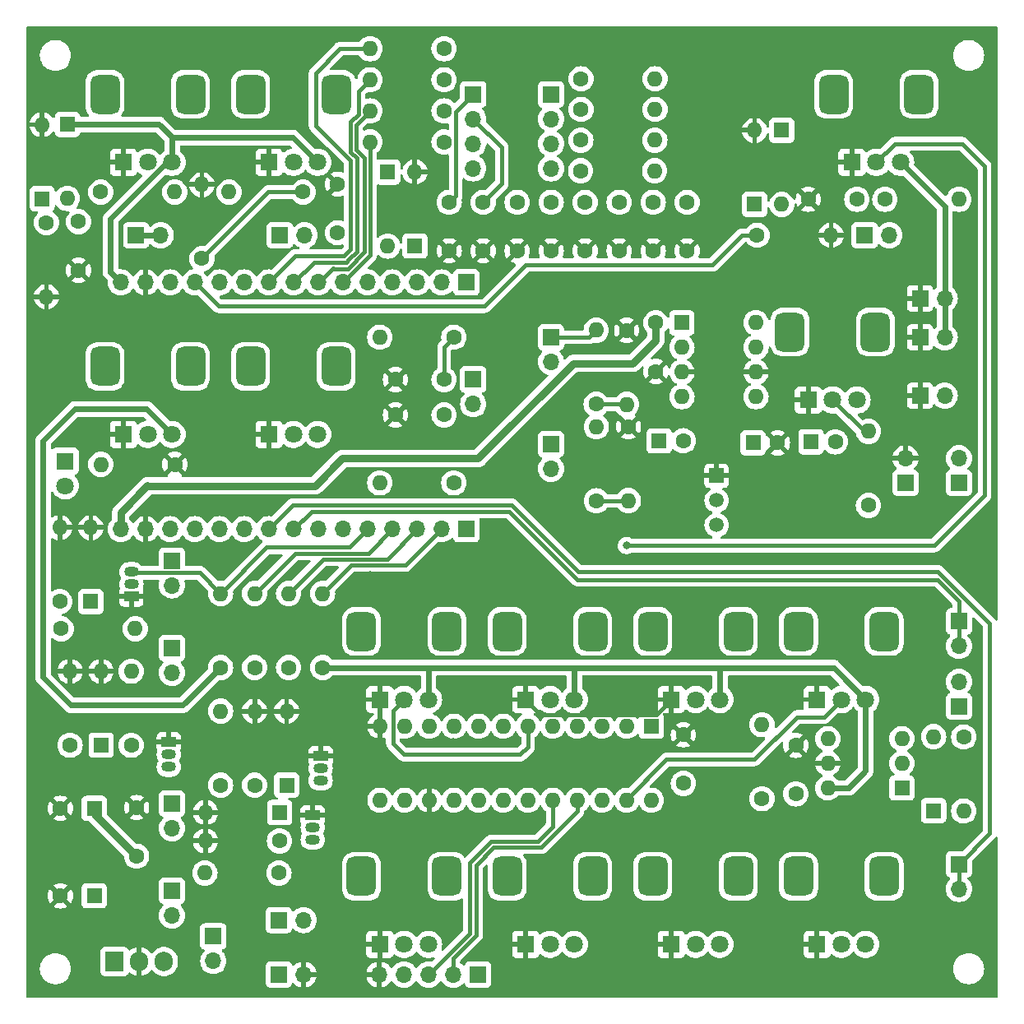
<source format=gbr>
%TF.GenerationSoftware,KiCad,Pcbnew,7.0.9*%
%TF.CreationDate,2024-04-28T18:27:12+01:00*%
%TF.ProjectId,Esp32EduModular,45737033-3245-4647-954d-6f64756c6172,rev?*%
%TF.SameCoordinates,Original*%
%TF.FileFunction,Copper,L2,Bot*%
%TF.FilePolarity,Positive*%
%FSLAX46Y46*%
G04 Gerber Fmt 4.6, Leading zero omitted, Abs format (unit mm)*
G04 Created by KiCad (PCBNEW 7.0.9) date 2024-04-28 18:27:12*
%MOMM*%
%LPD*%
G01*
G04 APERTURE LIST*
G04 Aperture macros list*
%AMRoundRect*
0 Rectangle with rounded corners*
0 $1 Rounding radius*
0 $2 $3 $4 $5 $6 $7 $8 $9 X,Y pos of 4 corners*
0 Add a 4 corners polygon primitive as box body*
4,1,4,$2,$3,$4,$5,$6,$7,$8,$9,$2,$3,0*
0 Add four circle primitives for the rounded corners*
1,1,$1+$1,$2,$3*
1,1,$1+$1,$4,$5*
1,1,$1+$1,$6,$7*
1,1,$1+$1,$8,$9*
0 Add four rect primitives between the rounded corners*
20,1,$1+$1,$2,$3,$4,$5,0*
20,1,$1+$1,$4,$5,$6,$7,0*
20,1,$1+$1,$6,$7,$8,$9,0*
20,1,$1+$1,$8,$9,$2,$3,0*%
G04 Aperture macros list end*
%TA.AperFunction,ComponentPad*%
%ADD10O,1.700000X1.700000*%
%TD*%
%TA.AperFunction,ComponentPad*%
%ADD11R,1.700000X1.700000*%
%TD*%
%TA.AperFunction,ComponentPad*%
%ADD12C,1.600000*%
%TD*%
%TA.AperFunction,ComponentPad*%
%ADD13O,1.600000X1.600000*%
%TD*%
%TA.AperFunction,ComponentPad*%
%ADD14R,1.500000X1.050000*%
%TD*%
%TA.AperFunction,ComponentPad*%
%ADD15O,1.500000X1.050000*%
%TD*%
%TA.AperFunction,ComponentPad*%
%ADD16R,1.800000X1.800000*%
%TD*%
%TA.AperFunction,ComponentPad*%
%ADD17C,1.800000*%
%TD*%
%TA.AperFunction,ComponentPad*%
%ADD18RoundRect,0.750000X0.750000X-1.250000X0.750000X1.250000X-0.750000X1.250000X-0.750000X-1.250000X0*%
%TD*%
%TA.AperFunction,ComponentPad*%
%ADD19R,1.600000X1.600000*%
%TD*%
%TA.AperFunction,ComponentPad*%
%ADD20R,1.500000X1.500000*%
%TD*%
%TA.AperFunction,ComponentPad*%
%ADD21C,1.500000*%
%TD*%
%TA.AperFunction,ComponentPad*%
%ADD22R,1.905000X2.000000*%
%TD*%
%TA.AperFunction,ComponentPad*%
%ADD23O,1.905000X2.000000*%
%TD*%
%TA.AperFunction,ViaPad*%
%ADD24C,0.800000*%
%TD*%
%TA.AperFunction,Conductor*%
%ADD25C,0.400000*%
%TD*%
%TA.AperFunction,Conductor*%
%ADD26C,0.600000*%
%TD*%
%TA.AperFunction,Conductor*%
%ADD27C,0.800000*%
%TD*%
G04 APERTURE END LIST*
D10*
%TO.P,J20,2,Pin_2*%
%TO.N,Net-(J20-Pin_1)*%
X104000000Y-84540000D03*
D11*
%TO.P,J20,1,Pin_1*%
X104000000Y-82000000D03*
%TD*%
D10*
%TO.P,J19,2,Pin_2*%
%TO.N,Net-(J19-Pin_1)*%
X104000000Y-95540000D03*
D11*
%TO.P,J19,1,Pin_1*%
X104000000Y-93000000D03*
%TD*%
%TO.P,J18,1,Pin_1*%
%TO.N,/EG2_OUT*%
X146000000Y-136250000D03*
D10*
%TO.P,J18,2,Pin_2*%
X146000000Y-138790000D03*
%TD*%
%TO.P,J17,2,Pin_2*%
%TO.N,/EG1_OUT*%
X146000000Y-113790000D03*
D11*
%TO.P,J17,1,Pin_1*%
X146000000Y-111250000D03*
%TD*%
%TO.P,J13,1,Pin_1*%
%TO.N,Net-(J13-Pin_1)*%
X65000000Y-105000000D03*
D10*
%TO.P,J13,2,Pin_2*%
X65000000Y-107540000D03*
%TD*%
%TO.P,J10,2,Pin_2*%
%TO.N,Net-(J10-Pin_1)*%
X78640000Y-71500000D03*
D11*
%TO.P,J10,1,Pin_1*%
X76100000Y-71500000D03*
%TD*%
D10*
%TO.P,J7,2,Pin_2*%
%TO.N,Net-(J7-Pin_1)*%
X65000000Y-141540000D03*
D11*
%TO.P,J7,1,Pin_1*%
X65000000Y-139000000D03*
%TD*%
D10*
%TO.P,J6,2,Pin_2*%
%TO.N,Net-(J6-Pin_1)*%
X65000000Y-116540000D03*
D11*
%TO.P,J6,1,Pin_1*%
X65000000Y-114000000D03*
%TD*%
D10*
%TO.P,J5,2,Pin_2*%
%TO.N,Net-(J5-Pin_1)*%
X138840000Y-71500000D03*
D11*
%TO.P,J5,1,Pin_1*%
X136300000Y-71500000D03*
%TD*%
D10*
%TO.P,J4,2,Pin_2*%
%TO.N,Net-(J4-Pin_1)*%
X65000000Y-132540000D03*
D11*
%TO.P,J4,1,Pin_1*%
X65000000Y-130000000D03*
%TD*%
D10*
%TO.P,J3,2,Pin_2*%
%TO.N,Net-(J3-Pin_1)*%
X63840000Y-71500000D03*
D11*
%TO.P,J3,1,Pin_1*%
X61300000Y-71500000D03*
%TD*%
D12*
%TO.P,R36,1*%
%TO.N,Net-(J1-Pin_1)*%
X136690000Y-99314000D03*
D13*
%TO.P,R36,2*%
%TO.N,Net-(R36-Pad2)*%
X136690000Y-91694000D03*
%TD*%
D11*
%TO.P,J8,1,Pin_1*%
%TO.N,Net-(J8-Pin_1)*%
X76000000Y-147600000D03*
D10*
%TO.P,J8,2,Pin_2*%
%TO.N,GND*%
X78540000Y-147600000D03*
%TD*%
D12*
%TO.P,R13,1*%
%TO.N,+3.3V*%
X73500000Y-116000000D03*
D13*
%TO.P,R13,2*%
%TO.N,/EG1_GATE*%
X73500000Y-108380000D03*
%TD*%
D12*
%TO.P,C25,1*%
%TO.N,Net-(J22-Pin_2)*%
X97028000Y-68112000D03*
%TO.P,C25,2*%
%TO.N,GND*%
X97028000Y-73112000D03*
%TD*%
D14*
%TO.P,Q1,1,E*%
%TO.N,GND*%
X79475000Y-131200000D03*
D15*
%TO.P,Q1,2,B*%
%TO.N,Net-(D2-K)*%
X79475000Y-132470000D03*
%TO.P,Q1,3,C*%
%TO.N,/EG2_GATE*%
X79475000Y-133740000D03*
%TD*%
D12*
%TO.P,R7,1*%
%TO.N,/VCO2_CV*%
X125222000Y-71500000D03*
D13*
%TO.P,R7,2*%
%TO.N,GND*%
X132842000Y-71500000D03*
%TD*%
D16*
%TO.P,RV1,1,1*%
%TO.N,GND*%
X86400000Y-144500000D03*
D17*
%TO.P,RV1,2,2*%
%TO.N,/EG1A*%
X88900000Y-144500000D03*
%TO.P,RV1,3,3*%
%TO.N,+3.3V*%
X91400000Y-144500000D03*
D18*
%TO.P,RV1,MP*%
%TO.N,N/C*%
X84500000Y-137500000D03*
X93300000Y-137500000D03*
%TD*%
D11*
%TO.P,J1,1,Pin_1*%
%TO.N,Net-(J1-Pin_1)*%
X140500000Y-97000000D03*
D10*
%TO.P,J1,2,Pin_2*%
%TO.N,GND*%
X140500000Y-94460000D03*
%TD*%
D12*
%TO.P,C26,1*%
%TO.N,Net-(J22-Pin_1)*%
X93528000Y-68112000D03*
%TO.P,C26,2*%
%TO.N,GND*%
X93528000Y-73112000D03*
%TD*%
%TO.P,C19,1*%
%TO.N,GND*%
X114800000Y-85520000D03*
%TO.P,C19,2*%
%TO.N,VCC*%
X114800000Y-80520000D03*
%TD*%
%TO.P,R19,1*%
%TO.N,Net-(D5-K)*%
X73500000Y-128110000D03*
D13*
%TO.P,R19,2*%
%TO.N,GND*%
X73500000Y-120490000D03*
%TD*%
D16*
%TO.P,RV14,1,1*%
%TO.N,GND*%
X130510000Y-88470000D03*
D17*
%TO.P,RV14,2,2*%
%TO.N,Net-(R36-Pad2)*%
X133010000Y-88470000D03*
%TO.P,RV14,3,3*%
%TO.N,Net-(C23-Pad2)*%
X135510000Y-88470000D03*
D18*
%TO.P,RV14,MP*%
%TO.N,N/C*%
X128610000Y-81470000D03*
X137410000Y-81470000D03*
%TD*%
D12*
%TO.P,C20,1*%
%TO.N,Net-(J24-Pin_2)*%
X114528000Y-68112000D03*
%TO.P,C20,2*%
%TO.N,GND*%
X114528000Y-73112000D03*
%TD*%
D19*
%TO.P,D12,1,K*%
%TO.N,/VCO2_CV*%
X124968000Y-68326000D03*
D13*
%TO.P,D12,2,A*%
%TO.N,GND*%
X124968000Y-60706000D03*
%TD*%
D12*
%TO.P,R17,1*%
%TO.N,Net-(D5-K)*%
X70000000Y-128110000D03*
D13*
%TO.P,R17,2*%
%TO.N,Net-(J4-Pin_1)*%
X70000000Y-120490000D03*
%TD*%
D12*
%TO.P,R12,1*%
%TO.N,/VCO1_AMP*%
X78486000Y-67056000D03*
D13*
%TO.P,R12,2*%
%TO.N,Net-(J10-Pin_1)*%
X70866000Y-67056000D03*
%TD*%
D12*
%TO.P,R2,1*%
%TO.N,/VCO1_CV*%
X52070000Y-70200000D03*
D13*
%TO.P,R2,2*%
%TO.N,GND*%
X52070000Y-77820000D03*
%TD*%
D12*
%TO.P,R37,1*%
%TO.N,Net-(D8-K)*%
X53442000Y-109220000D03*
D13*
%TO.P,R37,2*%
%TO.N,GND*%
X53442000Y-101600000D03*
%TD*%
D12*
%TO.P,C16,1*%
%TO.N,Net-(J25-Pin_1)*%
X93000000Y-86350000D03*
%TO.P,C16,2*%
%TO.N,GND*%
X88000000Y-86350000D03*
%TD*%
D16*
%TO.P,RV5,1,1*%
%TO.N,GND*%
X86400000Y-119300000D03*
D17*
%TO.P,RV5,2,2*%
%TO.N,/EG2A*%
X88900000Y-119300000D03*
%TO.P,RV5,3,3*%
%TO.N,+3.3V*%
X91400000Y-119300000D03*
D18*
%TO.P,RV5,MP*%
%TO.N,N/C*%
X84500000Y-112300000D03*
X93300000Y-112300000D03*
%TD*%
D12*
%TO.P,R11,1*%
%TO.N,+3.3V*%
X80500000Y-116000000D03*
D13*
%TO.P,R11,2*%
%TO.N,/EG2_GATE*%
X80500000Y-108380000D03*
%TD*%
D16*
%TO.P,RV9,1,1*%
%TO.N,GND*%
X60000000Y-92000000D03*
D17*
%TO.P,RV9,2,2*%
%TO.N,/LFO_R*%
X62500000Y-92000000D03*
%TO.P,RV9,3,3*%
%TO.N,+3.3V*%
X65000000Y-92000000D03*
D18*
%TO.P,RV9,MP*%
%TO.N,N/C*%
X58100000Y-85000000D03*
X66900000Y-85000000D03*
%TD*%
D19*
%TO.P,D1,1,K*%
%TO.N,Net-(D1-K)*%
X143400000Y-130740000D03*
D13*
%TO.P,D1,2,A*%
%TO.N,Net-(D1-A)*%
X143400000Y-123120000D03*
%TD*%
D12*
%TO.P,R23,1*%
%TO.N,GND*%
X111980000Y-91200000D03*
D13*
%TO.P,R23,2*%
%TO.N,Net-(Q3-B)*%
X111980000Y-98820000D03*
%TD*%
D14*
%TO.P,Q2,1,E*%
%TO.N,GND*%
X80300000Y-125110000D03*
D15*
%TO.P,Q2,2,B*%
%TO.N,Net-(D5-K)*%
X80300000Y-126380000D03*
%TO.P,Q2,3,C*%
%TO.N,/EG2_TRIG*%
X80300000Y-127650000D03*
%TD*%
D12*
%TO.P,R32,1*%
%TO.N,Net-(J24-Pin_3)*%
X107080000Y-61720000D03*
D13*
%TO.P,R32,2*%
%TO.N,/VCO2_SAW*%
X114700000Y-61720000D03*
%TD*%
D12*
%TO.P,R1,1*%
%TO.N,/VCO1_CV*%
X57658000Y-67056000D03*
D13*
%TO.P,R1,2*%
%TO.N,Net-(J3-Pin_1)*%
X65278000Y-67056000D03*
%TD*%
D16*
%TO.P,RV6,1,1*%
%TO.N,GND*%
X101400000Y-119300000D03*
D17*
%TO.P,RV6,2,2*%
%TO.N,/EG2D*%
X103900000Y-119300000D03*
%TO.P,RV6,3,3*%
%TO.N,+3.3V*%
X106400000Y-119300000D03*
D18*
%TO.P,RV6,MP*%
%TO.N,N/C*%
X99500000Y-112300000D03*
X108300000Y-112300000D03*
%TD*%
D12*
%TO.P,R31,1*%
%TO.N,Net-(J24-Pin_2)*%
X107100000Y-58550000D03*
D13*
%TO.P,R31,2*%
%TO.N,/VCO2_TRI*%
X114720000Y-58550000D03*
%TD*%
D12*
%TO.P,C18,1*%
%TO.N,Net-(J24-Pin_3)*%
X111028000Y-68112000D03*
%TO.P,C18,2*%
%TO.N,GND*%
X111028000Y-73112000D03*
%TD*%
%TO.P,R4,1*%
%TO.N,Net-(D7-K)*%
X60800000Y-124000000D03*
D13*
%TO.P,R4,2*%
%TO.N,Net-(J6-Pin_1)*%
X60800000Y-116380000D03*
%TD*%
D12*
%TO.P,R34,1*%
%TO.N,Net-(J25-Pin_1)*%
X94000000Y-82000000D03*
D13*
%TO.P,R34,2*%
%TO.N,/LFO_TRI*%
X86380000Y-82000000D03*
%TD*%
D12*
%TO.P,R3,1*%
%TO.N,Net-(J11-Pin_1)*%
X146500000Y-123150000D03*
D13*
%TO.P,R3,2*%
%TO.N,Net-(D1-K)*%
X146500000Y-130770000D03*
%TD*%
D12*
%TO.P,C17,1*%
%TO.N,Net-(J24-Pin_4)*%
X107528000Y-68112000D03*
%TO.P,C17,2*%
%TO.N,GND*%
X107528000Y-73112000D03*
%TD*%
D19*
%TO.P,U4,1,VP*%
%TO.N,VCC*%
X117490000Y-80500000D03*
D13*
%TO.P,U4,2,+*%
%TO.N,Net-(U4-+)*%
X117490000Y-83040000D03*
%TO.P,U4,3,GND*%
%TO.N,GND*%
X117490000Y-85580000D03*
%TO.P,U4,4,V*%
%TO.N,Net-(Q3-E)*%
X117490000Y-88120000D03*
%TO.P,U4,5*%
%TO.N,Net-(J21-Pin_1)*%
X125110000Y-88120000D03*
%TO.P,U4,6,GND*%
%TO.N,GND*%
X125110000Y-85580000D03*
%TO.P,U4,7,NC*%
%TO.N,unconnected-(U4-NC-Pad7)*%
X125110000Y-83040000D03*
%TO.P,U4,8*%
%TO.N,Net-(J21-Pin_2)*%
X125110000Y-80500000D03*
%TD*%
D19*
%TO.P,C13,1*%
%TO.N,Net-(C13-Pad1)*%
X115126888Y-92660000D03*
D12*
%TO.P,C13,2*%
%TO.N,Net-(U4-+)*%
X117626888Y-92660000D03*
%TD*%
%TO.P,R33,1*%
%TO.N,Net-(J24-Pin_4)*%
X107060000Y-64870000D03*
D13*
%TO.P,R33,2*%
%TO.N,/VCO2_SQU*%
X114680000Y-64870000D03*
%TD*%
D12*
%TO.P,C22,1*%
%TO.N,Net-(J22-Pin_4)*%
X104028000Y-68112000D03*
%TO.P,C22,2*%
%TO.N,GND*%
X104028000Y-73112000D03*
%TD*%
%TO.P,R25,1*%
%TO.N,GND*%
X111800000Y-81290000D03*
D13*
%TO.P,R25,2*%
%TO.N,Net-(C13-Pad1)*%
X111800000Y-88910000D03*
%TD*%
D16*
%TO.P,RV10,1,1*%
%TO.N,GND*%
X75000000Y-92000000D03*
D17*
%TO.P,RV10,2,2*%
%TO.N,/LFO_D*%
X77500000Y-92000000D03*
%TO.P,RV10,3,3*%
%TO.N,+3.3V*%
X80000000Y-92000000D03*
D18*
%TO.P,RV10,MP*%
%TO.N,N/C*%
X73100000Y-85000000D03*
X81900000Y-85000000D03*
%TD*%
D11*
%TO.P,J21,1,Pin_1*%
%TO.N,Net-(J21-Pin_1)*%
X146000000Y-97000000D03*
D10*
%TO.P,J21,2,Pin_2*%
%TO.N,Net-(J21-Pin_2)*%
X146000000Y-94460000D03*
%TD*%
D19*
%TO.P,C23,1*%
%TO.N,Net-(J21-Pin_1)*%
X130780000Y-92770000D03*
D12*
%TO.P,C23,2*%
%TO.N,Net-(C23-Pad2)*%
X133280000Y-92770000D03*
%TD*%
D11*
%TO.P,J11,1,Pin_1*%
%TO.N,Net-(J11-Pin_1)*%
X146000000Y-120000000D03*
D10*
%TO.P,J11,2,Pin_2*%
%TO.N,Net-(D1-A)*%
X146000000Y-117460000D03*
%TD*%
D14*
%TO.P,Q4,1,E*%
%TO.N,GND*%
X64664000Y-123698000D03*
D15*
%TO.P,Q4,2,B*%
%TO.N,Net-(D7-K)*%
X64664000Y-124968000D03*
%TO.P,Q4,3,C*%
%TO.N,/EG1_GATE*%
X64664000Y-126238000D03*
%TD*%
D16*
%TO.P,RV11,1,1*%
%TO.N,GND*%
X75000000Y-64000000D03*
D17*
%TO.P,RV11,2,2*%
%TO.N,/VCO1_A*%
X77500000Y-64000000D03*
%TO.P,RV11,3,3*%
%TO.N,+3.3V*%
X80000000Y-64000000D03*
D18*
%TO.P,RV11,MP*%
%TO.N,N/C*%
X73100000Y-57000000D03*
X81900000Y-57000000D03*
%TD*%
D12*
%TO.P,R20,1*%
%TO.N,+3.3V*%
X77000000Y-116000000D03*
D13*
%TO.P,R20,2*%
%TO.N,/EG2_TRIG*%
X77000000Y-108380000D03*
%TD*%
D12*
%TO.P,R35,1*%
%TO.N,Net-(J25-Pin_2)*%
X94000000Y-97000000D03*
D13*
%TO.P,R35,2*%
%TO.N,/LFO_SAW*%
X86380000Y-97000000D03*
%TD*%
D19*
%TO.P,D13,1,K*%
%TO.N,+3.3V*%
X87200000Y-65000000D03*
D13*
%TO.P,D13,2,A*%
%TO.N,/VCO1_AMP*%
X87200000Y-72620000D03*
%TD*%
D12*
%TO.P,R21,1*%
%TO.N,GND*%
X65290000Y-95090000D03*
D13*
%TO.P,R21,2*%
%TO.N,Net-(D6-K)*%
X57670000Y-95090000D03*
%TD*%
D11*
%TO.P,J12,1,Pin_1*%
%TO.N,GND*%
X142000000Y-78000000D03*
D10*
%TO.P,J12,2,Pin_2*%
%TO.N,+3.3V*%
X144540000Y-78000000D03*
%TD*%
D12*
%TO.P,R26,1*%
%TO.N,Net-(J22-Pin_1)*%
X93000000Y-52300000D03*
D13*
%TO.P,R26,2*%
%TO.N,/VCO1_SIN*%
X85380000Y-52300000D03*
%TD*%
D12*
%TO.P,R9,1*%
%TO.N,+3.3V*%
X125720000Y-129510000D03*
D13*
%TO.P,R9,2*%
%TO.N,/MIDI_IN*%
X125720000Y-121890000D03*
%TD*%
D11*
%TO.P,J2,1,Pin_1*%
%TO.N,VCC*%
X69250000Y-143675000D03*
D10*
%TO.P,J2,2,Pin_2*%
%TO.N,Net-(J2-Pin_2)*%
X69250000Y-146215000D03*
%TD*%
D11*
%TO.P,J15,1,Pin_1*%
%TO.N,GND*%
X142000000Y-82000000D03*
D10*
%TO.P,J15,2,Pin_2*%
%TO.N,+3.3V*%
X144540000Y-82000000D03*
%TD*%
D16*
%TO.P,RV12,1,1*%
%TO.N,GND*%
X135000000Y-64000000D03*
D17*
%TO.P,RV12,2,2*%
%TO.N,/VCO2_C*%
X137500000Y-64000000D03*
%TO.P,RV12,3,3*%
%TO.N,+3.3V*%
X140000000Y-64000000D03*
D18*
%TO.P,RV12,MP*%
%TO.N,N/C*%
X133100000Y-57000000D03*
X141900000Y-57000000D03*
%TD*%
D12*
%TO.P,R24,1*%
%TO.N,Net-(C13-Pad1)*%
X108660000Y-88900000D03*
D13*
%TO.P,R24,2*%
%TO.N,Net-(J20-Pin_1)*%
X108660000Y-81280000D03*
%TD*%
D12*
%TO.P,C21,1*%
%TO.N,Net-(J24-Pin_1)*%
X118028000Y-68112000D03*
%TO.P,C21,2*%
%TO.N,GND*%
X118028000Y-73112000D03*
%TD*%
%TO.P,C5,1*%
%TO.N,/VCO1_AMP*%
X82042000Y-71250000D03*
%TO.P,C5,2*%
%TO.N,GND*%
X82042000Y-66250000D03*
%TD*%
D11*
%TO.P,J9,1,Pin_1*%
%TO.N,Net-(J9-Pin_1)*%
X76000000Y-142000000D03*
D10*
%TO.P,J9,2,Pin_2*%
%TO.N,Net-(J8-Pin_1)*%
X78540000Y-142000000D03*
%TD*%
D16*
%TO.P,RV2,1,1*%
%TO.N,GND*%
X101400000Y-144500000D03*
D17*
%TO.P,RV2,2,2*%
%TO.N,/EG1D*%
X103900000Y-144500000D03*
%TO.P,RV2,3,3*%
%TO.N,+3.3V*%
X106400000Y-144500000D03*
D18*
%TO.P,RV2,MP*%
%TO.N,N/C*%
X99500000Y-137500000D03*
X108300000Y-137500000D03*
%TD*%
D12*
%TO.P,C14,1*%
%TO.N,Net-(J25-Pin_2)*%
X93000000Y-90000000D03*
%TO.P,C14,2*%
%TO.N,GND*%
X88000000Y-90000000D03*
%TD*%
%TO.P,C24,1*%
%TO.N,Net-(J22-Pin_3)*%
X100528000Y-68112000D03*
%TO.P,C24,2*%
%TO.N,GND*%
X100528000Y-73112000D03*
%TD*%
%TO.P,R8,1*%
%TO.N,Net-(D2-K)*%
X76000000Y-137150000D03*
D13*
%TO.P,R8,2*%
%TO.N,Net-(J7-Pin_1)*%
X68380000Y-137150000D03*
%TD*%
D19*
%TO.P,D5,1,K*%
%TO.N,Net-(D5-K)*%
X76800000Y-128110000D03*
D13*
%TO.P,D5,2,A*%
%TO.N,GND*%
X76800000Y-120490000D03*
%TD*%
D12*
%TO.P,R27,1*%
%TO.N,Net-(J22-Pin_2)*%
X93000000Y-55500000D03*
D13*
%TO.P,R27,2*%
%TO.N,/VCO1_TRI*%
X85380000Y-55500000D03*
%TD*%
D19*
%TO.P,D14,1,K*%
%TO.N,/VCO1_AMP*%
X90000000Y-72600000D03*
D13*
%TO.P,D14,2,A*%
%TO.N,GND*%
X90000000Y-64980000D03*
%TD*%
D19*
%TO.P,C10,1*%
%TO.N,VCC*%
X57000000Y-130500000D03*
D12*
%TO.P,C10,2*%
%TO.N,GND*%
X53500000Y-130500000D03*
%TD*%
D19*
%TO.P,C15,1*%
%TO.N,Net-(Q3-E)*%
X124824888Y-92880000D03*
D12*
%TO.P,C15,2*%
%TO.N,GND*%
X127324888Y-92880000D03*
%TD*%
D20*
%TO.P,Q3,1,C*%
%TO.N,GND*%
X121052000Y-96266000D03*
D21*
%TO.P,Q3,2,B*%
%TO.N,Net-(Q3-B)*%
X121052000Y-98806000D03*
%TO.P,Q3,3,E*%
%TO.N,Net-(Q3-E)*%
X121052000Y-101346000D03*
%TD*%
D12*
%TO.P,R15,1*%
%TO.N,/VCO1_AMP*%
X68072000Y-73914000D03*
D13*
%TO.P,R15,2*%
%TO.N,GND*%
X68072000Y-66294000D03*
%TD*%
D19*
%TO.P,D8,1,K*%
%TO.N,Net-(D8-K)*%
X56642000Y-109220000D03*
D13*
%TO.P,D8,2,A*%
%TO.N,GND*%
X56642000Y-101600000D03*
%TD*%
D16*
%TO.P,RV8,1,1*%
%TO.N,GND*%
X131400000Y-119300000D03*
D17*
%TO.P,RV8,2,2*%
%TO.N,/EG2R*%
X133900000Y-119300000D03*
%TO.P,RV8,3,3*%
%TO.N,+3.3V*%
X136400000Y-119300000D03*
D18*
%TO.P,RV8,MP*%
%TO.N,N/C*%
X129500000Y-112300000D03*
X138300000Y-112300000D03*
%TD*%
D16*
%TO.P,RV4,1,1*%
%TO.N,GND*%
X131400000Y-144500000D03*
D17*
%TO.P,RV4,2,2*%
%TO.N,/EG1R*%
X133900000Y-144500000D03*
%TO.P,RV4,3,3*%
%TO.N,+3.3V*%
X136400000Y-144500000D03*
D18*
%TO.P,RV4,MP*%
%TO.N,N/C*%
X129500000Y-137500000D03*
X138300000Y-137500000D03*
%TD*%
D12*
%TO.P,R5,1*%
%TO.N,/VCO2_CV*%
X138380000Y-67800000D03*
D13*
%TO.P,R5,2*%
%TO.N,Net-(J5-Pin_1)*%
X146000000Y-67800000D03*
%TD*%
D19*
%TO.P,D7,1,K*%
%TO.N,Net-(D7-K)*%
X57700000Y-124000000D03*
D13*
%TO.P,D7,2,A*%
%TO.N,GND*%
X57700000Y-116380000D03*
%TD*%
D12*
%TO.P,R30,1*%
%TO.N,Net-(J24-Pin_1)*%
X107100000Y-55400000D03*
D13*
%TO.P,R30,2*%
%TO.N,/VCO2_SIN*%
X114720000Y-55400000D03*
%TD*%
D12*
%TO.P,R29,1*%
%TO.N,Net-(J22-Pin_4)*%
X93000000Y-61900000D03*
D13*
%TO.P,R29,2*%
%TO.N,/VCO1_SQU*%
X85380000Y-61900000D03*
%TD*%
D16*
%TO.P,RV7,1,1*%
%TO.N,GND*%
X116400000Y-119300000D03*
D17*
%TO.P,RV7,2,2*%
%TO.N,/EG2S*%
X118900000Y-119300000D03*
%TO.P,RV7,3,3*%
%TO.N,+3.3V*%
X121400000Y-119300000D03*
D18*
%TO.P,RV7,MP*%
%TO.N,N/C*%
X114500000Y-112300000D03*
X123300000Y-112300000D03*
%TD*%
D11*
%TO.P,J25,1,Pin_1*%
%TO.N,Net-(J25-Pin_1)*%
X96000000Y-86350000D03*
D10*
%TO.P,J25,2,Pin_2*%
%TO.N,Net-(J25-Pin_2)*%
X96000000Y-88890000D03*
%TD*%
D15*
%TO.P,Q5,3,C*%
%TO.N,/EG1_TRIG*%
X60812000Y-106172000D03*
%TO.P,Q5,2,B*%
%TO.N,Net-(D8-K)*%
X60812000Y-107442000D03*
D14*
%TO.P,Q5,1,E*%
%TO.N,GND*%
X60812000Y-108712000D03*
%TD*%
D16*
%TO.P,D6,1,K*%
%TO.N,Net-(D6-K)*%
X54000000Y-94750000D03*
D17*
%TO.P,D6,2,A*%
%TO.N,VCC*%
X54000000Y-97290000D03*
%TD*%
D11*
%TO.P,J23,1,Pin_1*%
%TO.N,+3.3V*%
X96500000Y-147600000D03*
D10*
%TO.P,J23,2,Pin_2*%
%TO.N,Net-(J23-Pin_2)*%
X93960000Y-147600000D03*
%TO.P,J23,3,Pin_3*%
%TO.N,Net-(J23-Pin_3)*%
X91420000Y-147600000D03*
%TO.P,J23,4,Pin_4*%
%TO.N,Net-(J23-Pin_4)*%
X88880000Y-147600000D03*
%TO.P,J23,5,Pin_5*%
%TO.N,GND*%
X86340000Y-147600000D03*
%TD*%
D19*
%TO.P,C6,1*%
%TO.N,Net-(J9-Pin_1)*%
X57000000Y-139500000D03*
D12*
%TO.P,C6,2*%
%TO.N,GND*%
X53500000Y-139500000D03*
%TD*%
D16*
%TO.P,RV13,1,1*%
%TO.N,GND*%
X60000000Y-64000000D03*
D17*
%TO.P,RV13,2,2*%
%TO.N,/VCO1_C*%
X62500000Y-64000000D03*
%TO.P,RV13,3,3*%
%TO.N,+3.3V*%
X65000000Y-64000000D03*
D18*
%TO.P,RV13,MP*%
%TO.N,N/C*%
X58100000Y-57000000D03*
X66900000Y-57000000D03*
%TD*%
D12*
%TO.P,C2,1*%
%TO.N,/VCO1_CV*%
X55372000Y-70104000D03*
%TO.P,C2,2*%
%TO.N,GND*%
X55372000Y-75104000D03*
%TD*%
D19*
%TO.P,D10,1,K*%
%TO.N,/VCO1_CV*%
X51625000Y-67740000D03*
D13*
%TO.P,D10,2,A*%
%TO.N,GND*%
X51625000Y-60120000D03*
%TD*%
D12*
%TO.P,R22,1*%
%TO.N,Net-(Q3-B)*%
X108680000Y-98840000D03*
D13*
%TO.P,R22,2*%
%TO.N,Net-(J19-Pin_1)*%
X108680000Y-91220000D03*
%TD*%
D19*
%TO.P,D2,1,K*%
%TO.N,Net-(D2-K)*%
X76070000Y-130925000D03*
D13*
%TO.P,D2,2,A*%
%TO.N,GND*%
X68450000Y-130925000D03*
%TD*%
D12*
%TO.P,R38,1*%
%TO.N,+3.3V*%
X70000000Y-116000000D03*
D13*
%TO.P,R38,2*%
%TO.N,/EG1_TRIG*%
X70000000Y-108380000D03*
%TD*%
D12*
%TO.P,R10,1*%
%TO.N,Net-(D2-K)*%
X76060000Y-133850000D03*
D13*
%TO.P,R10,2*%
%TO.N,GND*%
X68440000Y-133850000D03*
%TD*%
D12*
%TO.P,C4,1*%
%TO.N,/VCO2_CV*%
X135500000Y-67800000D03*
%TO.P,C4,2*%
%TO.N,GND*%
X130500000Y-67800000D03*
%TD*%
D19*
%TO.P,D9,1,K*%
%TO.N,+3.3V*%
X54225000Y-60090000D03*
D13*
%TO.P,D9,2,A*%
%TO.N,/VCO1_CV*%
X54225000Y-67710000D03*
%TD*%
D12*
%TO.P,C3,1*%
%TO.N,GND*%
X129220000Y-124010000D03*
%TO.P,C3,2*%
%TO.N,+3.3V*%
X129220000Y-129010000D03*
%TD*%
%TO.P,C11,1*%
%TO.N,VCC*%
X61350000Y-135425000D03*
%TO.P,C11,2*%
%TO.N,GND*%
X61350000Y-130425000D03*
%TD*%
D11*
%TO.P,J16,1,Pin_1*%
%TO.N,GND*%
X142000000Y-88000000D03*
D10*
%TO.P,J16,2,Pin_2*%
%TO.N,VCC*%
X144540000Y-88000000D03*
%TD*%
D11*
%TO.P,J22,1,Pin_1*%
%TO.N,Net-(J22-Pin_1)*%
X96000000Y-57000000D03*
D10*
%TO.P,J22,2,Pin_2*%
%TO.N,Net-(J22-Pin_2)*%
X96000000Y-59540000D03*
%TO.P,J22,3,Pin_3*%
%TO.N,Net-(J22-Pin_3)*%
X96000000Y-62080000D03*
%TO.P,J22,4,Pin_4*%
%TO.N,Net-(J22-Pin_4)*%
X96000000Y-64620000D03*
%TD*%
D19*
%TO.P,U2,1*%
%TO.N,Net-(D1-K)*%
X140130000Y-128400000D03*
D13*
%TO.P,U2,2*%
%TO.N,Net-(D1-A)*%
X140130000Y-125860000D03*
%TO.P,U2,3*%
%TO.N,unconnected-(U2-Pad3)*%
X140130000Y-123320000D03*
%TO.P,U2,4*%
%TO.N,/MIDI_IN*%
X132510000Y-123320000D03*
%TO.P,U2,5*%
%TO.N,GND*%
X132510000Y-125860000D03*
%TO.P,U2,6*%
%TO.N,+3.3V*%
X132510000Y-128400000D03*
%TD*%
D19*
%TO.P,D11,1,K*%
%TO.N,+3.3V*%
X127762000Y-60706000D03*
D13*
%TO.P,D11,2,A*%
%TO.N,/VCO2_CV*%
X127762000Y-68326000D03*
%TD*%
D16*
%TO.P,RV3,1,1*%
%TO.N,GND*%
X116400000Y-144500000D03*
D17*
%TO.P,RV3,2,2*%
%TO.N,/EG1S*%
X118900000Y-144500000D03*
%TO.P,RV3,3,3*%
%TO.N,+3.3V*%
X121400000Y-144500000D03*
D18*
%TO.P,RV3,MP*%
%TO.N,N/C*%
X114500000Y-137500000D03*
X123300000Y-137500000D03*
%TD*%
D12*
%TO.P,C1,1*%
%TO.N,+3.3V*%
X117640000Y-127920000D03*
%TO.P,C1,2*%
%TO.N,GND*%
X117640000Y-122920000D03*
%TD*%
%TO.P,R14,1*%
%TO.N,Net-(D8-K)*%
X53594000Y-112014000D03*
D13*
%TO.P,R14,2*%
%TO.N,Net-(J13-Pin_1)*%
X61214000Y-112014000D03*
%TD*%
D12*
%TO.P,R6,1*%
%TO.N,Net-(D7-K)*%
X54500000Y-124000000D03*
D13*
%TO.P,R6,2*%
%TO.N,GND*%
X54500000Y-116380000D03*
%TD*%
D12*
%TO.P,R28,1*%
%TO.N,Net-(J22-Pin_3)*%
X93000000Y-58700000D03*
D13*
%TO.P,R28,2*%
%TO.N,/VCO1_SAW*%
X85380000Y-58700000D03*
%TD*%
D19*
%TO.P,U1,1,COM*%
%TO.N,/MUX_ALG_IN*%
X114340000Y-122050000D03*
D13*
%TO.P,U1,2,I7*%
%TO.N,/VCO2_C*%
X111800000Y-122050000D03*
%TO.P,U1,3,I6*%
%TO.N,/VCO1_A*%
X109260000Y-122050000D03*
%TO.P,U1,4,I5*%
%TO.N,/VCO1_C*%
X106720000Y-122050000D03*
%TO.P,U1,5,I4*%
%TO.N,/EG2D*%
X104180000Y-122050000D03*
%TO.P,U1,6,I3*%
%TO.N,/EG2A*%
X101640000Y-122050000D03*
%TO.P,U1,7,I2*%
%TO.N,/LFO_D*%
X99100000Y-122050000D03*
%TO.P,U1,8,I1*%
%TO.N,/LFO_R*%
X96560000Y-122050000D03*
%TO.P,U1,9,I0*%
%TO.N,Net-(J23-Pin_4)*%
X94020000Y-122050000D03*
%TO.P,U1,10,S0*%
%TO.N,/MUX_S0*%
X91480000Y-122050000D03*
%TO.P,U1,11,S1*%
%TO.N,/MUX_S1*%
X88940000Y-122050000D03*
%TO.P,U1,12,GND*%
%TO.N,GND*%
X86400000Y-122050000D03*
%TO.P,U1,13,S3*%
%TO.N,/MUX_S3*%
X86400000Y-129670000D03*
%TO.P,U1,14,S2*%
%TO.N,/MUX_S2*%
X88940000Y-129670000D03*
%TO.P,U1,15,~{E}*%
%TO.N,GND*%
X91480000Y-129670000D03*
%TO.P,U1,16,I15*%
%TO.N,/EG1A*%
X94020000Y-129670000D03*
%TO.P,U1,17,I14*%
%TO.N,/EG1D*%
X96560000Y-129670000D03*
%TO.P,U1,18,I13*%
%TO.N,/EG1S*%
X99100000Y-129670000D03*
%TO.P,U1,19,I12*%
%TO.N,/EG1R*%
X101640000Y-129670000D03*
%TO.P,U1,20,I11*%
%TO.N,Net-(J23-Pin_3)*%
X104180000Y-129670000D03*
%TO.P,U1,21,I10*%
%TO.N,Net-(J23-Pin_2)*%
X106720000Y-129670000D03*
%TO.P,U1,22,I9*%
%TO.N,/EG2S*%
X109260000Y-129670000D03*
%TO.P,U1,23,I8*%
%TO.N,/EG2R*%
X111800000Y-129670000D03*
%TO.P,U1,24,VCC*%
%TO.N,+3.3V*%
X114340000Y-129670000D03*
%TD*%
D11*
%TO.P,J24,1,Pin_1*%
%TO.N,Net-(J24-Pin_1)*%
X104000000Y-57000000D03*
D10*
%TO.P,J24,2,Pin_2*%
%TO.N,Net-(J24-Pin_2)*%
X104000000Y-59540000D03*
%TO.P,J24,3,Pin_3*%
%TO.N,Net-(J24-Pin_3)*%
X104000000Y-62080000D03*
%TO.P,J24,4,Pin_4*%
%TO.N,Net-(J24-Pin_4)*%
X104000000Y-64620000D03*
%TD*%
D11*
%TO.P,J26,1,Pin_1*%
%TO.N,/VCO2_SQU*%
X95280000Y-76360000D03*
D10*
%TO.P,J26,2,Pin_2*%
%TO.N,/VCO2_SAW*%
X92740000Y-76360000D03*
%TO.P,J26,3,Pin_3*%
%TO.N,/VCO2_TRI*%
X90200000Y-76360000D03*
%TO.P,J26,4,Pin_4*%
%TO.N,/MIDI_IN*%
X87660000Y-76360000D03*
%TO.P,J26,5,Pin_5*%
%TO.N,/VCO2_SIN*%
X85120000Y-76360000D03*
%TO.P,J26,6,Pin_6*%
%TO.N,/VCO1_SQU*%
X82580000Y-76360000D03*
%TO.P,J26,7,Pin_7*%
%TO.N,/VCO1_SAW*%
X80040000Y-76360000D03*
%TO.P,J26,8,Pin_8*%
%TO.N,/VCO1_TRI*%
X77500000Y-76360000D03*
%TO.P,J26,9,Pin_9*%
%TO.N,/VCO1_SIN*%
X74960000Y-76360000D03*
%TO.P,J26,10,Pin_10*%
%TO.N,/LFO_TRI*%
X72420000Y-76360000D03*
%TO.P,J26,11,Pin_11*%
%TO.N,/VCO1_AMP*%
X69880000Y-76360000D03*
%TO.P,J26,12,Pin_12*%
%TO.N,/VCO2_CV*%
X67340000Y-76360000D03*
%TO.P,J26,13,Pin_13*%
%TO.N,/VCO1_CV*%
X64800000Y-76360000D03*
%TO.P,J26,14,Pin_14*%
%TO.N,GND*%
X62260000Y-76360000D03*
%TO.P,J26,15,Pin_15*%
%TO.N,+3.3V*%
X59720000Y-76360000D03*
%TD*%
D22*
%TO.P,U6,1,IN*%
%TO.N,Net-(J9-Pin_1)*%
X59085000Y-146255000D03*
D23*
%TO.P,U6,2,GND*%
%TO.N,GND*%
X61625000Y-146255000D03*
%TO.P,U6,3,OUT*%
%TO.N,Net-(J2-Pin_2)*%
X64165000Y-146255000D03*
%TD*%
D11*
%TO.P,J14,1,Pin_1*%
%TO.N,Net-(J14-Pin_1)*%
X95280000Y-101760000D03*
D10*
%TO.P,J14,2,Pin_2*%
%TO.N,/EG2_GATE*%
X92740000Y-101760000D03*
%TO.P,J14,3,Pin_3*%
%TO.N,/EG2_TRIG*%
X90200000Y-101760000D03*
%TO.P,J14,4,Pin_4*%
%TO.N,/EG1_GATE*%
X87660000Y-101760000D03*
%TO.P,J14,5,Pin_5*%
%TO.N,/EG1_TRIG*%
X85120000Y-101760000D03*
%TO.P,J14,6,Pin_6*%
%TO.N,/MUX_ALG_IN*%
X82580000Y-101760000D03*
%TO.P,J14,7,Pin_7*%
%TO.N,/MUX_S0*%
X80040000Y-101760000D03*
%TO.P,J14,8,Pin_8*%
%TO.N,/EG1_OUT*%
X77500000Y-101760000D03*
%TO.P,J14,9,Pin_9*%
%TO.N,/EG2_OUT*%
X74960000Y-101760000D03*
%TO.P,J14,10,Pin_10*%
%TO.N,/MUX_S1*%
X72420000Y-101760000D03*
%TO.P,J14,11,Pin_11*%
%TO.N,/MUX_S2*%
X69880000Y-101760000D03*
%TO.P,J14,12,Pin_12*%
%TO.N,/MUX_S3*%
X67340000Y-101760000D03*
%TO.P,J14,13,Pin_13*%
%TO.N,/LFO_SAW*%
X64800000Y-101760000D03*
%TO.P,J14,14,Pin_14*%
%TO.N,GND*%
X62260000Y-101760000D03*
%TO.P,J14,15,Pin_15*%
%TO.N,VCC*%
X59720000Y-101760000D03*
%TD*%
D24*
%TO.N,GND*%
X98044000Y-123698000D03*
X93980000Y-123698000D03*
X110490000Y-123952000D03*
X103124000Y-123952000D03*
X54356000Y-121412000D03*
X73406000Y-130556000D03*
X61214000Y-69088000D03*
X144920000Y-64380000D03*
X78620000Y-58500000D03*
X65100000Y-81000000D03*
X97020000Y-96990000D03*
X77380000Y-81000000D03*
X62992000Y-140462000D03*
X132080000Y-104648000D03*
X103970000Y-75800000D03*
X113440000Y-52270000D03*
X113320000Y-117300000D03*
X91000000Y-141000000D03*
X95758000Y-91948000D03*
X58810000Y-50970000D03*
X71120000Y-73660000D03*
X101650000Y-99160000D03*
X108830000Y-144430000D03*
X105590000Y-108750000D03*
X82940000Y-97060000D03*
X110490000Y-117300000D03*
X148830000Y-143140000D03*
X90070000Y-106470000D03*
X141040000Y-67830000D03*
X107600000Y-75800000D03*
X141210000Y-51670000D03*
X93980000Y-126238000D03*
X102030000Y-141000000D03*
X98050000Y-141000000D03*
X123250000Y-70040000D03*
X57510000Y-126820000D03*
X124910000Y-52350000D03*
X105820000Y-134310000D03*
X75260000Y-73700000D03*
X124968000Y-78486000D03*
X124250000Y-149120000D03*
X88450000Y-126000000D03*
X102730000Y-132000000D03*
X51400000Y-134980000D03*
X135200000Y-51690000D03*
X143990000Y-99540000D03*
X132930000Y-114430000D03*
X98940000Y-148950000D03*
X75240000Y-113000000D03*
X71790000Y-113000000D03*
X132230000Y-99700000D03*
X78100000Y-51080000D03*
X96290000Y-132000000D03*
X124000000Y-123720000D03*
X148082000Y-113360000D03*
X123952000Y-101346000D03*
X67564000Y-108458000D03*
X112310000Y-61590000D03*
X146780000Y-73720000D03*
X133050000Y-108780000D03*
X85430000Y-106500000D03*
X50800000Y-83312000D03*
X148780000Y-136720000D03*
X88240000Y-132000000D03*
X76340000Y-87160000D03*
X61340000Y-126710000D03*
X98500000Y-104580000D03*
X51054000Y-90678000D03*
X94200000Y-104580000D03*
X101600000Y-85598000D03*
X119950000Y-117300000D03*
X88500000Y-98000000D03*
X118028000Y-70612000D03*
X98500000Y-108450000D03*
X123952000Y-104648000D03*
X141460000Y-108820000D03*
X78760000Y-113000000D03*
X54540000Y-99650000D03*
X94050000Y-141000000D03*
X140840000Y-149010000D03*
X120060000Y-122550000D03*
X108780000Y-149010000D03*
X57080000Y-148510000D03*
X111070000Y-75800000D03*
X75570000Y-58500000D03*
X72570000Y-142030000D03*
X90560000Y-92490000D03*
X54700000Y-92100000D03*
X89190000Y-52300000D03*
X123210000Y-64820000D03*
X102000000Y-52200000D03*
X148080000Y-102280000D03*
X99050000Y-81000000D03*
X69850000Y-105664000D03*
X124000000Y-118800000D03*
X113538000Y-101092000D03*
X105530000Y-66400000D03*
X68270000Y-50970000D03*
X124140000Y-144600000D03*
X132334000Y-83058000D03*
X108204000Y-102616000D03*
X105664000Y-89408000D03*
X83870000Y-132000000D03*
X147430000Y-133060000D03*
X58440000Y-134790000D03*
X77830000Y-95790000D03*
X72650000Y-148320000D03*
X147510000Y-125090000D03*
X108180000Y-131880000D03*
X141732000Y-73152000D03*
X118970000Y-114430000D03*
X83400000Y-117200000D03*
X113450000Y-108860000D03*
X133858000Y-77978000D03*
%TO.N,/VCO2_C*%
X111800000Y-103450000D03*
%TD*%
D25*
%TO.N,/EG1_TRIG*%
X60890000Y-106250000D02*
X60812000Y-106172000D01*
X67870000Y-106250000D02*
X60890000Y-106250000D01*
X70000000Y-108380000D02*
X67870000Y-106250000D01*
%TO.N,/EG2A*%
X100838000Y-124968000D02*
X101640000Y-124166000D01*
X87740000Y-123808000D02*
X88900000Y-124968000D01*
X88900000Y-124968000D02*
X100838000Y-124968000D01*
X87740000Y-120460000D02*
X87740000Y-123808000D01*
X88900000Y-119300000D02*
X87740000Y-120460000D01*
X101640000Y-124166000D02*
X101640000Y-122050000D01*
D26*
%TO.N,+3.3V*%
X54610000Y-119888000D02*
X66112000Y-119888000D01*
X51730000Y-117008000D02*
X54610000Y-119888000D01*
X66112000Y-119888000D02*
X70000000Y-116000000D01*
X51730000Y-92670000D02*
X51730000Y-117008000D01*
X62375000Y-89375000D02*
X55025000Y-89375000D01*
X65000000Y-92000000D02*
X62375000Y-89375000D01*
X55025000Y-89375000D02*
X51730000Y-92670000D01*
D25*
%TO.N,/EG1_OUT*%
X146000000Y-111250000D02*
X146000000Y-113790000D01*
%TO.N,/EG2_OUT*%
X146026000Y-136250000D02*
X146000000Y-136250000D01*
X149180000Y-133096000D02*
X146026000Y-136250000D01*
X149180000Y-111501472D02*
X149180000Y-133096000D01*
X143850528Y-106172000D02*
X149180000Y-111501472D01*
X106840528Y-106172000D02*
X143850528Y-106172000D01*
X99982528Y-99314000D02*
X106840528Y-106172000D01*
X74960000Y-101760000D02*
X77406000Y-99314000D01*
X77406000Y-99314000D02*
X99982528Y-99314000D01*
%TO.N,/EG1_OUT*%
X146000000Y-109170000D02*
X146000000Y-111250000D01*
X143775264Y-106945264D02*
X146000000Y-109170000D01*
X106765264Y-106945264D02*
X143775264Y-106945264D01*
X99734000Y-99914000D02*
X106765264Y-106945264D01*
X79346000Y-99914000D02*
X99734000Y-99914000D01*
X77500000Y-101760000D02*
X79346000Y-99914000D01*
%TO.N,/EG2_OUT*%
X146000000Y-138790000D02*
X146000000Y-136250000D01*
%TO.N,/VCO1_AMP*%
X74930000Y-67056000D02*
X78486000Y-67056000D01*
X68072000Y-73914000D02*
X74930000Y-67056000D01*
D26*
%TO.N,+3.3V*%
X58674000Y-75314000D02*
X59720000Y-76360000D01*
X58674000Y-69805899D02*
X58674000Y-75314000D01*
X64479899Y-64000000D02*
X58674000Y-69805899D01*
X65000000Y-64000000D02*
X64479899Y-64000000D01*
%TO.N,Net-(J3-Pin_1)*%
X61300000Y-71500000D02*
X63840000Y-71500000D01*
D25*
%TO.N,/VCO2_CV*%
X123670000Y-71500000D02*
X125222000Y-71500000D01*
D26*
%TO.N,+3.3V*%
X54225000Y-60090000D02*
X60290000Y-60090000D01*
X65030000Y-61460000D02*
X63660000Y-60090000D01*
X136400000Y-119500000D02*
X136400000Y-126650000D01*
X65000000Y-64000000D02*
X65000000Y-61498000D01*
X65000000Y-61498000D02*
X65030000Y-61468000D01*
X144487500Y-68487500D02*
X144540000Y-68540000D01*
X91440000Y-116000000D02*
X106426000Y-116000000D01*
X136400000Y-126650000D02*
X134650000Y-128400000D01*
X65030000Y-61468000D02*
X65030000Y-61460000D01*
X65030000Y-61468000D02*
X77468000Y-61468000D01*
X121666000Y-116000000D02*
X133100000Y-116000000D01*
X134650000Y-128400000D02*
X132510000Y-128400000D01*
X133100000Y-116000000D02*
X134153000Y-117053000D01*
X144540000Y-68540000D02*
X144540000Y-78000000D01*
X63660000Y-60090000D02*
X60290000Y-60090000D01*
X91400000Y-116040000D02*
X91400000Y-119300000D01*
X144540000Y-78000000D02*
X144540000Y-82000000D01*
X133340000Y-116240000D02*
X134153000Y-117053000D01*
X140000000Y-64000000D02*
X144487500Y-68487500D01*
X134153000Y-117053000D02*
X136400000Y-119300000D01*
X77468000Y-61468000D02*
X80000000Y-64000000D01*
X106426000Y-116000000D02*
X121666000Y-116000000D01*
X106426000Y-116000000D02*
X106400000Y-116026000D01*
X121400000Y-116266000D02*
X121400000Y-119300000D01*
X80500000Y-116000000D02*
X91440000Y-116000000D01*
X106400000Y-116026000D02*
X106400000Y-119300000D01*
X91440000Y-116000000D02*
X91400000Y-116040000D01*
D25*
%TO.N,GND*%
X102950000Y-120850000D02*
X114850000Y-120850000D01*
X114850000Y-120850000D02*
X116400000Y-119300000D01*
X101400000Y-119300000D02*
X102950000Y-120850000D01*
%TO.N,/VCO2_CV*%
X101385000Y-74545000D02*
X97120000Y-78810000D01*
X69790000Y-78810000D02*
X67340000Y-76360000D01*
X97120000Y-78810000D02*
X69790000Y-78810000D01*
X120625000Y-74545000D02*
X101385000Y-74545000D01*
X123670000Y-71500000D02*
X120625000Y-74545000D01*
D27*
%TO.N,VCC*%
X62492000Y-97290000D02*
X79748000Y-97290000D01*
X57000000Y-130500000D02*
X57000000Y-131075000D01*
X112404000Y-84700000D02*
X114800000Y-82304000D01*
X59720000Y-101760000D02*
X59720000Y-100046000D01*
X96520000Y-94488000D02*
X106308000Y-84700000D01*
X62484000Y-97282000D02*
X62492000Y-97290000D01*
X79748000Y-97290000D02*
X82550000Y-94488000D01*
X57000000Y-131075000D02*
X61350000Y-135425000D01*
X82550000Y-94488000D02*
X96520000Y-94488000D01*
X106308000Y-84700000D02*
X112404000Y-84700000D01*
X59720000Y-100046000D02*
X62484000Y-97282000D01*
X114800000Y-82304000D02*
X114800000Y-80520000D01*
D25*
%TO.N,/EG1_TRIG*%
X83248000Y-103632000D02*
X74748000Y-103632000D01*
X74748000Y-103632000D02*
X70000000Y-108380000D01*
X85120000Y-101760000D02*
X83248000Y-103632000D01*
%TO.N,/EG1_GATE*%
X85188000Y-104232000D02*
X77648000Y-104232000D01*
X77648000Y-104232000D02*
X73500000Y-108380000D01*
X87660000Y-101760000D02*
X85188000Y-104232000D01*
%TO.N,/EG2_TRIG*%
X80548000Y-104832000D02*
X77000000Y-108380000D01*
X90200000Y-101760000D02*
X87128000Y-104832000D01*
X87128000Y-104832000D02*
X80548000Y-104832000D01*
%TO.N,/EG2_GATE*%
X89068000Y-105432000D02*
X92740000Y-101760000D01*
X83448000Y-105432000D02*
X89068000Y-105432000D01*
X80500000Y-108380000D02*
X83448000Y-105432000D01*
%TO.N,/VCO1_SIN*%
X83400000Y-72912944D02*
X82651179Y-73661765D01*
X82289000Y-52300000D02*
X79782000Y-54807000D01*
X79782000Y-60204056D02*
X83400000Y-63822056D01*
X82651179Y-73661765D02*
X77658235Y-73661765D01*
X83400000Y-63822056D02*
X83400000Y-72912944D01*
X79782000Y-54807000D02*
X79782000Y-60204056D01*
X85380000Y-52300000D02*
X82289000Y-52300000D01*
X77658235Y-73661765D02*
X74960000Y-76360000D01*
%TO.N,/VCO1_TRI*%
X84000000Y-63573528D02*
X84000000Y-73161472D01*
X85380000Y-55500000D02*
X84180000Y-56700000D01*
X84180000Y-56700000D02*
X84180000Y-59030000D01*
X83350000Y-59860000D02*
X83350000Y-62923528D01*
X82899707Y-74261765D02*
X79598235Y-74261765D01*
X83175736Y-73985736D02*
X82899707Y-74261765D01*
X84000000Y-73161472D02*
X83175736Y-73985736D01*
X79598235Y-74261765D02*
X77500000Y-76360000D01*
X83350000Y-62923528D02*
X84000000Y-63573528D01*
X84180000Y-59030000D02*
X83350000Y-59860000D01*
%TO.N,/VCO1_SAW*%
X84780000Y-73230000D02*
X84780000Y-63505000D01*
X83950000Y-60130000D02*
X85380000Y-58700000D01*
X84780000Y-63505000D02*
X83950000Y-62675000D01*
X80040000Y-76360000D02*
X80137057Y-76360000D01*
X83070000Y-74940000D02*
X84780000Y-73230000D01*
X81577058Y-74920000D02*
X81597058Y-74940000D01*
X83950000Y-62675000D02*
X83950000Y-60130000D01*
X80137057Y-76360000D02*
X81577058Y-74920000D01*
X81597058Y-74940000D02*
X83070000Y-74940000D01*
%TO.N,/VCO1_SQU*%
X85380000Y-73560000D02*
X82580000Y-76360000D01*
X85380000Y-61900000D02*
X85380000Y-73560000D01*
%TO.N,/VCO2_TRI*%
X90742943Y-76360000D02*
X90200000Y-76360000D01*
%TO.N,Net-(J25-Pin_1)*%
X93000000Y-86350000D02*
X93000000Y-83000000D01*
X93000000Y-83000000D02*
X94000000Y-82000000D01*
%TO.N,/EG2A*%
X89260000Y-119860000D02*
X88900000Y-119500000D01*
%TO.N,/EG2R*%
X115890000Y-125460000D02*
X124940000Y-125460000D01*
X124940000Y-125460000D02*
X129300000Y-121100000D01*
X132100000Y-121100000D02*
X133900000Y-119300000D01*
X111680000Y-129670000D02*
X115890000Y-125460000D01*
X129300000Y-121100000D02*
X132100000Y-121100000D01*
%TO.N,Net-(J23-Pin_2)*%
X98123528Y-134500000D02*
X96275000Y-136348528D01*
X106720000Y-130801370D02*
X103021370Y-134500000D01*
X96275000Y-136348528D02*
X96275000Y-143593528D01*
X96275000Y-143593528D02*
X93960000Y-145908528D01*
X103021370Y-134500000D02*
X98123528Y-134500000D01*
X106720000Y-129670000D02*
X106720000Y-130801370D01*
X93960000Y-145908528D02*
X93960000Y-147600000D01*
%TO.N,Net-(J23-Pin_3)*%
X102625000Y-133900000D02*
X97875000Y-133900000D01*
X104180000Y-129670000D02*
X104180000Y-132345000D01*
X95675000Y-136100000D02*
X95675000Y-143345000D01*
X95675000Y-143345000D02*
X91420000Y-147600000D01*
X97875000Y-133900000D02*
X95675000Y-136100000D01*
X104180000Y-132345000D02*
X102625000Y-133900000D01*
%TO.N,Net-(C13-Pad1)*%
X108660000Y-88900000D02*
X111790000Y-88900000D01*
%TO.N,Net-(J22-Pin_2)*%
X97028000Y-68112000D02*
X98940000Y-66200000D01*
X98940000Y-62480000D02*
X96000000Y-59540000D01*
X98940000Y-66200000D02*
X98940000Y-62480000D01*
%TO.N,Net-(J22-Pin_1)*%
X94200000Y-58800000D02*
X94200000Y-67440000D01*
X96000000Y-57000000D02*
X94200000Y-58800000D01*
X94200000Y-67440000D02*
X93528000Y-68112000D01*
%TO.N,Net-(J20-Pin_1)*%
X104000000Y-82000000D02*
X107940000Y-82000000D01*
X107940000Y-82000000D02*
X108660000Y-81280000D01*
%TO.N,Net-(Q3-B)*%
X108680000Y-98840000D02*
X111960000Y-98840000D01*
%TO.N,/VCO2_C*%
X146325000Y-62075000D02*
X148650000Y-64400000D01*
X111832000Y-103450000D02*
X111760000Y-103378000D01*
X148650000Y-64400000D02*
X148650000Y-98275000D01*
X139425000Y-62075000D02*
X146325000Y-62075000D01*
X137500000Y-64000000D02*
X139425000Y-62075000D01*
X148650000Y-98275000D02*
X143475000Y-103450000D01*
X143475000Y-103450000D02*
X111832000Y-103450000D01*
%TO.N,Net-(R36-Pad2)*%
X133010000Y-88470000D02*
X136234000Y-91694000D01*
X136234000Y-91694000D02*
X136690000Y-91694000D01*
%TD*%
%TA.AperFunction,Conductor*%
%TO.N,GND*%
G36*
X100437865Y-122593348D02*
G01*
X100482382Y-122644725D01*
X100509429Y-122702728D01*
X100509432Y-122702734D01*
X100639954Y-122889141D01*
X100800857Y-123050044D01*
X100800860Y-123050046D01*
X100800861Y-123050047D01*
X100886623Y-123110097D01*
X100930248Y-123164673D01*
X100939500Y-123211672D01*
X100939500Y-123824481D01*
X100919815Y-123891520D01*
X100903181Y-123912162D01*
X100584162Y-124231181D01*
X100522839Y-124264666D01*
X100496481Y-124267500D01*
X89241519Y-124267500D01*
X89174480Y-124247815D01*
X89153838Y-124231181D01*
X88476819Y-123554162D01*
X88443334Y-123492839D01*
X88440500Y-123466481D01*
X88440500Y-123424136D01*
X88460185Y-123357097D01*
X88512989Y-123311342D01*
X88582147Y-123301398D01*
X88596582Y-123304358D01*
X88713308Y-123335635D01*
X88875230Y-123349801D01*
X88939998Y-123355468D01*
X88940000Y-123355468D01*
X88940002Y-123355468D01*
X88996807Y-123350498D01*
X89166692Y-123335635D01*
X89386496Y-123276739D01*
X89592734Y-123180568D01*
X89779139Y-123050047D01*
X89940047Y-122889139D01*
X90070568Y-122702734D01*
X90097618Y-122644724D01*
X90143790Y-122592285D01*
X90210983Y-122573133D01*
X90277865Y-122593348D01*
X90322382Y-122644725D01*
X90349429Y-122702728D01*
X90349432Y-122702734D01*
X90479954Y-122889141D01*
X90640858Y-123050045D01*
X90640861Y-123050047D01*
X90827266Y-123180568D01*
X91033504Y-123276739D01*
X91033509Y-123276740D01*
X91033511Y-123276741D01*
X91086415Y-123290916D01*
X91253308Y-123335635D01*
X91415230Y-123349801D01*
X91479998Y-123355468D01*
X91480000Y-123355468D01*
X91480002Y-123355468D01*
X91536807Y-123350498D01*
X91706692Y-123335635D01*
X91926496Y-123276739D01*
X92132734Y-123180568D01*
X92319139Y-123050047D01*
X92480047Y-122889139D01*
X92610568Y-122702734D01*
X92637618Y-122644724D01*
X92683790Y-122592285D01*
X92750983Y-122573133D01*
X92817865Y-122593348D01*
X92862382Y-122644725D01*
X92889429Y-122702728D01*
X92889432Y-122702734D01*
X93019954Y-122889141D01*
X93180858Y-123050045D01*
X93180861Y-123050047D01*
X93367266Y-123180568D01*
X93573504Y-123276739D01*
X93573509Y-123276740D01*
X93573511Y-123276741D01*
X93626415Y-123290916D01*
X93793308Y-123335635D01*
X93955230Y-123349801D01*
X94019998Y-123355468D01*
X94020000Y-123355468D01*
X94020002Y-123355468D01*
X94076807Y-123350498D01*
X94246692Y-123335635D01*
X94466496Y-123276739D01*
X94672734Y-123180568D01*
X94859139Y-123050047D01*
X95020047Y-122889139D01*
X95150568Y-122702734D01*
X95177618Y-122644724D01*
X95223790Y-122592285D01*
X95290983Y-122573133D01*
X95357865Y-122593348D01*
X95402382Y-122644725D01*
X95429429Y-122702728D01*
X95429432Y-122702734D01*
X95559954Y-122889141D01*
X95720858Y-123050045D01*
X95720861Y-123050047D01*
X95907266Y-123180568D01*
X96113504Y-123276739D01*
X96113509Y-123276740D01*
X96113511Y-123276741D01*
X96166415Y-123290916D01*
X96333308Y-123335635D01*
X96495230Y-123349801D01*
X96559998Y-123355468D01*
X96560000Y-123355468D01*
X96560002Y-123355468D01*
X96616807Y-123350498D01*
X96786692Y-123335635D01*
X97006496Y-123276739D01*
X97212734Y-123180568D01*
X97399139Y-123050047D01*
X97560047Y-122889139D01*
X97690568Y-122702734D01*
X97717618Y-122644724D01*
X97763790Y-122592285D01*
X97830983Y-122573133D01*
X97897865Y-122593348D01*
X97942382Y-122644725D01*
X97969429Y-122702728D01*
X97969432Y-122702734D01*
X98099954Y-122889141D01*
X98260858Y-123050045D01*
X98260861Y-123050047D01*
X98447266Y-123180568D01*
X98653504Y-123276739D01*
X98653509Y-123276740D01*
X98653511Y-123276741D01*
X98706415Y-123290916D01*
X98873308Y-123335635D01*
X99035230Y-123349801D01*
X99099998Y-123355468D01*
X99100000Y-123355468D01*
X99100002Y-123355468D01*
X99156807Y-123350498D01*
X99326692Y-123335635D01*
X99546496Y-123276739D01*
X99752734Y-123180568D01*
X99939139Y-123050047D01*
X100100047Y-122889139D01*
X100230568Y-122702734D01*
X100257618Y-122644724D01*
X100303790Y-122592285D01*
X100370983Y-122573133D01*
X100437865Y-122593348D01*
G37*
%TD.AperFunction*%
%TA.AperFunction,Conductor*%
G36*
X86650000Y-121734314D02*
G01*
X86638045Y-121722359D01*
X86525148Y-121664835D01*
X86431481Y-121650000D01*
X86368519Y-121650000D01*
X86274852Y-121664835D01*
X86161955Y-121722359D01*
X86150000Y-121734314D01*
X86150000Y-119735501D01*
X86257685Y-119784680D01*
X86364237Y-119800000D01*
X86435763Y-119800000D01*
X86542315Y-119784680D01*
X86650000Y-119735501D01*
X86650000Y-121734314D01*
G37*
%TD.AperFunction*%
%TA.AperFunction,Conductor*%
G36*
X105542539Y-116820185D02*
G01*
X105588294Y-116872989D01*
X105599500Y-116924500D01*
X105599500Y-118087718D01*
X105579815Y-118154757D01*
X105551662Y-118185571D01*
X105448222Y-118266081D01*
X105448219Y-118266084D01*
X105448216Y-118266086D01*
X105448216Y-118266087D01*
X105388091Y-118331401D01*
X105291015Y-118436854D01*
X105253808Y-118493804D01*
X105200662Y-118539161D01*
X105131430Y-118548584D01*
X105068095Y-118519082D01*
X105046192Y-118493804D01*
X105008984Y-118436854D01*
X105008982Y-118436852D01*
X105008979Y-118436847D01*
X104851784Y-118266087D01*
X104851779Y-118266083D01*
X104851777Y-118266081D01*
X104668634Y-118123535D01*
X104668628Y-118123531D01*
X104464504Y-118013064D01*
X104464495Y-118013061D01*
X104244984Y-117937702D01*
X104057404Y-117906401D01*
X104016049Y-117899500D01*
X103783951Y-117899500D01*
X103742596Y-117906401D01*
X103555015Y-117937702D01*
X103335504Y-118013061D01*
X103335495Y-118013064D01*
X103131372Y-118123531D01*
X102954023Y-118261567D01*
X102889029Y-118287209D01*
X102820489Y-118273642D01*
X102770164Y-118225174D01*
X102761679Y-118207045D01*
X102743355Y-118157915D01*
X102743350Y-118157906D01*
X102657190Y-118042812D01*
X102657187Y-118042809D01*
X102542093Y-117956649D01*
X102542086Y-117956645D01*
X102407379Y-117906403D01*
X102407372Y-117906401D01*
X102347844Y-117900000D01*
X101650000Y-117900000D01*
X101650000Y-118864498D01*
X101542315Y-118815320D01*
X101435763Y-118800000D01*
X101364237Y-118800000D01*
X101257685Y-118815320D01*
X101150000Y-118864498D01*
X101150000Y-117900000D01*
X100452155Y-117900000D01*
X100392627Y-117906401D01*
X100392620Y-117906403D01*
X100257913Y-117956645D01*
X100257906Y-117956649D01*
X100142812Y-118042809D01*
X100142809Y-118042812D01*
X100056649Y-118157906D01*
X100056645Y-118157913D01*
X100006403Y-118292620D01*
X100006401Y-118292627D01*
X100000000Y-118352155D01*
X100000000Y-119050000D01*
X100966314Y-119050000D01*
X100940507Y-119090156D01*
X100900000Y-119228111D01*
X100900000Y-119371889D01*
X100940507Y-119509844D01*
X100966314Y-119550000D01*
X100000000Y-119550000D01*
X100000000Y-120247844D01*
X100006401Y-120307372D01*
X100006403Y-120307379D01*
X100056645Y-120442086D01*
X100056649Y-120442093D01*
X100142809Y-120557187D01*
X100142812Y-120557190D01*
X100257906Y-120643350D01*
X100257913Y-120643354D01*
X100392620Y-120693596D01*
X100392627Y-120693598D01*
X100452155Y-120699999D01*
X100452172Y-120700000D01*
X100907370Y-120700000D01*
X100974409Y-120719685D01*
X101020164Y-120772489D01*
X101030108Y-120841647D01*
X101001083Y-120905203D01*
X100978493Y-120925575D01*
X100800858Y-121049954D01*
X100639954Y-121210858D01*
X100509432Y-121397265D01*
X100509431Y-121397267D01*
X100490310Y-121438272D01*
X100487868Y-121443511D01*
X100482382Y-121455275D01*
X100436209Y-121507714D01*
X100369016Y-121526866D01*
X100302135Y-121506650D01*
X100257618Y-121455275D01*
X100230568Y-121397266D01*
X100100047Y-121210861D01*
X100100045Y-121210858D01*
X99939141Y-121049954D01*
X99752734Y-120919432D01*
X99752732Y-120919431D01*
X99546497Y-120823261D01*
X99546488Y-120823258D01*
X99326697Y-120764366D01*
X99326693Y-120764365D01*
X99326692Y-120764365D01*
X99326691Y-120764364D01*
X99326686Y-120764364D01*
X99100002Y-120744532D01*
X99099998Y-120744532D01*
X98873313Y-120764364D01*
X98873302Y-120764366D01*
X98653511Y-120823258D01*
X98653502Y-120823261D01*
X98447267Y-120919431D01*
X98447265Y-120919432D01*
X98260858Y-121049954D01*
X98099954Y-121210858D01*
X97969432Y-121397265D01*
X97969431Y-121397267D01*
X97950310Y-121438272D01*
X97947868Y-121443511D01*
X97942382Y-121455275D01*
X97896209Y-121507714D01*
X97829016Y-121526866D01*
X97762135Y-121506650D01*
X97717618Y-121455275D01*
X97690568Y-121397266D01*
X97560047Y-121210861D01*
X97560045Y-121210858D01*
X97399141Y-121049954D01*
X97212734Y-120919432D01*
X97212732Y-120919431D01*
X97006497Y-120823261D01*
X97006488Y-120823258D01*
X96786697Y-120764366D01*
X96786693Y-120764365D01*
X96786692Y-120764365D01*
X96786691Y-120764364D01*
X96786686Y-120764364D01*
X96560002Y-120744532D01*
X96559998Y-120744532D01*
X96333313Y-120764364D01*
X96333302Y-120764366D01*
X96113511Y-120823258D01*
X96113502Y-120823261D01*
X95907267Y-120919431D01*
X95907265Y-120919432D01*
X95720858Y-121049954D01*
X95559954Y-121210858D01*
X95429432Y-121397265D01*
X95429431Y-121397267D01*
X95410310Y-121438272D01*
X95407868Y-121443511D01*
X95402382Y-121455275D01*
X95356209Y-121507714D01*
X95289016Y-121526866D01*
X95222135Y-121506650D01*
X95177618Y-121455275D01*
X95150568Y-121397266D01*
X95020047Y-121210861D01*
X95020045Y-121210858D01*
X94859141Y-121049954D01*
X94672734Y-120919432D01*
X94672732Y-120919431D01*
X94466497Y-120823261D01*
X94466488Y-120823258D01*
X94246697Y-120764366D01*
X94246693Y-120764365D01*
X94246692Y-120764365D01*
X94246691Y-120764364D01*
X94246686Y-120764364D01*
X94020002Y-120744532D01*
X94019998Y-120744532D01*
X93793313Y-120764364D01*
X93793302Y-120764366D01*
X93573511Y-120823258D01*
X93573502Y-120823261D01*
X93367267Y-120919431D01*
X93367265Y-120919432D01*
X93180858Y-121049954D01*
X93019954Y-121210858D01*
X92889432Y-121397265D01*
X92889431Y-121397267D01*
X92870310Y-121438272D01*
X92867868Y-121443511D01*
X92862382Y-121455275D01*
X92816209Y-121507714D01*
X92749016Y-121526866D01*
X92682135Y-121506650D01*
X92637618Y-121455275D01*
X92610568Y-121397266D01*
X92480047Y-121210861D01*
X92480045Y-121210858D01*
X92319141Y-121049954D01*
X92132734Y-120919432D01*
X92132732Y-120919431D01*
X91929235Y-120824538D01*
X91876796Y-120778365D01*
X91857644Y-120711172D01*
X91877860Y-120644291D01*
X91931025Y-120598956D01*
X91941369Y-120594877D01*
X91964503Y-120586936D01*
X92168626Y-120476470D01*
X92170279Y-120475184D01*
X92267517Y-120399500D01*
X92351784Y-120333913D01*
X92508979Y-120163153D01*
X92635924Y-119968849D01*
X92729157Y-119756300D01*
X92786134Y-119531305D01*
X92786135Y-119531297D01*
X92805300Y-119300006D01*
X92805300Y-119299993D01*
X92786135Y-119068702D01*
X92786133Y-119068691D01*
X92729157Y-118843699D01*
X92635924Y-118631151D01*
X92508983Y-118436852D01*
X92508980Y-118436849D01*
X92508979Y-118436847D01*
X92351784Y-118266087D01*
X92351779Y-118266083D01*
X92351777Y-118266081D01*
X92248338Y-118185571D01*
X92207525Y-118128861D01*
X92200500Y-118087718D01*
X92200500Y-116924500D01*
X92220185Y-116857461D01*
X92272989Y-116811706D01*
X92324500Y-116800500D01*
X105475500Y-116800500D01*
X105542539Y-116820185D01*
G37*
%TD.AperFunction*%
%TA.AperFunction,Conductor*%
G36*
X102937286Y-120327453D02*
G01*
X102954023Y-120338433D01*
X103131365Y-120476464D01*
X103131371Y-120476468D01*
X103131374Y-120476470D01*
X103335497Y-120586936D01*
X103430743Y-120619634D01*
X103555006Y-120662294D01*
X103555011Y-120662295D01*
X103555019Y-120662298D01*
X103555027Y-120662299D01*
X103556905Y-120662775D01*
X103557596Y-120663183D01*
X103559870Y-120663964D01*
X103559709Y-120664431D01*
X103617063Y-120698311D01*
X103648459Y-120760730D01*
X103641125Y-120830213D01*
X103597390Y-120884702D01*
X103578880Y-120895363D01*
X103557780Y-120905203D01*
X103527264Y-120919433D01*
X103340858Y-121049954D01*
X103179954Y-121210858D01*
X103049432Y-121397265D01*
X103049431Y-121397267D01*
X103030310Y-121438272D01*
X103027868Y-121443511D01*
X103022382Y-121455275D01*
X102976209Y-121507714D01*
X102909016Y-121526866D01*
X102842135Y-121506650D01*
X102797618Y-121455275D01*
X102770568Y-121397266D01*
X102640047Y-121210861D01*
X102640045Y-121210858D01*
X102479141Y-121049954D01*
X102347077Y-120957483D01*
X102299089Y-120923881D01*
X102255465Y-120869307D01*
X102248271Y-120799808D01*
X102279793Y-120737454D01*
X102340023Y-120702039D01*
X102356957Y-120699019D01*
X102407372Y-120693598D01*
X102407379Y-120693596D01*
X102542086Y-120643354D01*
X102542093Y-120643350D01*
X102657187Y-120557190D01*
X102657190Y-120557187D01*
X102743350Y-120442093D01*
X102743353Y-120442088D01*
X102761678Y-120392955D01*
X102803549Y-120337020D01*
X102869013Y-120312602D01*
X102937286Y-120327453D01*
G37*
%TD.AperFunction*%
%TA.AperFunction,Conductor*%
G36*
X105231904Y-120080917D02*
G01*
X105253809Y-120106196D01*
X105291016Y-120163147D01*
X105291019Y-120163151D01*
X105291021Y-120163153D01*
X105448216Y-120333913D01*
X105448219Y-120333915D01*
X105448222Y-120333918D01*
X105631365Y-120476464D01*
X105631371Y-120476468D01*
X105631374Y-120476470D01*
X105835497Y-120586936D01*
X105930743Y-120619634D01*
X106055018Y-120662298D01*
X106065003Y-120663964D01*
X106075916Y-120665785D01*
X106138802Y-120696233D01*
X106175244Y-120755847D01*
X106173670Y-120825699D01*
X106134582Y-120883612D01*
X106107917Y-120900475D01*
X106067269Y-120919430D01*
X106067265Y-120919432D01*
X105880858Y-121049954D01*
X105719954Y-121210858D01*
X105589432Y-121397265D01*
X105589431Y-121397267D01*
X105570310Y-121438272D01*
X105567868Y-121443511D01*
X105562382Y-121455275D01*
X105516209Y-121507714D01*
X105449016Y-121526866D01*
X105382135Y-121506650D01*
X105337618Y-121455275D01*
X105310568Y-121397266D01*
X105180047Y-121210861D01*
X105180045Y-121210858D01*
X105019141Y-121049954D01*
X104832734Y-120919432D01*
X104832732Y-120919431D01*
X104626497Y-120823261D01*
X104626491Y-120823259D01*
X104526892Y-120796572D01*
X104467232Y-120760207D01*
X104436703Y-120697360D01*
X104444998Y-120627984D01*
X104489483Y-120574106D01*
X104499957Y-120567748D01*
X104668626Y-120476470D01*
X104670279Y-120475184D01*
X104767517Y-120399500D01*
X104851784Y-120333913D01*
X105008979Y-120163153D01*
X105046191Y-120106196D01*
X105099337Y-120060839D01*
X105168569Y-120051415D01*
X105231904Y-120080917D01*
G37*
%TD.AperFunction*%
%TA.AperFunction,Conductor*%
G36*
X120542539Y-116820185D02*
G01*
X120588294Y-116872989D01*
X120599500Y-116924500D01*
X120599500Y-118087718D01*
X120579815Y-118154757D01*
X120551662Y-118185571D01*
X120448222Y-118266081D01*
X120448219Y-118266084D01*
X120448216Y-118266086D01*
X120448216Y-118266087D01*
X120388091Y-118331401D01*
X120291015Y-118436854D01*
X120253808Y-118493804D01*
X120200662Y-118539161D01*
X120131430Y-118548584D01*
X120068095Y-118519082D01*
X120046192Y-118493804D01*
X120008984Y-118436854D01*
X120008982Y-118436852D01*
X120008979Y-118436847D01*
X119851784Y-118266087D01*
X119851779Y-118266083D01*
X119851777Y-118266081D01*
X119668634Y-118123535D01*
X119668628Y-118123531D01*
X119464504Y-118013064D01*
X119464495Y-118013061D01*
X119244984Y-117937702D01*
X119057404Y-117906401D01*
X119016049Y-117899500D01*
X118783951Y-117899500D01*
X118742596Y-117906401D01*
X118555015Y-117937702D01*
X118335504Y-118013061D01*
X118335495Y-118013064D01*
X118131372Y-118123531D01*
X117954023Y-118261567D01*
X117889029Y-118287209D01*
X117820489Y-118273642D01*
X117770164Y-118225174D01*
X117761679Y-118207045D01*
X117743355Y-118157915D01*
X117743350Y-118157906D01*
X117657190Y-118042812D01*
X117657187Y-118042809D01*
X117542093Y-117956649D01*
X117542086Y-117956645D01*
X117407379Y-117906403D01*
X117407372Y-117906401D01*
X117347844Y-117900000D01*
X116650000Y-117900000D01*
X116650000Y-118864498D01*
X116542315Y-118815320D01*
X116435763Y-118800000D01*
X116364237Y-118800000D01*
X116257685Y-118815320D01*
X116150000Y-118864498D01*
X116150000Y-117900000D01*
X115452155Y-117900000D01*
X115392627Y-117906401D01*
X115392620Y-117906403D01*
X115257913Y-117956645D01*
X115257906Y-117956649D01*
X115142812Y-118042809D01*
X115142809Y-118042812D01*
X115056649Y-118157906D01*
X115056645Y-118157913D01*
X115006403Y-118292620D01*
X115006401Y-118292627D01*
X115000000Y-118352155D01*
X115000000Y-119050000D01*
X115966314Y-119050000D01*
X115940507Y-119090156D01*
X115900000Y-119228111D01*
X115900000Y-119371889D01*
X115940507Y-119509844D01*
X115966314Y-119550000D01*
X115000000Y-119550000D01*
X115000000Y-120247844D01*
X115006401Y-120307372D01*
X115006403Y-120307379D01*
X115056645Y-120442086D01*
X115056649Y-120442093D01*
X115138319Y-120551189D01*
X115162737Y-120616653D01*
X115147886Y-120684926D01*
X115098481Y-120734332D01*
X115039053Y-120749500D01*
X113492129Y-120749500D01*
X113492123Y-120749501D01*
X113432516Y-120755908D01*
X113297671Y-120806202D01*
X113297664Y-120806206D01*
X113182455Y-120892452D01*
X113182452Y-120892455D01*
X113096206Y-121007664D01*
X113096202Y-121007671D01*
X113045908Y-121142516D01*
X113042137Y-121177596D01*
X113015398Y-121242146D01*
X112958006Y-121281994D01*
X112888180Y-121284487D01*
X112828092Y-121248834D01*
X112817273Y-121235462D01*
X112800045Y-121210858D01*
X112639141Y-121049954D01*
X112452734Y-120919432D01*
X112452732Y-120919431D01*
X112246497Y-120823261D01*
X112246488Y-120823258D01*
X112026697Y-120764366D01*
X112026693Y-120764365D01*
X112026692Y-120764365D01*
X112026691Y-120764364D01*
X112026686Y-120764364D01*
X111800002Y-120744532D01*
X111799998Y-120744532D01*
X111573313Y-120764364D01*
X111573302Y-120764366D01*
X111353511Y-120823258D01*
X111353502Y-120823261D01*
X111147267Y-120919431D01*
X111147265Y-120919432D01*
X110960858Y-121049954D01*
X110799954Y-121210858D01*
X110669432Y-121397265D01*
X110669431Y-121397267D01*
X110650310Y-121438272D01*
X110647868Y-121443511D01*
X110642382Y-121455275D01*
X110596209Y-121507714D01*
X110529016Y-121526866D01*
X110462135Y-121506650D01*
X110417618Y-121455275D01*
X110390568Y-121397266D01*
X110260047Y-121210861D01*
X110260045Y-121210858D01*
X110099141Y-121049954D01*
X109912734Y-120919432D01*
X109912732Y-120919431D01*
X109706497Y-120823261D01*
X109706488Y-120823258D01*
X109486697Y-120764366D01*
X109486693Y-120764365D01*
X109486692Y-120764365D01*
X109486691Y-120764364D01*
X109486686Y-120764364D01*
X109260002Y-120744532D01*
X109259998Y-120744532D01*
X109033313Y-120764364D01*
X109033302Y-120764366D01*
X108813511Y-120823258D01*
X108813502Y-120823261D01*
X108607267Y-120919431D01*
X108607265Y-120919432D01*
X108420858Y-121049954D01*
X108259954Y-121210858D01*
X108129432Y-121397265D01*
X108129431Y-121397267D01*
X108110310Y-121438272D01*
X108107868Y-121443511D01*
X108102382Y-121455275D01*
X108056209Y-121507714D01*
X107989016Y-121526866D01*
X107922135Y-121506650D01*
X107877618Y-121455275D01*
X107850568Y-121397266D01*
X107720047Y-121210861D01*
X107720045Y-121210858D01*
X107559141Y-121049954D01*
X107372734Y-120919432D01*
X107372732Y-120919431D01*
X107166497Y-120823261D01*
X107166488Y-120823258D01*
X107040140Y-120789404D01*
X106980479Y-120753039D01*
X106949950Y-120690192D01*
X106958245Y-120620817D01*
X107002730Y-120566939D01*
X107013209Y-120560577D01*
X107168626Y-120476470D01*
X107170279Y-120475184D01*
X107267517Y-120399500D01*
X107351784Y-120333913D01*
X107508979Y-120163153D01*
X107635924Y-119968849D01*
X107729157Y-119756300D01*
X107786134Y-119531305D01*
X107786135Y-119531297D01*
X107805300Y-119300006D01*
X107805300Y-119299993D01*
X107786135Y-119068702D01*
X107786133Y-119068691D01*
X107729157Y-118843699D01*
X107635924Y-118631151D01*
X107508983Y-118436852D01*
X107508980Y-118436849D01*
X107508979Y-118436847D01*
X107351784Y-118266087D01*
X107351779Y-118266083D01*
X107351777Y-118266081D01*
X107248338Y-118185571D01*
X107207525Y-118128861D01*
X107200500Y-118087718D01*
X107200500Y-116924500D01*
X107220185Y-116857461D01*
X107272989Y-116811706D01*
X107324500Y-116800500D01*
X120475500Y-116800500D01*
X120542539Y-116820185D01*
G37*
%TD.AperFunction*%
%TA.AperFunction,Conductor*%
G36*
X149942539Y-50020185D02*
G01*
X149988294Y-50072989D01*
X149999500Y-50124500D01*
X149999500Y-111052299D01*
X149979815Y-111119338D01*
X149927011Y-111165093D01*
X149857853Y-111175037D01*
X149794297Y-111146012D01*
X149777890Y-111128773D01*
X149770498Y-111119338D01*
X149745626Y-111087592D01*
X149743416Y-111084587D01*
X149741011Y-111081103D01*
X149708183Y-111033543D01*
X149661742Y-110992400D01*
X149659048Y-110989864D01*
X144362126Y-105692941D01*
X144359592Y-105690250D01*
X144318457Y-105643817D01*
X144318456Y-105643816D01*
X144318452Y-105643812D01*
X144267424Y-105608591D01*
X144264415Y-105606377D01*
X144223693Y-105574474D01*
X144215588Y-105568124D01*
X144215583Y-105568120D01*
X144206341Y-105563961D01*
X144186794Y-105552936D01*
X144178459Y-105547183D01*
X144178460Y-105547183D01*
X144178458Y-105547182D01*
X144120469Y-105525189D01*
X144117018Y-105523759D01*
X144060458Y-105498304D01*
X144050474Y-105496474D01*
X144028871Y-105490451D01*
X144019402Y-105486860D01*
X144019398Y-105486859D01*
X143957841Y-105479384D01*
X143954140Y-105478821D01*
X143893136Y-105467642D01*
X143893131Y-105467642D01*
X143831225Y-105471387D01*
X143827480Y-105471500D01*
X107182046Y-105471500D01*
X107115007Y-105451815D01*
X107094365Y-105435181D01*
X105109184Y-103450000D01*
X110894540Y-103450000D01*
X110914326Y-103638256D01*
X110914327Y-103638259D01*
X110972818Y-103818277D01*
X110972821Y-103818284D01*
X111067467Y-103982216D01*
X111175443Y-104102135D01*
X111194129Y-104122888D01*
X111347265Y-104234148D01*
X111347270Y-104234151D01*
X111520192Y-104311142D01*
X111520197Y-104311144D01*
X111705354Y-104350500D01*
X111705355Y-104350500D01*
X111894644Y-104350500D01*
X111894646Y-104350500D01*
X112079803Y-104311144D01*
X112252730Y-104234151D01*
X112268320Y-104222823D01*
X112335271Y-104174182D01*
X112401077Y-104150702D01*
X112408156Y-104150500D01*
X143451952Y-104150500D01*
X143455697Y-104150613D01*
X143463042Y-104151057D01*
X143517606Y-104154358D01*
X143555314Y-104147447D01*
X143578621Y-104143177D01*
X143582325Y-104142613D01*
X143600170Y-104140446D01*
X143643872Y-104135140D01*
X143653335Y-104131550D01*
X143674961Y-104125522D01*
X143675893Y-104125351D01*
X143684932Y-104123695D01*
X143741512Y-104098229D01*
X143744942Y-104096809D01*
X143802930Y-104074818D01*
X143811266Y-104069062D01*
X143830821Y-104058034D01*
X143840057Y-104053878D01*
X143888896Y-104015613D01*
X143891876Y-104013421D01*
X143942929Y-103978183D01*
X143984065Y-103931748D01*
X143986599Y-103929056D01*
X149129056Y-98786599D01*
X149131748Y-98784065D01*
X149178183Y-98742929D01*
X149213436Y-98691855D01*
X149215613Y-98688896D01*
X149253878Y-98640057D01*
X149258037Y-98630815D01*
X149269062Y-98611268D01*
X149274818Y-98602930D01*
X149296820Y-98544912D01*
X149298235Y-98541495D01*
X149323694Y-98484932D01*
X149325520Y-98474965D01*
X149331548Y-98453340D01*
X149335140Y-98443872D01*
X149342615Y-98382309D01*
X149343179Y-98378605D01*
X149349503Y-98344091D01*
X149354357Y-98317606D01*
X149350613Y-98255707D01*
X149350500Y-98251963D01*
X149350500Y-64423047D01*
X149350613Y-64419302D01*
X149354358Y-64357394D01*
X149343175Y-64296371D01*
X149342613Y-64292674D01*
X149337431Y-64250000D01*
X149335140Y-64231128D01*
X149331548Y-64221656D01*
X149325521Y-64200034D01*
X149323695Y-64190071D01*
X149323695Y-64190069D01*
X149298224Y-64133476D01*
X149296817Y-64130079D01*
X149274818Y-64072070D01*
X149274816Y-64072068D01*
X149274816Y-64072066D01*
X149269062Y-64063731D01*
X149258034Y-64044177D01*
X149253881Y-64034949D01*
X149253878Y-64034945D01*
X149253878Y-64034944D01*
X149215626Y-63986120D01*
X149213416Y-63983115D01*
X149185153Y-63942169D01*
X149178183Y-63932071D01*
X149131742Y-63890928D01*
X149129048Y-63888392D01*
X146836598Y-61595941D01*
X146834064Y-61593250D01*
X146792929Y-61546817D01*
X146792928Y-61546816D01*
X146792924Y-61546812D01*
X146741896Y-61511591D01*
X146738887Y-61509377D01*
X146690060Y-61471124D01*
X146690055Y-61471120D01*
X146680813Y-61466961D01*
X146661266Y-61455936D01*
X146657753Y-61453511D01*
X146652930Y-61450182D01*
X146594941Y-61428189D01*
X146591490Y-61426759D01*
X146534930Y-61401304D01*
X146524946Y-61399474D01*
X146503343Y-61393451D01*
X146493874Y-61389860D01*
X146493870Y-61389859D01*
X146432313Y-61382384D01*
X146428612Y-61381821D01*
X146367608Y-61370642D01*
X146367603Y-61370642D01*
X146305697Y-61374387D01*
X146301952Y-61374500D01*
X139448037Y-61374500D01*
X139444293Y-61374387D01*
X139382397Y-61370643D01*
X139382390Y-61370643D01*
X139321402Y-61381819D01*
X139317701Y-61382382D01*
X139256125Y-61389860D01*
X139246642Y-61393456D01*
X139225038Y-61399478D01*
X139223535Y-61399754D01*
X139215065Y-61401306D01*
X139158522Y-61426754D01*
X139155063Y-61428187D01*
X139118867Y-61441915D01*
X139097070Y-61450182D01*
X139097068Y-61450183D01*
X139097066Y-61450184D01*
X139097061Y-61450186D01*
X139088722Y-61455942D01*
X139069190Y-61466959D01*
X139059946Y-61471120D01*
X139059944Y-61471121D01*
X139059943Y-61471122D01*
X139031632Y-61493302D01*
X139011124Y-61509368D01*
X139008109Y-61511586D01*
X138957068Y-61546818D01*
X138915942Y-61593240D01*
X138913375Y-61595966D01*
X137912961Y-62596380D01*
X137851638Y-62629865D01*
X137804871Y-62631008D01*
X137616049Y-62599500D01*
X137383951Y-62599500D01*
X137342596Y-62606401D01*
X137155015Y-62637702D01*
X136935504Y-62713061D01*
X136935495Y-62713064D01*
X136731372Y-62823531D01*
X136554023Y-62961567D01*
X136489029Y-62987209D01*
X136420489Y-62973642D01*
X136370164Y-62925174D01*
X136361679Y-62907045D01*
X136343355Y-62857915D01*
X136343350Y-62857906D01*
X136257190Y-62742812D01*
X136257187Y-62742809D01*
X136142093Y-62656649D01*
X136142086Y-62656645D01*
X136007379Y-62606403D01*
X136007372Y-62606401D01*
X135947844Y-62600000D01*
X135250000Y-62600000D01*
X135250000Y-63564498D01*
X135142315Y-63515320D01*
X135035763Y-63500000D01*
X134964237Y-63500000D01*
X134857685Y-63515320D01*
X134750000Y-63564498D01*
X134750000Y-62600000D01*
X134052155Y-62600000D01*
X133992627Y-62606401D01*
X133992620Y-62606403D01*
X133857913Y-62656645D01*
X133857906Y-62656649D01*
X133742812Y-62742809D01*
X133742809Y-62742812D01*
X133656649Y-62857906D01*
X133656645Y-62857913D01*
X133606403Y-62992620D01*
X133606401Y-62992627D01*
X133600000Y-63052155D01*
X133600000Y-63750000D01*
X134566314Y-63750000D01*
X134540507Y-63790156D01*
X134500000Y-63928111D01*
X134500000Y-64071889D01*
X134540507Y-64209844D01*
X134566314Y-64250000D01*
X133600000Y-64250000D01*
X133600000Y-64947844D01*
X133606401Y-65007372D01*
X133606403Y-65007379D01*
X133656645Y-65142086D01*
X133656649Y-65142093D01*
X133742809Y-65257187D01*
X133742812Y-65257190D01*
X133857906Y-65343350D01*
X133857913Y-65343354D01*
X133992620Y-65393596D01*
X133992627Y-65393598D01*
X134052155Y-65399999D01*
X134052172Y-65400000D01*
X134750000Y-65400000D01*
X134750000Y-64435501D01*
X134857685Y-64484680D01*
X134964237Y-64500000D01*
X135035763Y-64500000D01*
X135142315Y-64484680D01*
X135250000Y-64435501D01*
X135250000Y-65400000D01*
X135947828Y-65400000D01*
X135947844Y-65399999D01*
X136007372Y-65393598D01*
X136007379Y-65393596D01*
X136142086Y-65343354D01*
X136142093Y-65343350D01*
X136257187Y-65257190D01*
X136257190Y-65257187D01*
X136343350Y-65142093D01*
X136343353Y-65142088D01*
X136361678Y-65092955D01*
X136403549Y-65037020D01*
X136469013Y-65012602D01*
X136537286Y-65027453D01*
X136554023Y-65038433D01*
X136731365Y-65176464D01*
X136731371Y-65176468D01*
X136731374Y-65176470D01*
X136935497Y-65286936D01*
X137028838Y-65318980D01*
X137155015Y-65362297D01*
X137155017Y-65362297D01*
X137155019Y-65362298D01*
X137383951Y-65400500D01*
X137383952Y-65400500D01*
X137616048Y-65400500D01*
X137616049Y-65400500D01*
X137844981Y-65362298D01*
X138064503Y-65286936D01*
X138268626Y-65176470D01*
X138451784Y-65033913D01*
X138608979Y-64863153D01*
X138646191Y-64806196D01*
X138699337Y-64760839D01*
X138768569Y-64751415D01*
X138831904Y-64780917D01*
X138853809Y-64806196D01*
X138891016Y-64863147D01*
X138891019Y-64863151D01*
X138891021Y-64863153D01*
X139048216Y-65033913D01*
X139048219Y-65033915D01*
X139048222Y-65033918D01*
X139231365Y-65176464D01*
X139231371Y-65176468D01*
X139231374Y-65176470D01*
X139435497Y-65286936D01*
X139528838Y-65318980D01*
X139655015Y-65362297D01*
X139655017Y-65362297D01*
X139655019Y-65362298D01*
X139883951Y-65400500D01*
X139883952Y-65400500D01*
X140116051Y-65400500D01*
X140142732Y-65396047D01*
X140183672Y-65389215D01*
X140253036Y-65397595D01*
X140291764Y-65423842D01*
X143703181Y-68835259D01*
X143736666Y-68896582D01*
X143739500Y-68922940D01*
X143739500Y-76847309D01*
X143719815Y-76914348D01*
X143686625Y-76948883D01*
X143668601Y-76961503D01*
X143546284Y-77083819D01*
X143484960Y-77117303D01*
X143415269Y-77112318D01*
X143359335Y-77070447D01*
X143342421Y-77039470D01*
X143293354Y-76907913D01*
X143293350Y-76907906D01*
X143207190Y-76792812D01*
X143207187Y-76792809D01*
X143092093Y-76706649D01*
X143092086Y-76706645D01*
X142957379Y-76656403D01*
X142957372Y-76656401D01*
X142897844Y-76650000D01*
X142250000Y-76650000D01*
X142250000Y-77564498D01*
X142142315Y-77515320D01*
X142035763Y-77500000D01*
X141964237Y-77500000D01*
X141857685Y-77515320D01*
X141750000Y-77564498D01*
X141750000Y-76650000D01*
X141102155Y-76650000D01*
X141042627Y-76656401D01*
X141042620Y-76656403D01*
X140907913Y-76706645D01*
X140907906Y-76706649D01*
X140792812Y-76792809D01*
X140792809Y-76792812D01*
X140706649Y-76907906D01*
X140706645Y-76907913D01*
X140656403Y-77042620D01*
X140656401Y-77042627D01*
X140650000Y-77102155D01*
X140650000Y-77750000D01*
X141566314Y-77750000D01*
X141540507Y-77790156D01*
X141500000Y-77928111D01*
X141500000Y-78071889D01*
X141540507Y-78209844D01*
X141566314Y-78250000D01*
X140650000Y-78250000D01*
X140650000Y-78897844D01*
X140656401Y-78957372D01*
X140656403Y-78957379D01*
X140706645Y-79092086D01*
X140706649Y-79092093D01*
X140792809Y-79207187D01*
X140792812Y-79207190D01*
X140907906Y-79293350D01*
X140907913Y-79293354D01*
X141042620Y-79343596D01*
X141042627Y-79343598D01*
X141102155Y-79349999D01*
X141102172Y-79350000D01*
X141750000Y-79350000D01*
X141750000Y-78435501D01*
X141857685Y-78484680D01*
X141964237Y-78500000D01*
X142035763Y-78500000D01*
X142142315Y-78484680D01*
X142250000Y-78435501D01*
X142250000Y-79350000D01*
X142897828Y-79350000D01*
X142897844Y-79349999D01*
X142957372Y-79343598D01*
X142957379Y-79343596D01*
X143092086Y-79293354D01*
X143092093Y-79293350D01*
X143207187Y-79207190D01*
X143207190Y-79207187D01*
X143293350Y-79092093D01*
X143293354Y-79092086D01*
X143342422Y-78960529D01*
X143384293Y-78904595D01*
X143449757Y-78880178D01*
X143518030Y-78895030D01*
X143546282Y-78916178D01*
X143668599Y-79038495D01*
X143686622Y-79051115D01*
X143730247Y-79105689D01*
X143739500Y-79152690D01*
X143739500Y-80847309D01*
X143719815Y-80914348D01*
X143686625Y-80948883D01*
X143668601Y-80961503D01*
X143546284Y-81083819D01*
X143484960Y-81117303D01*
X143415269Y-81112318D01*
X143359335Y-81070447D01*
X143342421Y-81039470D01*
X143293354Y-80907913D01*
X143293350Y-80907906D01*
X143207190Y-80792812D01*
X143207187Y-80792809D01*
X143092093Y-80706649D01*
X143092086Y-80706645D01*
X142957379Y-80656403D01*
X142957372Y-80656401D01*
X142897844Y-80650000D01*
X142250000Y-80650000D01*
X142250000Y-81564498D01*
X142142315Y-81515320D01*
X142035763Y-81500000D01*
X141964237Y-81500000D01*
X141857685Y-81515320D01*
X141750000Y-81564498D01*
X141750000Y-80650000D01*
X141102155Y-80650000D01*
X141042627Y-80656401D01*
X141042620Y-80656403D01*
X140907913Y-80706645D01*
X140907906Y-80706649D01*
X140792812Y-80792809D01*
X140792809Y-80792812D01*
X140706649Y-80907906D01*
X140706645Y-80907913D01*
X140656403Y-81042620D01*
X140656401Y-81042627D01*
X140650000Y-81102155D01*
X140650000Y-81750000D01*
X141566314Y-81750000D01*
X141540507Y-81790156D01*
X141500000Y-81928111D01*
X141500000Y-82071889D01*
X141540507Y-82209844D01*
X141566314Y-82250000D01*
X140650000Y-82250000D01*
X140650000Y-82897844D01*
X140656401Y-82957372D01*
X140656403Y-82957379D01*
X140706645Y-83092086D01*
X140706649Y-83092093D01*
X140792809Y-83207187D01*
X140792812Y-83207190D01*
X140907906Y-83293350D01*
X140907913Y-83293354D01*
X141042620Y-83343596D01*
X141042627Y-83343598D01*
X141102155Y-83349999D01*
X141102172Y-83350000D01*
X141750000Y-83350000D01*
X141750000Y-82435501D01*
X141857685Y-82484680D01*
X141964237Y-82500000D01*
X142035763Y-82500000D01*
X142142315Y-82484680D01*
X142250000Y-82435501D01*
X142250000Y-83350000D01*
X142897828Y-83350000D01*
X142897844Y-83349999D01*
X142957372Y-83343598D01*
X142957379Y-83343596D01*
X143092086Y-83293354D01*
X143092093Y-83293350D01*
X143207187Y-83207190D01*
X143207190Y-83207187D01*
X143293350Y-83092093D01*
X143293354Y-83092086D01*
X143342422Y-82960529D01*
X143384293Y-82904595D01*
X143449757Y-82880178D01*
X143518030Y-82895030D01*
X143546285Y-82916181D01*
X143668599Y-83038495D01*
X143765384Y-83106265D01*
X143862165Y-83174032D01*
X143862167Y-83174033D01*
X143862170Y-83174035D01*
X144076337Y-83273903D01*
X144304592Y-83335063D01*
X144481034Y-83350500D01*
X144539999Y-83355659D01*
X144540000Y-83355659D01*
X144540001Y-83355659D01*
X144598966Y-83350500D01*
X144775408Y-83335063D01*
X145003663Y-83273903D01*
X145217830Y-83174035D01*
X145411401Y-83038495D01*
X145578495Y-82871401D01*
X145714035Y-82677830D01*
X145813903Y-82463663D01*
X145875063Y-82235408D01*
X145895659Y-82000000D01*
X145875063Y-81764592D01*
X145813903Y-81536337D01*
X145714035Y-81322171D01*
X145691511Y-81290002D01*
X145578494Y-81128597D01*
X145411404Y-80961508D01*
X145411401Y-80961505D01*
X145393374Y-80948882D01*
X145349751Y-80894306D01*
X145340500Y-80847309D01*
X145340500Y-79152690D01*
X145360185Y-79085651D01*
X145393375Y-79051116D01*
X145411401Y-79038495D01*
X145578495Y-78871401D01*
X145714035Y-78677830D01*
X145813903Y-78463663D01*
X145875063Y-78235408D01*
X145895659Y-78000000D01*
X145875063Y-77764592D01*
X145813903Y-77536337D01*
X145714035Y-77322171D01*
X145710753Y-77317483D01*
X145578494Y-77128597D01*
X145411404Y-76961508D01*
X145411401Y-76961505D01*
X145393374Y-76948882D01*
X145349751Y-76894306D01*
X145340500Y-76847309D01*
X145340500Y-69122054D01*
X145360185Y-69055015D01*
X145412989Y-69009260D01*
X145482147Y-68999316D01*
X145516900Y-69009670D01*
X145553504Y-69026739D01*
X145553510Y-69026740D01*
X145553511Y-69026741D01*
X145580942Y-69034091D01*
X145773308Y-69085635D01*
X145935230Y-69099801D01*
X145999998Y-69105468D01*
X146000000Y-69105468D01*
X146000002Y-69105468D01*
X146056673Y-69100509D01*
X146226692Y-69085635D01*
X146446496Y-69026739D01*
X146652734Y-68930568D01*
X146839139Y-68800047D01*
X147000047Y-68639139D01*
X147130568Y-68452734D01*
X147226739Y-68246496D01*
X147285635Y-68026692D01*
X147305468Y-67800000D01*
X147305287Y-67797936D01*
X147292339Y-67649935D01*
X147285635Y-67573308D01*
X147226739Y-67353504D01*
X147130568Y-67147266D01*
X147000047Y-66960861D01*
X147000045Y-66960858D01*
X146839141Y-66799954D01*
X146652734Y-66669432D01*
X146652732Y-66669431D01*
X146446497Y-66573261D01*
X146446488Y-66573258D01*
X146226697Y-66514366D01*
X146226693Y-66514365D01*
X146226692Y-66514365D01*
X146226691Y-66514364D01*
X146226686Y-66514364D01*
X146000002Y-66494532D01*
X145999998Y-66494532D01*
X145773313Y-66514364D01*
X145773302Y-66514366D01*
X145553511Y-66573258D01*
X145553502Y-66573261D01*
X145347267Y-66669431D01*
X145347265Y-66669432D01*
X145160858Y-66799954D01*
X144999954Y-66960858D01*
X144869432Y-67147265D01*
X144869431Y-67147267D01*
X144773261Y-67353502D01*
X144773259Y-67353510D01*
X144768053Y-67372937D01*
X144731686Y-67432596D01*
X144668838Y-67463123D01*
X144599462Y-67454826D01*
X144560598Y-67428520D01*
X141425034Y-64292956D01*
X141391549Y-64231633D01*
X141389139Y-64195035D01*
X141389551Y-64190071D01*
X141397634Y-64092516D01*
X141405300Y-64000005D01*
X141405300Y-63999993D01*
X141386135Y-63768702D01*
X141386133Y-63768691D01*
X141329157Y-63543699D01*
X141235924Y-63331151D01*
X141108983Y-63136852D01*
X141108980Y-63136849D01*
X141108979Y-63136847D01*
X140967795Y-62983480D01*
X140936875Y-62920828D01*
X140944735Y-62851402D01*
X140988883Y-62797247D01*
X141055300Y-62775556D01*
X141059027Y-62775500D01*
X145983481Y-62775500D01*
X146050520Y-62795185D01*
X146071162Y-62811819D01*
X147913181Y-64653837D01*
X147946666Y-64715160D01*
X147949500Y-64741518D01*
X147949500Y-97933481D01*
X147929815Y-98000520D01*
X147913181Y-98021162D01*
X143221162Y-102713181D01*
X143159839Y-102746666D01*
X143133481Y-102749500D01*
X121560449Y-102749500D01*
X121493410Y-102729815D01*
X121447655Y-102677011D01*
X121437711Y-102607853D01*
X121466736Y-102544297D01*
X121508044Y-102513118D01*
X121679639Y-102433102D01*
X121858877Y-102307598D01*
X122013598Y-102152877D01*
X122139102Y-101973639D01*
X122231575Y-101775330D01*
X122288207Y-101563977D01*
X122307277Y-101346000D01*
X122288207Y-101128023D01*
X122253548Y-100998675D01*
X122231577Y-100916677D01*
X122231576Y-100916676D01*
X122231575Y-100916670D01*
X122139102Y-100718362D01*
X122139100Y-100718359D01*
X122139099Y-100718357D01*
X122013599Y-100539124D01*
X121943449Y-100468974D01*
X121858877Y-100384402D01*
X121679639Y-100258898D01*
X121528414Y-100188381D01*
X121475977Y-100142210D01*
X121456825Y-100075016D01*
X121477041Y-100008135D01*
X121528414Y-99963618D01*
X121679639Y-99893102D01*
X121858877Y-99767598D01*
X122013598Y-99612877D01*
X122139102Y-99433639D01*
X122194890Y-99314001D01*
X135384532Y-99314001D01*
X135404364Y-99540686D01*
X135404366Y-99540697D01*
X135463258Y-99760488D01*
X135463261Y-99760497D01*
X135559431Y-99966732D01*
X135559432Y-99966734D01*
X135689954Y-100153141D01*
X135850858Y-100314045D01*
X135850861Y-100314047D01*
X136037266Y-100444568D01*
X136243504Y-100540739D01*
X136463308Y-100599635D01*
X136625230Y-100613801D01*
X136689998Y-100619468D01*
X136690000Y-100619468D01*
X136690002Y-100619468D01*
X136746784Y-100614500D01*
X136916692Y-100599635D01*
X137136496Y-100540739D01*
X137342734Y-100444568D01*
X137529139Y-100314047D01*
X137690047Y-100153139D01*
X137820568Y-99966734D01*
X137916739Y-99760496D01*
X137975635Y-99540692D01*
X137995468Y-99314000D01*
X137995468Y-99313994D01*
X137975635Y-99087313D01*
X137975635Y-99087308D01*
X137916739Y-98867504D01*
X137820568Y-98661266D01*
X137697097Y-98484930D01*
X137690045Y-98474858D01*
X137529141Y-98313954D01*
X137342734Y-98183432D01*
X137342732Y-98183431D01*
X137136497Y-98087261D01*
X137136488Y-98087258D01*
X136916697Y-98028366D01*
X136916693Y-98028365D01*
X136916692Y-98028365D01*
X136916691Y-98028364D01*
X136916686Y-98028364D01*
X136690002Y-98008532D01*
X136689998Y-98008532D01*
X136463313Y-98028364D01*
X136463302Y-98028366D01*
X136243511Y-98087258D01*
X136243502Y-98087261D01*
X136037267Y-98183431D01*
X136037265Y-98183432D01*
X135850858Y-98313954D01*
X135689954Y-98474858D01*
X135559432Y-98661265D01*
X135559431Y-98661267D01*
X135463261Y-98867502D01*
X135463258Y-98867511D01*
X135404366Y-99087302D01*
X135404364Y-99087313D01*
X135384532Y-99313994D01*
X135384532Y-99314001D01*
X122194890Y-99314001D01*
X122231575Y-99235330D01*
X122288207Y-99023977D01*
X122307277Y-98806000D01*
X122305356Y-98784047D01*
X122298889Y-98710122D01*
X122288207Y-98588023D01*
X122232587Y-98380446D01*
X122231577Y-98376677D01*
X122231576Y-98376676D01*
X122231575Y-98376670D01*
X122139102Y-98178362D01*
X122139100Y-98178359D01*
X122139099Y-98178357D01*
X122013599Y-97999124D01*
X121937665Y-97923190D01*
X121912345Y-97897870D01*
X139149500Y-97897870D01*
X139149501Y-97897876D01*
X139155908Y-97957483D01*
X139206202Y-98092328D01*
X139206206Y-98092335D01*
X139292452Y-98207544D01*
X139292455Y-98207547D01*
X139407664Y-98293793D01*
X139407671Y-98293797D01*
X139542517Y-98344091D01*
X139542516Y-98344091D01*
X139549444Y-98344835D01*
X139602127Y-98350500D01*
X141397872Y-98350499D01*
X141457483Y-98344091D01*
X141592331Y-98293796D01*
X141707546Y-98207546D01*
X141793796Y-98092331D01*
X141844091Y-97957483D01*
X141850500Y-97897873D01*
X141850499Y-96102128D01*
X141844091Y-96042517D01*
X141829599Y-96003663D01*
X141793797Y-95907671D01*
X141793793Y-95907664D01*
X141707547Y-95792455D01*
X141707544Y-95792452D01*
X141592335Y-95706206D01*
X141592328Y-95706202D01*
X141460401Y-95656997D01*
X141404467Y-95615126D01*
X141380050Y-95549662D01*
X141394902Y-95481389D01*
X141416053Y-95453133D01*
X141538108Y-95331078D01*
X141673600Y-95137578D01*
X141773429Y-94923492D01*
X141773432Y-94923486D01*
X141830636Y-94710000D01*
X140933686Y-94710000D01*
X140959493Y-94669844D01*
X141000000Y-94531889D01*
X141000000Y-94460000D01*
X144644341Y-94460000D01*
X144664936Y-94695403D01*
X144664938Y-94695413D01*
X144726094Y-94923655D01*
X144726096Y-94923659D01*
X144726097Y-94923663D01*
X144803662Y-95090001D01*
X144825965Y-95137830D01*
X144825967Y-95137834D01*
X144921251Y-95273913D01*
X144961501Y-95331396D01*
X144961506Y-95331402D01*
X145083430Y-95453326D01*
X145116915Y-95514649D01*
X145111931Y-95584341D01*
X145070059Y-95640274D01*
X145039083Y-95657189D01*
X144907669Y-95706203D01*
X144907664Y-95706206D01*
X144792455Y-95792452D01*
X144792452Y-95792455D01*
X144706206Y-95907664D01*
X144706202Y-95907671D01*
X144655908Y-96042517D01*
X144650395Y-96093798D01*
X144649501Y-96102123D01*
X144649500Y-96102135D01*
X144649500Y-97897870D01*
X144649501Y-97897876D01*
X144655908Y-97957483D01*
X144706202Y-98092328D01*
X144706206Y-98092335D01*
X144792452Y-98207544D01*
X144792455Y-98207547D01*
X144907664Y-98293793D01*
X144907671Y-98293797D01*
X145042517Y-98344091D01*
X145042516Y-98344091D01*
X145049444Y-98344835D01*
X145102127Y-98350500D01*
X146897872Y-98350499D01*
X146957483Y-98344091D01*
X147092331Y-98293796D01*
X147207546Y-98207546D01*
X147293796Y-98092331D01*
X147344091Y-97957483D01*
X147350500Y-97897873D01*
X147350499Y-96102128D01*
X147344091Y-96042517D01*
X147329599Y-96003663D01*
X147293797Y-95907671D01*
X147293793Y-95907664D01*
X147207547Y-95792455D01*
X147207544Y-95792452D01*
X147092335Y-95706206D01*
X147092328Y-95706202D01*
X146960917Y-95657189D01*
X146904983Y-95615318D01*
X146880566Y-95549853D01*
X146895418Y-95481580D01*
X146916563Y-95453332D01*
X147038495Y-95331401D01*
X147174035Y-95137830D01*
X147273903Y-94923663D01*
X147335063Y-94695408D01*
X147355659Y-94460000D01*
X147335063Y-94224592D01*
X147274011Y-93996739D01*
X147273905Y-93996344D01*
X147273904Y-93996343D01*
X147273903Y-93996337D01*
X147174035Y-93782171D01*
X147165545Y-93770045D01*
X147038494Y-93588597D01*
X146871402Y-93421506D01*
X146871395Y-93421501D01*
X146860528Y-93413892D01*
X146786845Y-93362298D01*
X146677834Y-93285967D01*
X146677830Y-93285965D01*
X146616122Y-93257190D01*
X146463663Y-93186097D01*
X146463659Y-93186096D01*
X146463655Y-93186094D01*
X146235413Y-93124938D01*
X146235403Y-93124936D01*
X146000001Y-93104341D01*
X145999999Y-93104341D01*
X145764596Y-93124936D01*
X145764586Y-93124938D01*
X145536344Y-93186094D01*
X145536335Y-93186098D01*
X145322171Y-93285964D01*
X145322169Y-93285965D01*
X145128597Y-93421505D01*
X144961505Y-93588597D01*
X144825965Y-93782169D01*
X144825964Y-93782171D01*
X144726098Y-93996335D01*
X144726094Y-93996344D01*
X144664938Y-94224586D01*
X144664936Y-94224596D01*
X144644341Y-94459999D01*
X144644341Y-94460000D01*
X141000000Y-94460000D01*
X141000000Y-94388111D01*
X140959493Y-94250156D01*
X140933686Y-94210000D01*
X141830636Y-94210000D01*
X141830635Y-94209999D01*
X141773432Y-93996513D01*
X141773429Y-93996507D01*
X141673600Y-93782422D01*
X141673599Y-93782420D01*
X141538113Y-93588926D01*
X141538108Y-93588920D01*
X141371082Y-93421894D01*
X141177578Y-93286399D01*
X140963492Y-93186570D01*
X140963486Y-93186567D01*
X140750000Y-93129364D01*
X140750000Y-94024498D01*
X140642315Y-93975320D01*
X140535763Y-93960000D01*
X140464237Y-93960000D01*
X140357685Y-93975320D01*
X140250000Y-94024498D01*
X140250000Y-93129364D01*
X140249999Y-93129364D01*
X140036513Y-93186567D01*
X140036507Y-93186570D01*
X139822422Y-93286399D01*
X139822420Y-93286400D01*
X139628926Y-93421886D01*
X139628920Y-93421891D01*
X139461891Y-93588920D01*
X139461886Y-93588926D01*
X139326400Y-93782420D01*
X139326399Y-93782422D01*
X139226570Y-93996507D01*
X139226567Y-93996513D01*
X139169364Y-94209999D01*
X139169364Y-94210000D01*
X140066314Y-94210000D01*
X140040507Y-94250156D01*
X140000000Y-94388111D01*
X140000000Y-94531889D01*
X140040507Y-94669844D01*
X140066314Y-94710000D01*
X139169364Y-94710000D01*
X139226567Y-94923486D01*
X139226570Y-94923492D01*
X139326399Y-95137578D01*
X139461894Y-95331082D01*
X139583946Y-95453134D01*
X139617431Y-95514457D01*
X139612447Y-95584149D01*
X139570575Y-95640082D01*
X139539598Y-95656997D01*
X139407671Y-95706202D01*
X139407664Y-95706206D01*
X139292455Y-95792452D01*
X139292452Y-95792455D01*
X139206206Y-95907664D01*
X139206202Y-95907671D01*
X139155908Y-96042517D01*
X139150395Y-96093798D01*
X139149501Y-96102123D01*
X139149500Y-96102135D01*
X139149500Y-97897870D01*
X121912345Y-97897870D01*
X121858877Y-97844402D01*
X121712022Y-97741573D01*
X121668399Y-97686998D01*
X121661207Y-97617499D01*
X121692729Y-97555145D01*
X121752959Y-97519731D01*
X121783148Y-97516000D01*
X121849828Y-97516000D01*
X121849844Y-97515999D01*
X121909372Y-97509598D01*
X121909379Y-97509596D01*
X122044086Y-97459354D01*
X122044093Y-97459350D01*
X122159187Y-97373190D01*
X122159190Y-97373187D01*
X122245350Y-97258093D01*
X122245354Y-97258086D01*
X122295596Y-97123379D01*
X122295598Y-97123372D01*
X122301999Y-97063844D01*
X122302000Y-97063827D01*
X122302000Y-96516000D01*
X121367686Y-96516000D01*
X121379641Y-96504045D01*
X121437165Y-96391148D01*
X121456986Y-96266000D01*
X121437165Y-96140852D01*
X121379641Y-96027955D01*
X121367686Y-96016000D01*
X122302000Y-96016000D01*
X122302000Y-95468172D01*
X122301999Y-95468155D01*
X122295598Y-95408627D01*
X122295596Y-95408620D01*
X122245354Y-95273913D01*
X122245350Y-95273906D01*
X122159190Y-95158812D01*
X122159187Y-95158809D01*
X122044093Y-95072649D01*
X122044086Y-95072645D01*
X121909379Y-95022403D01*
X121909372Y-95022401D01*
X121849844Y-95016000D01*
X121302000Y-95016000D01*
X121302000Y-95950314D01*
X121290045Y-95938359D01*
X121177148Y-95880835D01*
X121083481Y-95866000D01*
X121020519Y-95866000D01*
X120926852Y-95880835D01*
X120813955Y-95938359D01*
X120802000Y-95950314D01*
X120802000Y-95016000D01*
X120254155Y-95016000D01*
X120194627Y-95022401D01*
X120194620Y-95022403D01*
X120059913Y-95072645D01*
X120059906Y-95072649D01*
X119944812Y-95158809D01*
X119944809Y-95158812D01*
X119858649Y-95273906D01*
X119858645Y-95273913D01*
X119808403Y-95408620D01*
X119808401Y-95408627D01*
X119802000Y-95468155D01*
X119802000Y-96016000D01*
X120736314Y-96016000D01*
X120724359Y-96027955D01*
X120666835Y-96140852D01*
X120647014Y-96266000D01*
X120666835Y-96391148D01*
X120724359Y-96504045D01*
X120736314Y-96516000D01*
X119802000Y-96516000D01*
X119802000Y-97063844D01*
X119808401Y-97123372D01*
X119808403Y-97123379D01*
X119858645Y-97258086D01*
X119858649Y-97258093D01*
X119944809Y-97373187D01*
X119944812Y-97373190D01*
X120059906Y-97459350D01*
X120059913Y-97459354D01*
X120194620Y-97509596D01*
X120194627Y-97509598D01*
X120254155Y-97515999D01*
X120254172Y-97516000D01*
X120320852Y-97516000D01*
X120387891Y-97535685D01*
X120433646Y-97588489D01*
X120443590Y-97657647D01*
X120414565Y-97721203D01*
X120391975Y-97741575D01*
X120245121Y-97844402D01*
X120090402Y-97999121D01*
X119964900Y-98178357D01*
X119964898Y-98178361D01*
X119872426Y-98376668D01*
X119872422Y-98376677D01*
X119815793Y-98588020D01*
X119815793Y-98588023D01*
X119813574Y-98613387D01*
X119796723Y-98805997D01*
X119796723Y-98806002D01*
X119815793Y-99023975D01*
X119815793Y-99023979D01*
X119872422Y-99235322D01*
X119872424Y-99235326D01*
X119872425Y-99235330D01*
X119909110Y-99314001D01*
X119964897Y-99433638D01*
X119971191Y-99442627D01*
X120090402Y-99612877D01*
X120245123Y-99767598D01*
X120393776Y-99871686D01*
X120424361Y-99893102D01*
X120575583Y-99963618D01*
X120628022Y-100009790D01*
X120647174Y-100076984D01*
X120626958Y-100143865D01*
X120575583Y-100188382D01*
X120424361Y-100258898D01*
X120424357Y-100258900D01*
X120245121Y-100384402D01*
X120090402Y-100539121D01*
X119964900Y-100718357D01*
X119964898Y-100718361D01*
X119872426Y-100916668D01*
X119872422Y-100916677D01*
X119815793Y-101128020D01*
X119815793Y-101128024D01*
X119796723Y-101345997D01*
X119796723Y-101346002D01*
X119815793Y-101563975D01*
X119815793Y-101563979D01*
X119872422Y-101775322D01*
X119872424Y-101775326D01*
X119872425Y-101775330D01*
X119907244Y-101850000D01*
X119964897Y-101973638D01*
X119980137Y-101995403D01*
X120090402Y-102152877D01*
X120245123Y-102307598D01*
X120414998Y-102426546D01*
X120424361Y-102433102D01*
X120595956Y-102513118D01*
X120648395Y-102559290D01*
X120667547Y-102626484D01*
X120647331Y-102693365D01*
X120594166Y-102738700D01*
X120543551Y-102749500D01*
X112408156Y-102749500D01*
X112341117Y-102729815D01*
X112335271Y-102725818D01*
X112252734Y-102665851D01*
X112252729Y-102665848D01*
X112079807Y-102588857D01*
X112079802Y-102588855D01*
X111934001Y-102557865D01*
X111894646Y-102549500D01*
X111705354Y-102549500D01*
X111672897Y-102556398D01*
X111520197Y-102588855D01*
X111520192Y-102588857D01*
X111347270Y-102665848D01*
X111347265Y-102665851D01*
X111194129Y-102777111D01*
X111067466Y-102917785D01*
X110972821Y-103081715D01*
X110972818Y-103081722D01*
X110949670Y-103152966D01*
X110914326Y-103261744D01*
X110894540Y-103450000D01*
X105109184Y-103450000D01*
X103812061Y-102152877D01*
X100499186Y-98840001D01*
X107374532Y-98840001D01*
X107394364Y-99066686D01*
X107394366Y-99066697D01*
X107453258Y-99286488D01*
X107453261Y-99286497D01*
X107549431Y-99492732D01*
X107549432Y-99492734D01*
X107679954Y-99679141D01*
X107840858Y-99840045D01*
X107840861Y-99840047D01*
X108027266Y-99970568D01*
X108233504Y-100066739D01*
X108453308Y-100125635D01*
X108615230Y-100139801D01*
X108679998Y-100145468D01*
X108680000Y-100145468D01*
X108680002Y-100145468D01*
X108736673Y-100140509D01*
X108906692Y-100125635D01*
X109126496Y-100066739D01*
X109332734Y-99970568D01*
X109519139Y-99840047D01*
X109680047Y-99679139D01*
X109723142Y-99617592D01*
X109740098Y-99593377D01*
X109794675Y-99549752D01*
X109841673Y-99540500D01*
X110832331Y-99540500D01*
X110899370Y-99560185D01*
X110933906Y-99593377D01*
X110979954Y-99659141D01*
X111140858Y-99820045D01*
X111140861Y-99820047D01*
X111327266Y-99950568D01*
X111533504Y-100046739D01*
X111753308Y-100105635D01*
X111915230Y-100119801D01*
X111979998Y-100125468D01*
X111980000Y-100125468D01*
X111980002Y-100125468D01*
X112036673Y-100120509D01*
X112206692Y-100105635D01*
X112426496Y-100046739D01*
X112632734Y-99950568D01*
X112819139Y-99820047D01*
X112980047Y-99659139D01*
X113110568Y-99472734D01*
X113206739Y-99266496D01*
X113265635Y-99046692D01*
X113285468Y-98820000D01*
X113265635Y-98593308D01*
X113206739Y-98373504D01*
X113110568Y-98167266D01*
X112980047Y-97980861D01*
X112980045Y-97980858D01*
X112819141Y-97819954D01*
X112632734Y-97689432D01*
X112632732Y-97689431D01*
X112426497Y-97593261D01*
X112426488Y-97593258D01*
X112206697Y-97534366D01*
X112206693Y-97534365D01*
X112206692Y-97534365D01*
X112206691Y-97534364D01*
X112206686Y-97534364D01*
X111980002Y-97514532D01*
X111979998Y-97514532D01*
X111753313Y-97534364D01*
X111753302Y-97534366D01*
X111533511Y-97593258D01*
X111533502Y-97593261D01*
X111327267Y-97689431D01*
X111327265Y-97689432D01*
X111140858Y-97819954D01*
X110979954Y-97980858D01*
X110905898Y-98086623D01*
X110851321Y-98130248D01*
X110804323Y-98139500D01*
X109841673Y-98139500D01*
X109774634Y-98119815D01*
X109740098Y-98086623D01*
X109680045Y-98000858D01*
X109519141Y-97839954D01*
X109332734Y-97709432D01*
X109332732Y-97709431D01*
X109126497Y-97613261D01*
X109126488Y-97613258D01*
X108906697Y-97554366D01*
X108906693Y-97554365D01*
X108906692Y-97554365D01*
X108906691Y-97554364D01*
X108906686Y-97554364D01*
X108680002Y-97534532D01*
X108679998Y-97534532D01*
X108453313Y-97554364D01*
X108453302Y-97554366D01*
X108233511Y-97613258D01*
X108233502Y-97613261D01*
X108027267Y-97709431D01*
X108027265Y-97709432D01*
X107840858Y-97839954D01*
X107679954Y-98000858D01*
X107549432Y-98187265D01*
X107549431Y-98187267D01*
X107453261Y-98393502D01*
X107453258Y-98393511D01*
X107394366Y-98613302D01*
X107394364Y-98613313D01*
X107374532Y-98839998D01*
X107374532Y-98840001D01*
X100499186Y-98840001D01*
X100494126Y-98834941D01*
X100491592Y-98832250D01*
X100450457Y-98785817D01*
X100450456Y-98785816D01*
X100450452Y-98785812D01*
X100399424Y-98750591D01*
X100396415Y-98748377D01*
X100347588Y-98710124D01*
X100347583Y-98710120D01*
X100338341Y-98705961D01*
X100318794Y-98694936D01*
X100317185Y-98693826D01*
X100310458Y-98689182D01*
X100252469Y-98667189D01*
X100249018Y-98665759D01*
X100192458Y-98640304D01*
X100182474Y-98638474D01*
X100160871Y-98632451D01*
X100151402Y-98628860D01*
X100151398Y-98628859D01*
X100089841Y-98621384D01*
X100086140Y-98620821D01*
X100025136Y-98609642D01*
X100025131Y-98609642D01*
X99963225Y-98613387D01*
X99959480Y-98613500D01*
X77429037Y-98613500D01*
X77425293Y-98613387D01*
X77363397Y-98609643D01*
X77363390Y-98609643D01*
X77302402Y-98620819D01*
X77298701Y-98621382D01*
X77237125Y-98628860D01*
X77227642Y-98632456D01*
X77206038Y-98638478D01*
X77204535Y-98638754D01*
X77196065Y-98640306D01*
X77196063Y-98640307D01*
X77139527Y-98665752D01*
X77136069Y-98667184D01*
X77078069Y-98689182D01*
X77069724Y-98694942D01*
X77050183Y-98705964D01*
X77040944Y-98710122D01*
X77040939Y-98710125D01*
X76992121Y-98748370D01*
X76989106Y-98750589D01*
X76938072Y-98785816D01*
X76938065Y-98785822D01*
X76896942Y-98832240D01*
X76894375Y-98834966D01*
X75331994Y-100397347D01*
X75270671Y-100430832D01*
X75212225Y-100429442D01*
X75195410Y-100424937D01*
X74960001Y-100404341D01*
X74959999Y-100404341D01*
X74724596Y-100424936D01*
X74724586Y-100424938D01*
X74496344Y-100486094D01*
X74496335Y-100486098D01*
X74282171Y-100585964D01*
X74282169Y-100585965D01*
X74088597Y-100721505D01*
X73921505Y-100888597D01*
X73791575Y-101074158D01*
X73736998Y-101117783D01*
X73667500Y-101124977D01*
X73605145Y-101093454D01*
X73588425Y-101074158D01*
X73458494Y-100888597D01*
X73291402Y-100721506D01*
X73291395Y-100721501D01*
X73097834Y-100585967D01*
X73097830Y-100585965D01*
X73000847Y-100540741D01*
X72883663Y-100486097D01*
X72883659Y-100486096D01*
X72883655Y-100486094D01*
X72655413Y-100424938D01*
X72655403Y-100424936D01*
X72420001Y-100404341D01*
X72419999Y-100404341D01*
X72184596Y-100424936D01*
X72184586Y-100424938D01*
X71956344Y-100486094D01*
X71956335Y-100486098D01*
X71742171Y-100585964D01*
X71742169Y-100585965D01*
X71548597Y-100721505D01*
X71381505Y-100888597D01*
X71251575Y-101074158D01*
X71196998Y-101117783D01*
X71127500Y-101124977D01*
X71065145Y-101093454D01*
X71048425Y-101074158D01*
X70918494Y-100888597D01*
X70751402Y-100721506D01*
X70751395Y-100721501D01*
X70557834Y-100585967D01*
X70557830Y-100585965D01*
X70460847Y-100540741D01*
X70343663Y-100486097D01*
X70343659Y-100486096D01*
X70343655Y-100486094D01*
X70115413Y-100424938D01*
X70115403Y-100424936D01*
X69880001Y-100404341D01*
X69879999Y-100404341D01*
X69644596Y-100424936D01*
X69644586Y-100424938D01*
X69416344Y-100486094D01*
X69416335Y-100486098D01*
X69202171Y-100585964D01*
X69202169Y-100585965D01*
X69008597Y-100721505D01*
X68841505Y-100888597D01*
X68711575Y-101074158D01*
X68656998Y-101117783D01*
X68587500Y-101124977D01*
X68525145Y-101093454D01*
X68508425Y-101074158D01*
X68378494Y-100888597D01*
X68211402Y-100721506D01*
X68211395Y-100721501D01*
X68017834Y-100585967D01*
X68017830Y-100585965D01*
X67920847Y-100540741D01*
X67803663Y-100486097D01*
X67803659Y-100486096D01*
X67803655Y-100486094D01*
X67575413Y-100424938D01*
X67575403Y-100424936D01*
X67340001Y-100404341D01*
X67339999Y-100404341D01*
X67104596Y-100424936D01*
X67104586Y-100424938D01*
X66876344Y-100486094D01*
X66876335Y-100486098D01*
X66662171Y-100585964D01*
X66662169Y-100585965D01*
X66468597Y-100721505D01*
X66301505Y-100888597D01*
X66171575Y-101074158D01*
X66116998Y-101117783D01*
X66047500Y-101124977D01*
X65985145Y-101093454D01*
X65968425Y-101074158D01*
X65838494Y-100888597D01*
X65671402Y-100721506D01*
X65671395Y-100721501D01*
X65477834Y-100585967D01*
X65477830Y-100585965D01*
X65380847Y-100540741D01*
X65263663Y-100486097D01*
X65263659Y-100486096D01*
X65263655Y-100486094D01*
X65035413Y-100424938D01*
X65035403Y-100424936D01*
X64800001Y-100404341D01*
X64799999Y-100404341D01*
X64564596Y-100424936D01*
X64564586Y-100424938D01*
X64336344Y-100486094D01*
X64336335Y-100486098D01*
X64122171Y-100585964D01*
X64122169Y-100585965D01*
X63928597Y-100721505D01*
X63761508Y-100888594D01*
X63631269Y-101074595D01*
X63576692Y-101118219D01*
X63507193Y-101125412D01*
X63444839Y-101093890D01*
X63428119Y-101074594D01*
X63298113Y-100888926D01*
X63298108Y-100888920D01*
X63131082Y-100721894D01*
X62937578Y-100586399D01*
X62723492Y-100486570D01*
X62723486Y-100486567D01*
X62510000Y-100429364D01*
X62510000Y-101324498D01*
X62402315Y-101275320D01*
X62295763Y-101260000D01*
X62224237Y-101260000D01*
X62117685Y-101275320D01*
X62010000Y-101324498D01*
X62010000Y-100429364D01*
X62009999Y-100429364D01*
X61796513Y-100486567D01*
X61796507Y-100486570D01*
X61582422Y-100586399D01*
X61582420Y-100586400D01*
X61388926Y-100721886D01*
X61388920Y-100721891D01*
X61221891Y-100888920D01*
X61221890Y-100888922D01*
X61091880Y-101074595D01*
X61037303Y-101118219D01*
X60967804Y-101125412D01*
X60905450Y-101093890D01*
X60888730Y-101074594D01*
X60758494Y-100888597D01*
X60656819Y-100786922D01*
X60623334Y-100725599D01*
X60620500Y-100699241D01*
X60620500Y-100470361D01*
X60640185Y-100403322D01*
X60656819Y-100382680D01*
X62812680Y-98226819D01*
X62874003Y-98193334D01*
X62900361Y-98190500D01*
X79667373Y-98190500D01*
X79686772Y-98192027D01*
X79700612Y-98194219D01*
X79769959Y-98190584D01*
X79773203Y-98190500D01*
X79795191Y-98190500D01*
X79795192Y-98190500D01*
X79811988Y-98188734D01*
X79817064Y-98188201D01*
X79820284Y-98187947D01*
X79889646Y-98184313D01*
X79903187Y-98180683D01*
X79922313Y-98177138D01*
X79936256Y-98175674D01*
X80002306Y-98154212D01*
X80005368Y-98153304D01*
X80072488Y-98135320D01*
X80084976Y-98128956D01*
X80102950Y-98121510D01*
X80116284Y-98117179D01*
X80176476Y-98082425D01*
X80179222Y-98080934D01*
X80241149Y-98049383D01*
X80252031Y-98040569D01*
X80268083Y-98029537D01*
X80280216Y-98022533D01*
X80331847Y-97976043D01*
X80334260Y-97973982D01*
X80351380Y-97960119D01*
X80366929Y-97944568D01*
X80369270Y-97942347D01*
X80420888Y-97895871D01*
X80429130Y-97884525D01*
X80441760Y-97869737D01*
X81311497Y-97000001D01*
X85074532Y-97000001D01*
X85094364Y-97226686D01*
X85094366Y-97226697D01*
X85153258Y-97446488D01*
X85153261Y-97446497D01*
X85249431Y-97652732D01*
X85249432Y-97652734D01*
X85379954Y-97839141D01*
X85540858Y-98000045D01*
X85552979Y-98008532D01*
X85727266Y-98130568D01*
X85933504Y-98226739D01*
X85933509Y-98226740D01*
X85933511Y-98226741D01*
X85986415Y-98240916D01*
X86153308Y-98285635D01*
X86315230Y-98299801D01*
X86379998Y-98305468D01*
X86380000Y-98305468D01*
X86380002Y-98305468D01*
X86436673Y-98300509D01*
X86606692Y-98285635D01*
X86826496Y-98226739D01*
X87032734Y-98130568D01*
X87219139Y-98000047D01*
X87380047Y-97839139D01*
X87510568Y-97652734D01*
X87606739Y-97446496D01*
X87665635Y-97226692D01*
X87685468Y-97000001D01*
X92694532Y-97000001D01*
X92714364Y-97226686D01*
X92714366Y-97226697D01*
X92773258Y-97446488D01*
X92773261Y-97446497D01*
X92869431Y-97652732D01*
X92869432Y-97652734D01*
X92999954Y-97839141D01*
X93160858Y-98000045D01*
X93172979Y-98008532D01*
X93347266Y-98130568D01*
X93553504Y-98226739D01*
X93553509Y-98226740D01*
X93553511Y-98226741D01*
X93606415Y-98240916D01*
X93773308Y-98285635D01*
X93935230Y-98299801D01*
X93999998Y-98305468D01*
X94000000Y-98305468D01*
X94000002Y-98305468D01*
X94056673Y-98300509D01*
X94226692Y-98285635D01*
X94446496Y-98226739D01*
X94652734Y-98130568D01*
X94839139Y-98000047D01*
X95000047Y-97839139D01*
X95130568Y-97652734D01*
X95226739Y-97446496D01*
X95285635Y-97226692D01*
X95305468Y-97000000D01*
X95285635Y-96773308D01*
X95229309Y-96563096D01*
X95226741Y-96553511D01*
X95226738Y-96553502D01*
X95202289Y-96501072D01*
X95130568Y-96347266D01*
X95006880Y-96170620D01*
X95000045Y-96160858D01*
X94839141Y-95999954D01*
X94652734Y-95869432D01*
X94652732Y-95869431D01*
X94446497Y-95773261D01*
X94446488Y-95773258D01*
X94226697Y-95714366D01*
X94226693Y-95714365D01*
X94226692Y-95714365D01*
X94226691Y-95714364D01*
X94226686Y-95714364D01*
X94000002Y-95694532D01*
X93999998Y-95694532D01*
X93773313Y-95714364D01*
X93773302Y-95714366D01*
X93553511Y-95773258D01*
X93553502Y-95773261D01*
X93347267Y-95869431D01*
X93347265Y-95869432D01*
X93160858Y-95999954D01*
X92999954Y-96160858D01*
X92869432Y-96347265D01*
X92869431Y-96347267D01*
X92773261Y-96553502D01*
X92773258Y-96553511D01*
X92714366Y-96773302D01*
X92714364Y-96773313D01*
X92694532Y-96999998D01*
X92694532Y-97000001D01*
X87685468Y-97000001D01*
X87685468Y-97000000D01*
X87665635Y-96773308D01*
X87609309Y-96563096D01*
X87606741Y-96553511D01*
X87606738Y-96553502D01*
X87582289Y-96501072D01*
X87510568Y-96347266D01*
X87386880Y-96170620D01*
X87380045Y-96160858D01*
X87219141Y-95999954D01*
X87032734Y-95869432D01*
X87032732Y-95869431D01*
X86826497Y-95773261D01*
X86826488Y-95773258D01*
X86606697Y-95714366D01*
X86606693Y-95714365D01*
X86606692Y-95714365D01*
X86606691Y-95714364D01*
X86606686Y-95714364D01*
X86380002Y-95694532D01*
X86379998Y-95694532D01*
X86153313Y-95714364D01*
X86153302Y-95714366D01*
X85933511Y-95773258D01*
X85933502Y-95773261D01*
X85727267Y-95869431D01*
X85727265Y-95869432D01*
X85540858Y-95999954D01*
X85379954Y-96160858D01*
X85249432Y-96347265D01*
X85249431Y-96347267D01*
X85153261Y-96553502D01*
X85153258Y-96553511D01*
X85094366Y-96773302D01*
X85094364Y-96773313D01*
X85074532Y-96999998D01*
X85074532Y-97000001D01*
X81311497Y-97000001D01*
X82771499Y-95540000D01*
X102644341Y-95540000D01*
X102664936Y-95775403D01*
X102664938Y-95775413D01*
X102726094Y-96003655D01*
X102726096Y-96003659D01*
X102726097Y-96003663D01*
X102810328Y-96184297D01*
X102825965Y-96217830D01*
X102825967Y-96217834D01*
X102883032Y-96299330D01*
X102961505Y-96411401D01*
X103128599Y-96578495D01*
X103150230Y-96593641D01*
X103322165Y-96714032D01*
X103322167Y-96714033D01*
X103322170Y-96714035D01*
X103536337Y-96813903D01*
X103764592Y-96875063D01*
X103952918Y-96891539D01*
X103999999Y-96895659D01*
X104000000Y-96895659D01*
X104000001Y-96895659D01*
X104039234Y-96892226D01*
X104235408Y-96875063D01*
X104463663Y-96813903D01*
X104677830Y-96714035D01*
X104871401Y-96578495D01*
X105038495Y-96411401D01*
X105174035Y-96217830D01*
X105273903Y-96003663D01*
X105335063Y-95775408D01*
X105355659Y-95540000D01*
X105355352Y-95536496D01*
X105344164Y-95408620D01*
X105335063Y-95304592D01*
X105278601Y-95093871D01*
X105273905Y-95076344D01*
X105273904Y-95076343D01*
X105273903Y-95076337D01*
X105174035Y-94862171D01*
X105124059Y-94790798D01*
X105038496Y-94668600D01*
X105013398Y-94643502D01*
X104916567Y-94546671D01*
X104883084Y-94485351D01*
X104888068Y-94415659D01*
X104929939Y-94359725D01*
X104960915Y-94342810D01*
X105092331Y-94293796D01*
X105207546Y-94207546D01*
X105293796Y-94092331D01*
X105344091Y-93957483D01*
X105350500Y-93897873D01*
X105350500Y-93507870D01*
X113826388Y-93507870D01*
X113826389Y-93507876D01*
X113832796Y-93567483D01*
X113883090Y-93702328D01*
X113883094Y-93702335D01*
X113969340Y-93817544D01*
X113969343Y-93817547D01*
X114084552Y-93903793D01*
X114084559Y-93903797D01*
X114219405Y-93954091D01*
X114219404Y-93954091D01*
X114226332Y-93954835D01*
X114279015Y-93960500D01*
X115974760Y-93960499D01*
X116034371Y-93954091D01*
X116169219Y-93903796D01*
X116284434Y-93817546D01*
X116370684Y-93702331D01*
X116420979Y-93567483D01*
X116420980Y-93567472D01*
X116422253Y-93562088D01*
X116456821Y-93501369D01*
X116518729Y-93468978D01*
X116588321Y-93475199D01*
X116630613Y-93502912D01*
X116787746Y-93660045D01*
X116787749Y-93660047D01*
X116974154Y-93790568D01*
X117180392Y-93886739D01*
X117400196Y-93945635D01*
X117553256Y-93959026D01*
X117626886Y-93965468D01*
X117626888Y-93965468D01*
X117626890Y-93965468D01*
X117690919Y-93959866D01*
X117853580Y-93945635D01*
X118073384Y-93886739D01*
X118279622Y-93790568D01*
X118369165Y-93727870D01*
X123524388Y-93727870D01*
X123524389Y-93727876D01*
X123530796Y-93787483D01*
X123581090Y-93922328D01*
X123581094Y-93922335D01*
X123667340Y-94037544D01*
X123667343Y-94037547D01*
X123782552Y-94123793D01*
X123782559Y-94123797D01*
X123917405Y-94174091D01*
X123917404Y-94174091D01*
X123924332Y-94174835D01*
X123977015Y-94180500D01*
X125672760Y-94180499D01*
X125732371Y-94174091D01*
X125867219Y-94123796D01*
X125982434Y-94037546D01*
X126068684Y-93922331D01*
X126118979Y-93787483D01*
X126125388Y-93727873D01*
X126125387Y-93727845D01*
X126125566Y-93724547D01*
X126127071Y-93724627D01*
X126145000Y-93663326D01*
X126197756Y-93617514D01*
X126241352Y-93609981D01*
X126926934Y-92924399D01*
X126939723Y-93005148D01*
X126997247Y-93118045D01*
X127086843Y-93207641D01*
X127199740Y-93265165D01*
X127280487Y-93277953D01*
X126599414Y-93959025D01*
X126599414Y-93959026D01*
X126672400Y-94010131D01*
X126672404Y-94010133D01*
X126878561Y-94106265D01*
X126878570Y-94106269D01*
X127098277Y-94165139D01*
X127098288Y-94165141D01*
X127324886Y-94184966D01*
X127324890Y-94184966D01*
X127551487Y-94165141D01*
X127551498Y-94165139D01*
X127771205Y-94106269D01*
X127771219Y-94106264D01*
X127977366Y-94010136D01*
X128050360Y-93959025D01*
X127709206Y-93617870D01*
X129479500Y-93617870D01*
X129479501Y-93617876D01*
X129485908Y-93677483D01*
X129536202Y-93812328D01*
X129536206Y-93812335D01*
X129622452Y-93927544D01*
X129622455Y-93927547D01*
X129737664Y-94013793D01*
X129737671Y-94013797D01*
X129872517Y-94064091D01*
X129872516Y-94064091D01*
X129879444Y-94064835D01*
X129932127Y-94070500D01*
X131627872Y-94070499D01*
X131687483Y-94064091D01*
X131822331Y-94013796D01*
X131937546Y-93927546D01*
X132023796Y-93812331D01*
X132074091Y-93677483D01*
X132074092Y-93677472D01*
X132075365Y-93672088D01*
X132109933Y-93611369D01*
X132171841Y-93578978D01*
X132241433Y-93585199D01*
X132283725Y-93612912D01*
X132440858Y-93770045D01*
X132440861Y-93770047D01*
X132627266Y-93900568D01*
X132833504Y-93996739D01*
X133053308Y-94055635D01*
X133215230Y-94069801D01*
X133279998Y-94075468D01*
X133280000Y-94075468D01*
X133280002Y-94075468D01*
X133336807Y-94070498D01*
X133506692Y-94055635D01*
X133726496Y-93996739D01*
X133932734Y-93900568D01*
X134119139Y-93770047D01*
X134280047Y-93609139D01*
X134410568Y-93422734D01*
X134506739Y-93216496D01*
X134565635Y-92996692D01*
X134585468Y-92770000D01*
X134565635Y-92543308D01*
X134513991Y-92350568D01*
X134506741Y-92323511D01*
X134506738Y-92323502D01*
X134468459Y-92241413D01*
X134410568Y-92117266D01*
X134280047Y-91930861D01*
X134280045Y-91930858D01*
X134119141Y-91769954D01*
X133932734Y-91639432D01*
X133932732Y-91639431D01*
X133726497Y-91543261D01*
X133726488Y-91543258D01*
X133506697Y-91484366D01*
X133506693Y-91484365D01*
X133506692Y-91484365D01*
X133506691Y-91484364D01*
X133506686Y-91484364D01*
X133280002Y-91464532D01*
X133279998Y-91464532D01*
X133053313Y-91484364D01*
X133053302Y-91484366D01*
X132833511Y-91543258D01*
X132833502Y-91543261D01*
X132627267Y-91639431D01*
X132627265Y-91639432D01*
X132440862Y-91769951D01*
X132283726Y-91927087D01*
X132222403Y-91960571D01*
X132152711Y-91955587D01*
X132096778Y-91913715D01*
X132075369Y-91867923D01*
X132074091Y-91862518D01*
X132070348Y-91852483D01*
X132023796Y-91727669D01*
X132023795Y-91727668D01*
X132023793Y-91727664D01*
X131937547Y-91612455D01*
X131937544Y-91612452D01*
X131822335Y-91526206D01*
X131822328Y-91526202D01*
X131687482Y-91475908D01*
X131687483Y-91475908D01*
X131627883Y-91469501D01*
X131627881Y-91469500D01*
X131627873Y-91469500D01*
X131627864Y-91469500D01*
X129932129Y-91469500D01*
X129932123Y-91469501D01*
X129872516Y-91475908D01*
X129737671Y-91526202D01*
X129737664Y-91526206D01*
X129622455Y-91612452D01*
X129622452Y-91612455D01*
X129536206Y-91727664D01*
X129536202Y-91727671D01*
X129485908Y-91862517D01*
X129479501Y-91922116D01*
X129479500Y-91922135D01*
X129479500Y-93617870D01*
X127709206Y-93617870D01*
X127369289Y-93277953D01*
X127450036Y-93265165D01*
X127562933Y-93207641D01*
X127652529Y-93118045D01*
X127710053Y-93005148D01*
X127722841Y-92924400D01*
X128403913Y-93605472D01*
X128455024Y-93532478D01*
X128551152Y-93326331D01*
X128551157Y-93326317D01*
X128610027Y-93106610D01*
X128610029Y-93106599D01*
X128629854Y-92880002D01*
X128629854Y-92879997D01*
X128610029Y-92653400D01*
X128610027Y-92653389D01*
X128551157Y-92433682D01*
X128551153Y-92433673D01*
X128455021Y-92227516D01*
X128455019Y-92227512D01*
X128403914Y-92154526D01*
X128403913Y-92154526D01*
X127722841Y-92835598D01*
X127710053Y-92754852D01*
X127652529Y-92641955D01*
X127562933Y-92552359D01*
X127450036Y-92494835D01*
X127369288Y-92482046D01*
X128050360Y-91800974D01*
X128050359Y-91800973D01*
X127977371Y-91749866D01*
X127977369Y-91749865D01*
X127771214Y-91653734D01*
X127771205Y-91653730D01*
X127551498Y-91594860D01*
X127551487Y-91594858D01*
X127324890Y-91575034D01*
X127324886Y-91575034D01*
X127098288Y-91594858D01*
X127098277Y-91594860D01*
X126878570Y-91653730D01*
X126878561Y-91653734D01*
X126672401Y-91749868D01*
X126599415Y-91800972D01*
X126599414Y-91800973D01*
X127280488Y-92482046D01*
X127199740Y-92494835D01*
X127086843Y-92552359D01*
X126997247Y-92641955D01*
X126939723Y-92754852D01*
X126926934Y-92835599D01*
X126240686Y-92149351D01*
X126191693Y-92139505D01*
X126141511Y-92090889D01*
X126126869Y-92035366D01*
X126125788Y-92035423D01*
X126125742Y-92035429D01*
X126125741Y-92035426D01*
X126125564Y-92035436D01*
X126125387Y-92032135D01*
X126125387Y-92032128D01*
X126118979Y-91972517D01*
X126114523Y-91960571D01*
X126068685Y-91837671D01*
X126068681Y-91837664D01*
X125982435Y-91722455D01*
X125982432Y-91722452D01*
X125867223Y-91636206D01*
X125867216Y-91636202D01*
X125732370Y-91585908D01*
X125732371Y-91585908D01*
X125672771Y-91579501D01*
X125672769Y-91579500D01*
X125672761Y-91579500D01*
X125672752Y-91579500D01*
X123977017Y-91579500D01*
X123977011Y-91579501D01*
X123917404Y-91585908D01*
X123782559Y-91636202D01*
X123782552Y-91636206D01*
X123667343Y-91722452D01*
X123667340Y-91722455D01*
X123581094Y-91837664D01*
X123581090Y-91837671D01*
X123530796Y-91972517D01*
X123524389Y-92032116D01*
X123524389Y-92032123D01*
X123524388Y-92032135D01*
X123524388Y-93727870D01*
X118369165Y-93727870D01*
X118466027Y-93660047D01*
X118626935Y-93499139D01*
X118757456Y-93312734D01*
X118853627Y-93106496D01*
X118912523Y-92886692D01*
X118932356Y-92660000D01*
X118912523Y-92433308D01*
X118858395Y-92231297D01*
X118853629Y-92213511D01*
X118853626Y-92213502D01*
X118819583Y-92140497D01*
X118757456Y-92007266D01*
X118638704Y-91837669D01*
X118626933Y-91820858D01*
X118466029Y-91659954D01*
X118279622Y-91529432D01*
X118279620Y-91529431D01*
X118073385Y-91433261D01*
X118073376Y-91433258D01*
X117853585Y-91374366D01*
X117853581Y-91374365D01*
X117853580Y-91374365D01*
X117853579Y-91374364D01*
X117853574Y-91374364D01*
X117626890Y-91354532D01*
X117626886Y-91354532D01*
X117400201Y-91374364D01*
X117400190Y-91374366D01*
X117180399Y-91433258D01*
X117180390Y-91433261D01*
X116974155Y-91529431D01*
X116974153Y-91529432D01*
X116787750Y-91659951D01*
X116630614Y-91817087D01*
X116569291Y-91850571D01*
X116499599Y-91845587D01*
X116443666Y-91803715D01*
X116422257Y-91757923D01*
X116420979Y-91752518D01*
X116409766Y-91722455D01*
X116377597Y-91636204D01*
X116370685Y-91617671D01*
X116370681Y-91617664D01*
X116284435Y-91502455D01*
X116284432Y-91502452D01*
X116169223Y-91416206D01*
X116169216Y-91416202D01*
X116034370Y-91365908D01*
X116034371Y-91365908D01*
X115974771Y-91359501D01*
X115974769Y-91359500D01*
X115974761Y-91359500D01*
X115974752Y-91359500D01*
X114279017Y-91359500D01*
X114279011Y-91359501D01*
X114219404Y-91365908D01*
X114084559Y-91416202D01*
X114084552Y-91416206D01*
X113969343Y-91502452D01*
X113969340Y-91502455D01*
X113883094Y-91617664D01*
X113883090Y-91617671D01*
X113832796Y-91752517D01*
X113826389Y-91812116D01*
X113826388Y-91812135D01*
X113826388Y-93507870D01*
X105350500Y-93507870D01*
X105350499Y-92102128D01*
X105344091Y-92042517D01*
X105343220Y-92040183D01*
X105293797Y-91907671D01*
X105293793Y-91907664D01*
X105207547Y-91792455D01*
X105207544Y-91792452D01*
X105092335Y-91706206D01*
X105092328Y-91706202D01*
X104957482Y-91655908D01*
X104957483Y-91655908D01*
X104897883Y-91649501D01*
X104897881Y-91649500D01*
X104897873Y-91649500D01*
X104897864Y-91649500D01*
X103102129Y-91649500D01*
X103102123Y-91649501D01*
X103042516Y-91655908D01*
X102907671Y-91706202D01*
X102907664Y-91706206D01*
X102792455Y-91792452D01*
X102792452Y-91792455D01*
X102706206Y-91907664D01*
X102706202Y-91907671D01*
X102655908Y-92042517D01*
X102650708Y-92090889D01*
X102649501Y-92102123D01*
X102649500Y-92102135D01*
X102649501Y-93897862D01*
X102649501Y-93897876D01*
X102655908Y-93957483D01*
X102706202Y-94092328D01*
X102706206Y-94092335D01*
X102792452Y-94207544D01*
X102792455Y-94207547D01*
X102907664Y-94293793D01*
X102907671Y-94293797D01*
X103039081Y-94342810D01*
X103095015Y-94384681D01*
X103119432Y-94450145D01*
X103104580Y-94518418D01*
X103083430Y-94546673D01*
X102961503Y-94668600D01*
X102825965Y-94862169D01*
X102825964Y-94862171D01*
X102726098Y-95076335D01*
X102726094Y-95076344D01*
X102664938Y-95304586D01*
X102664936Y-95304596D01*
X102644341Y-95539999D01*
X102644341Y-95540000D01*
X82771499Y-95540000D01*
X82886680Y-95424819D01*
X82948003Y-95391334D01*
X82974361Y-95388500D01*
X96439373Y-95388500D01*
X96458772Y-95390027D01*
X96472612Y-95392219D01*
X96541959Y-95388584D01*
X96545203Y-95388500D01*
X96567191Y-95388500D01*
X96567192Y-95388500D01*
X96583988Y-95386734D01*
X96589064Y-95386201D01*
X96592284Y-95385947D01*
X96661646Y-95382313D01*
X96675187Y-95378683D01*
X96694313Y-95375138D01*
X96708256Y-95373674D01*
X96774306Y-95352212D01*
X96777368Y-95351304D01*
X96844488Y-95333320D01*
X96856976Y-95326956D01*
X96874950Y-95319510D01*
X96888284Y-95315179D01*
X96948476Y-95280425D01*
X96951222Y-95278934D01*
X97013149Y-95247383D01*
X97024031Y-95238569D01*
X97040083Y-95227537D01*
X97052216Y-95220533D01*
X97103847Y-95174043D01*
X97106260Y-95171982D01*
X97123380Y-95158119D01*
X97138929Y-95142568D01*
X97141270Y-95140347D01*
X97192888Y-95093871D01*
X97201130Y-95082525D01*
X97213760Y-95067737D01*
X103381497Y-88900001D01*
X107354532Y-88900001D01*
X107374364Y-89126686D01*
X107374366Y-89126697D01*
X107433258Y-89346488D01*
X107433261Y-89346497D01*
X107529431Y-89552732D01*
X107529432Y-89552734D01*
X107659954Y-89739141D01*
X107820858Y-89900045D01*
X107820861Y-89900047D01*
X107861486Y-89928493D01*
X107914233Y-89965426D01*
X107957858Y-90020002D01*
X107965052Y-90089500D01*
X107933530Y-90151855D01*
X107914234Y-90168575D01*
X107840860Y-90219952D01*
X107679954Y-90380858D01*
X107549432Y-90567265D01*
X107549431Y-90567267D01*
X107453261Y-90773502D01*
X107453258Y-90773511D01*
X107394366Y-90993302D01*
X107394364Y-90993313D01*
X107374532Y-91219998D01*
X107374532Y-91220001D01*
X107394364Y-91446686D01*
X107394366Y-91446697D01*
X107453258Y-91666488D01*
X107453261Y-91666497D01*
X107549431Y-91872732D01*
X107549432Y-91872734D01*
X107679954Y-92059141D01*
X107840858Y-92220045D01*
X107871371Y-92241410D01*
X108027266Y-92350568D01*
X108233504Y-92446739D01*
X108233509Y-92446740D01*
X108233511Y-92446741D01*
X108250679Y-92451341D01*
X108453308Y-92505635D01*
X108615230Y-92519801D01*
X108679998Y-92525468D01*
X108680000Y-92525468D01*
X108680002Y-92525468D01*
X108736673Y-92520509D01*
X108906692Y-92505635D01*
X109126496Y-92446739D01*
X109332734Y-92350568D01*
X109519139Y-92220047D01*
X109680047Y-92059139D01*
X109810568Y-91872734D01*
X109906739Y-91666496D01*
X109965635Y-91446692D01*
X109985468Y-91220000D01*
X109983718Y-91200002D01*
X109969831Y-91041267D01*
X109965635Y-90993308D01*
X109906739Y-90773504D01*
X109810568Y-90567266D01*
X109680047Y-90380861D01*
X109680045Y-90380858D01*
X109519141Y-90219954D01*
X109425766Y-90154573D01*
X109382141Y-90099997D01*
X109374947Y-90030498D01*
X109406469Y-89968143D01*
X109425766Y-89951423D01*
X109458506Y-89928498D01*
X109499139Y-89900047D01*
X109660047Y-89739139D01*
X109693874Y-89690828D01*
X109720098Y-89653377D01*
X109774675Y-89609752D01*
X109821673Y-89600500D01*
X110631325Y-89600500D01*
X110698364Y-89620185D01*
X110732900Y-89653377D01*
X110799954Y-89749141D01*
X110960858Y-89910045D01*
X110960861Y-89910047D01*
X111147266Y-90040568D01*
X111177478Y-90054656D01*
X111178389Y-90055081D01*
X111210432Y-90083294D01*
X111213640Y-90080087D01*
X111935600Y-90802046D01*
X111854852Y-90814835D01*
X111741955Y-90872359D01*
X111652359Y-90961955D01*
X111594835Y-91074852D01*
X111582046Y-91155599D01*
X110900973Y-90474526D01*
X110900972Y-90474527D01*
X110849868Y-90547513D01*
X110753734Y-90753673D01*
X110753730Y-90753682D01*
X110694860Y-90973389D01*
X110694858Y-90973400D01*
X110675034Y-91199997D01*
X110675034Y-91200002D01*
X110694858Y-91426599D01*
X110694860Y-91426610D01*
X110753730Y-91646317D01*
X110753734Y-91646326D01*
X110849865Y-91852481D01*
X110849866Y-91852483D01*
X110900973Y-91925471D01*
X110900974Y-91925472D01*
X111582046Y-91244399D01*
X111594835Y-91325148D01*
X111652359Y-91438045D01*
X111741955Y-91527641D01*
X111854852Y-91585165D01*
X111935599Y-91597953D01*
X111254526Y-92279025D01*
X111254526Y-92279026D01*
X111327512Y-92330131D01*
X111327516Y-92330133D01*
X111533673Y-92426265D01*
X111533682Y-92426269D01*
X111753389Y-92485139D01*
X111753400Y-92485141D01*
X111979998Y-92504966D01*
X111980002Y-92504966D01*
X112206599Y-92485141D01*
X112206610Y-92485139D01*
X112426317Y-92426269D01*
X112426331Y-92426264D01*
X112632478Y-92330136D01*
X112705472Y-92279025D01*
X112024401Y-91597953D01*
X112105148Y-91585165D01*
X112218045Y-91527641D01*
X112307641Y-91438045D01*
X112365165Y-91325148D01*
X112377953Y-91244400D01*
X113059025Y-91925472D01*
X113110136Y-91852478D01*
X113206264Y-91646331D01*
X113206269Y-91646317D01*
X113265139Y-91426610D01*
X113265141Y-91426599D01*
X113284966Y-91200002D01*
X113284966Y-91199997D01*
X113265141Y-90973400D01*
X113265139Y-90973389D01*
X113206269Y-90753682D01*
X113206265Y-90753673D01*
X113110133Y-90547516D01*
X113110131Y-90547512D01*
X113059026Y-90474526D01*
X113059025Y-90474526D01*
X112377953Y-91155598D01*
X112365165Y-91074852D01*
X112307641Y-90961955D01*
X112218045Y-90872359D01*
X112105148Y-90814835D01*
X112024400Y-90802046D01*
X112705472Y-90120974D01*
X112705472Y-90120973D01*
X112663451Y-90091551D01*
X112619825Y-90036974D01*
X112612631Y-89967476D01*
X112644153Y-89905121D01*
X112646861Y-89902324D01*
X112800047Y-89749139D01*
X112930568Y-89562734D01*
X113026739Y-89356496D01*
X113085635Y-89136692D01*
X113105468Y-88910000D01*
X113104404Y-88897844D01*
X113093505Y-88773261D01*
X113085635Y-88683308D01*
X113026782Y-88463663D01*
X113026741Y-88463511D01*
X113026738Y-88463502D01*
X113009411Y-88426344D01*
X112930568Y-88257266D01*
X112800047Y-88070861D01*
X112800045Y-88070858D01*
X112639141Y-87909954D01*
X112452734Y-87779432D01*
X112452732Y-87779431D01*
X112246497Y-87683261D01*
X112246488Y-87683258D01*
X112026697Y-87624366D01*
X112026693Y-87624365D01*
X112026692Y-87624365D01*
X112026691Y-87624364D01*
X112026686Y-87624364D01*
X111800002Y-87604532D01*
X111799998Y-87604532D01*
X111573313Y-87624364D01*
X111573302Y-87624366D01*
X111353511Y-87683258D01*
X111353502Y-87683261D01*
X111147267Y-87779431D01*
X111147265Y-87779432D01*
X110960858Y-87909954D01*
X110799954Y-88070858D01*
X110746904Y-88146623D01*
X110692327Y-88190248D01*
X110645329Y-88199500D01*
X109821673Y-88199500D01*
X109754634Y-88179815D01*
X109720098Y-88146623D01*
X109660045Y-88060858D01*
X109499141Y-87899954D01*
X109312734Y-87769432D01*
X109312732Y-87769431D01*
X109106497Y-87673261D01*
X109106488Y-87673258D01*
X108886697Y-87614366D01*
X108886693Y-87614365D01*
X108886692Y-87614365D01*
X108886691Y-87614364D01*
X108886686Y-87614364D01*
X108660002Y-87594532D01*
X108659998Y-87594532D01*
X108433313Y-87614364D01*
X108433302Y-87614366D01*
X108213511Y-87673258D01*
X108213502Y-87673261D01*
X108007267Y-87769431D01*
X108007265Y-87769432D01*
X107820858Y-87899954D01*
X107659954Y-88060858D01*
X107529432Y-88247265D01*
X107529431Y-88247267D01*
X107433261Y-88453502D01*
X107433258Y-88453511D01*
X107374366Y-88673302D01*
X107374364Y-88673313D01*
X107354532Y-88899998D01*
X107354532Y-88900001D01*
X103381497Y-88900001D01*
X106644680Y-85636819D01*
X106706003Y-85603334D01*
X106732361Y-85600500D01*
X112323373Y-85600500D01*
X112342772Y-85602027D01*
X112356612Y-85604219D01*
X112425959Y-85600584D01*
X112429203Y-85600500D01*
X112451191Y-85600500D01*
X112451192Y-85600500D01*
X112467988Y-85598734D01*
X112473064Y-85598201D01*
X112476284Y-85597947D01*
X112545646Y-85594313D01*
X112559187Y-85590683D01*
X112578313Y-85587138D01*
X112592256Y-85585674D01*
X112658306Y-85564212D01*
X112661368Y-85563304D01*
X112728488Y-85545320D01*
X112740976Y-85538956D01*
X112758950Y-85531510D01*
X112772284Y-85527179D01*
X112832476Y-85492425D01*
X112835222Y-85490934D01*
X112897149Y-85459383D01*
X112908031Y-85450569D01*
X112924083Y-85439537D01*
X112936216Y-85432533D01*
X112987847Y-85386043D01*
X112990260Y-85383982D01*
X113007380Y-85370119D01*
X113022929Y-85354568D01*
X113025270Y-85352347D01*
X113076888Y-85305871D01*
X113085130Y-85294525D01*
X113097760Y-85279737D01*
X113345296Y-85032201D01*
X113406619Y-84998717D01*
X113476311Y-85003701D01*
X113532244Y-85045573D01*
X113556661Y-85111037D01*
X113552752Y-85151976D01*
X113514860Y-85293389D01*
X113514858Y-85293400D01*
X113495034Y-85519997D01*
X113495034Y-85520002D01*
X113514858Y-85746599D01*
X113514860Y-85746610D01*
X113573730Y-85966317D01*
X113573734Y-85966326D01*
X113669865Y-86172481D01*
X113669866Y-86172483D01*
X113720973Y-86245471D01*
X113720973Y-86245472D01*
X114402046Y-85564400D01*
X114414835Y-85645148D01*
X114472359Y-85758045D01*
X114561955Y-85847641D01*
X114674852Y-85905165D01*
X114755599Y-85917953D01*
X114074526Y-86599025D01*
X114074526Y-86599026D01*
X114147512Y-86650131D01*
X114147516Y-86650133D01*
X114353673Y-86746265D01*
X114353682Y-86746269D01*
X114573389Y-86805139D01*
X114573400Y-86805141D01*
X114799998Y-86824966D01*
X114800002Y-86824966D01*
X115026599Y-86805141D01*
X115026610Y-86805139D01*
X115246317Y-86746269D01*
X115246331Y-86746264D01*
X115452478Y-86650136D01*
X115525472Y-86599025D01*
X114844401Y-85917953D01*
X114925148Y-85905165D01*
X115038045Y-85847641D01*
X115127641Y-85758045D01*
X115185165Y-85645148D01*
X115197953Y-85564400D01*
X115879025Y-86245472D01*
X115930136Y-86172478D01*
X116022884Y-85973578D01*
X116069056Y-85921138D01*
X116136249Y-85901986D01*
X116203130Y-85922201D01*
X116248465Y-85975366D01*
X116255040Y-85993887D01*
X116263728Y-86026311D01*
X116263734Y-86026326D01*
X116359865Y-86232482D01*
X116490342Y-86418820D01*
X116651179Y-86579657D01*
X116837518Y-86710134D01*
X116837520Y-86710135D01*
X116895865Y-86737342D01*
X116948305Y-86783514D01*
X116967457Y-86850707D01*
X116947242Y-86917589D01*
X116895867Y-86962105D01*
X116837268Y-86989431D01*
X116837264Y-86989433D01*
X116650858Y-87119954D01*
X116489954Y-87280858D01*
X116359432Y-87467265D01*
X116359431Y-87467267D01*
X116263261Y-87673502D01*
X116263258Y-87673511D01*
X116204366Y-87893302D01*
X116204364Y-87893313D01*
X116184532Y-88119998D01*
X116184532Y-88120001D01*
X116204364Y-88346686D01*
X116204366Y-88346697D01*
X116263258Y-88566488D01*
X116263261Y-88566497D01*
X116359431Y-88772732D01*
X116359432Y-88772734D01*
X116489954Y-88959141D01*
X116650858Y-89120045D01*
X116660351Y-89126692D01*
X116837266Y-89250568D01*
X117043504Y-89346739D01*
X117043509Y-89346740D01*
X117043511Y-89346741D01*
X117096415Y-89360916D01*
X117263308Y-89405635D01*
X117425230Y-89419801D01*
X117489998Y-89425468D01*
X117490000Y-89425468D01*
X117490002Y-89425468D01*
X117546673Y-89420509D01*
X117716692Y-89405635D01*
X117936496Y-89346739D01*
X118142734Y-89250568D01*
X118329139Y-89120047D01*
X118490047Y-88959139D01*
X118620568Y-88772734D01*
X118716739Y-88566496D01*
X118775635Y-88346692D01*
X118795468Y-88120001D01*
X123804532Y-88120001D01*
X123824364Y-88346686D01*
X123824366Y-88346697D01*
X123883258Y-88566488D01*
X123883261Y-88566497D01*
X123979431Y-88772732D01*
X123979432Y-88772734D01*
X124109954Y-88959141D01*
X124270858Y-89120045D01*
X124280351Y-89126692D01*
X124457266Y-89250568D01*
X124663504Y-89346739D01*
X124663509Y-89346740D01*
X124663511Y-89346741D01*
X124716415Y-89360916D01*
X124883308Y-89405635D01*
X125045230Y-89419801D01*
X125109998Y-89425468D01*
X125110000Y-89425468D01*
X125110002Y-89425468D01*
X125166673Y-89420509D01*
X125197136Y-89417844D01*
X129110000Y-89417844D01*
X129116401Y-89477372D01*
X129116403Y-89477379D01*
X129166645Y-89612086D01*
X129166649Y-89612093D01*
X129252809Y-89727187D01*
X129252812Y-89727190D01*
X129367906Y-89813350D01*
X129367913Y-89813354D01*
X129502620Y-89863596D01*
X129502627Y-89863598D01*
X129562155Y-89869999D01*
X129562172Y-89870000D01*
X130260000Y-89870000D01*
X130260000Y-88905501D01*
X130367685Y-88954680D01*
X130474237Y-88970000D01*
X130545763Y-88970000D01*
X130652315Y-88954680D01*
X130760000Y-88905501D01*
X130760000Y-89870000D01*
X131457828Y-89870000D01*
X131457844Y-89869999D01*
X131517372Y-89863598D01*
X131517379Y-89863596D01*
X131652086Y-89813354D01*
X131652093Y-89813350D01*
X131767187Y-89727190D01*
X131767190Y-89727187D01*
X131853350Y-89612093D01*
X131853353Y-89612088D01*
X131871678Y-89562955D01*
X131913549Y-89507020D01*
X131979013Y-89482602D01*
X132047286Y-89497453D01*
X132064023Y-89508433D01*
X132241365Y-89646464D01*
X132241371Y-89646468D01*
X132241374Y-89646470D01*
X132445497Y-89756936D01*
X132559487Y-89796068D01*
X132665015Y-89832297D01*
X132665017Y-89832297D01*
X132665019Y-89832298D01*
X132893951Y-89870500D01*
X132893952Y-89870500D01*
X133126048Y-89870500D01*
X133126049Y-89870500D01*
X133314874Y-89838990D01*
X133384235Y-89847372D01*
X133422961Y-89873618D01*
X135366154Y-91816810D01*
X135399639Y-91878133D01*
X135402001Y-91893679D01*
X135403226Y-91907671D01*
X135404364Y-91920686D01*
X135404365Y-91920689D01*
X135404366Y-91920697D01*
X135463258Y-92140488D01*
X135463261Y-92140497D01*
X135559431Y-92346732D01*
X135559432Y-92346734D01*
X135689954Y-92533141D01*
X135850858Y-92694045D01*
X135850861Y-92694047D01*
X136037266Y-92824568D01*
X136243504Y-92920739D01*
X136463308Y-92979635D01*
X136625230Y-92993801D01*
X136689998Y-92999468D01*
X136690000Y-92999468D01*
X136690002Y-92999468D01*
X136746673Y-92994509D01*
X136916692Y-92979635D01*
X137136496Y-92920739D01*
X137342734Y-92824568D01*
X137529139Y-92694047D01*
X137690047Y-92533139D01*
X137820568Y-92346734D01*
X137916739Y-92140496D01*
X137975635Y-91920692D01*
X137994400Y-91706204D01*
X137995468Y-91694001D01*
X137995468Y-91693998D01*
X137985946Y-91585165D01*
X137975635Y-91467308D01*
X137926823Y-91285139D01*
X137916741Y-91247511D01*
X137916738Y-91247502D01*
X137820568Y-91041266D01*
X137702299Y-90872359D01*
X137690045Y-90854858D01*
X137529141Y-90693954D01*
X137342734Y-90563432D01*
X137342732Y-90563431D01*
X137136497Y-90467261D01*
X137136488Y-90467258D01*
X136916697Y-90408366D01*
X136916693Y-90408365D01*
X136916692Y-90408365D01*
X136916691Y-90408364D01*
X136916686Y-90408364D01*
X136690002Y-90388532D01*
X136689998Y-90388532D01*
X136463313Y-90408364D01*
X136463302Y-90408366D01*
X136243511Y-90467258D01*
X136243497Y-90467263D01*
X136154707Y-90508667D01*
X136085630Y-90519159D01*
X136021846Y-90490639D01*
X136014622Y-90483966D01*
X135603656Y-90073000D01*
X135570171Y-90011677D01*
X135575155Y-89941985D01*
X135617027Y-89886052D01*
X135670924Y-89863011D01*
X135854981Y-89832298D01*
X136074503Y-89756936D01*
X136278626Y-89646470D01*
X136325802Y-89609752D01*
X136379663Y-89567830D01*
X136461784Y-89503913D01*
X136618979Y-89333153D01*
X136745924Y-89138849D01*
X136839157Y-88926300D01*
X136846363Y-88897844D01*
X140650000Y-88897844D01*
X140656401Y-88957372D01*
X140656403Y-88957379D01*
X140706645Y-89092086D01*
X140706649Y-89092093D01*
X140792809Y-89207187D01*
X140792812Y-89207190D01*
X140907906Y-89293350D01*
X140907913Y-89293354D01*
X141042620Y-89343596D01*
X141042627Y-89343598D01*
X141102155Y-89349999D01*
X141102172Y-89350000D01*
X141750000Y-89350000D01*
X141750000Y-88435501D01*
X141857685Y-88484680D01*
X141964237Y-88500000D01*
X142035763Y-88500000D01*
X142142315Y-88484680D01*
X142250000Y-88435501D01*
X142250000Y-89350000D01*
X142897828Y-89350000D01*
X142897844Y-89349999D01*
X142957372Y-89343598D01*
X142957379Y-89343596D01*
X143092086Y-89293354D01*
X143092093Y-89293350D01*
X143207187Y-89207190D01*
X143207190Y-89207187D01*
X143293350Y-89092093D01*
X143293354Y-89092086D01*
X143342422Y-88960529D01*
X143384293Y-88904595D01*
X143449757Y-88880178D01*
X143518030Y-88895030D01*
X143546285Y-88916181D01*
X143668599Y-89038495D01*
X143745135Y-89092086D01*
X143862165Y-89174032D01*
X143862167Y-89174033D01*
X143862170Y-89174035D01*
X144076337Y-89273903D01*
X144076343Y-89273904D01*
X144076344Y-89273905D01*
X144131285Y-89288626D01*
X144304592Y-89335063D01*
X144475319Y-89350000D01*
X144539999Y-89355659D01*
X144540000Y-89355659D01*
X144540001Y-89355659D01*
X144604681Y-89350000D01*
X144775408Y-89335063D01*
X145003663Y-89273903D01*
X145217830Y-89174035D01*
X145411401Y-89038495D01*
X145578495Y-88871401D01*
X145714035Y-88677830D01*
X145813903Y-88463663D01*
X145875063Y-88235408D01*
X145895659Y-88000000D01*
X145875063Y-87764592D01*
X145813903Y-87536337D01*
X145714035Y-87322171D01*
X145703751Y-87307483D01*
X145578494Y-87128597D01*
X145411402Y-86961506D01*
X145411395Y-86961501D01*
X145217834Y-86825967D01*
X145217830Y-86825965D01*
X145173173Y-86805141D01*
X145003663Y-86726097D01*
X145003659Y-86726096D01*
X145003655Y-86726094D01*
X144775413Y-86664938D01*
X144775403Y-86664936D01*
X144540001Y-86644341D01*
X144539999Y-86644341D01*
X144304596Y-86664936D01*
X144304586Y-86664938D01*
X144076344Y-86726094D01*
X144076335Y-86726098D01*
X143862171Y-86825964D01*
X143862169Y-86825965D01*
X143668600Y-86961503D01*
X143546284Y-87083819D01*
X143484961Y-87117303D01*
X143415269Y-87112319D01*
X143359336Y-87070447D01*
X143342421Y-87039470D01*
X143293354Y-86907913D01*
X143293350Y-86907906D01*
X143207190Y-86792812D01*
X143207187Y-86792809D01*
X143092093Y-86706649D01*
X143092086Y-86706645D01*
X142957379Y-86656403D01*
X142957372Y-86656401D01*
X142897844Y-86650000D01*
X142250000Y-86650000D01*
X142250000Y-87564498D01*
X142142315Y-87515320D01*
X142035763Y-87500000D01*
X141964237Y-87500000D01*
X141857685Y-87515320D01*
X141750000Y-87564498D01*
X141750000Y-86650000D01*
X141102155Y-86650000D01*
X141042627Y-86656401D01*
X141042620Y-86656403D01*
X140907913Y-86706645D01*
X140907906Y-86706649D01*
X140792812Y-86792809D01*
X140792809Y-86792812D01*
X140706649Y-86907906D01*
X140706645Y-86907913D01*
X140656403Y-87042620D01*
X140656401Y-87042627D01*
X140650000Y-87102155D01*
X140650000Y-87750000D01*
X141566314Y-87750000D01*
X141540507Y-87790156D01*
X141500000Y-87928111D01*
X141500000Y-88071889D01*
X141540507Y-88209844D01*
X141566314Y-88250000D01*
X140650000Y-88250000D01*
X140650000Y-88897844D01*
X136846363Y-88897844D01*
X136896134Y-88701305D01*
X136896654Y-88695034D01*
X136915300Y-88470006D01*
X136915300Y-88469993D01*
X136896135Y-88238702D01*
X136896133Y-88238691D01*
X136839157Y-88013699D01*
X136745924Y-87801151D01*
X136618983Y-87606852D01*
X136618980Y-87606849D01*
X136618979Y-87606847D01*
X136461784Y-87436087D01*
X136461779Y-87436083D01*
X136461777Y-87436081D01*
X136278634Y-87293535D01*
X136278628Y-87293531D01*
X136074504Y-87183064D01*
X136074495Y-87183061D01*
X135854984Y-87107702D01*
X135661831Y-87075471D01*
X135626049Y-87069500D01*
X135393951Y-87069500D01*
X135358169Y-87075471D01*
X135165015Y-87107702D01*
X134945504Y-87183061D01*
X134945495Y-87183064D01*
X134741371Y-87293531D01*
X134741365Y-87293535D01*
X134558222Y-87436081D01*
X134558219Y-87436084D01*
X134558216Y-87436086D01*
X134558216Y-87436087D01*
X134403153Y-87604532D01*
X134401015Y-87606854D01*
X134363808Y-87663804D01*
X134310662Y-87709161D01*
X134241430Y-87718584D01*
X134178095Y-87689082D01*
X134156192Y-87663804D01*
X134118984Y-87606854D01*
X134118982Y-87606852D01*
X134118979Y-87606847D01*
X133961784Y-87436087D01*
X133961779Y-87436083D01*
X133961777Y-87436081D01*
X133778634Y-87293535D01*
X133778628Y-87293531D01*
X133574504Y-87183064D01*
X133574495Y-87183061D01*
X133354984Y-87107702D01*
X133161831Y-87075471D01*
X133126049Y-87069500D01*
X132893951Y-87069500D01*
X132858169Y-87075471D01*
X132665015Y-87107702D01*
X132445504Y-87183061D01*
X132445495Y-87183064D01*
X132241372Y-87293531D01*
X132064023Y-87431567D01*
X131999029Y-87457209D01*
X131930489Y-87443642D01*
X131880164Y-87395174D01*
X131871679Y-87377045D01*
X131853355Y-87327915D01*
X131853350Y-87327906D01*
X131767190Y-87212812D01*
X131767187Y-87212809D01*
X131652093Y-87126649D01*
X131652086Y-87126645D01*
X131517379Y-87076403D01*
X131517372Y-87076401D01*
X131457844Y-87070000D01*
X130760000Y-87070000D01*
X130760000Y-88034498D01*
X130652315Y-87985320D01*
X130545763Y-87970000D01*
X130474237Y-87970000D01*
X130367685Y-87985320D01*
X130260000Y-88034498D01*
X130260000Y-87070000D01*
X129562155Y-87070000D01*
X129502627Y-87076401D01*
X129502620Y-87076403D01*
X129367913Y-87126645D01*
X129367906Y-87126649D01*
X129252812Y-87212809D01*
X129252809Y-87212812D01*
X129166649Y-87327906D01*
X129166645Y-87327913D01*
X129116403Y-87462620D01*
X129116401Y-87462627D01*
X129110000Y-87522155D01*
X129110000Y-88220000D01*
X130076314Y-88220000D01*
X130050507Y-88260156D01*
X130010000Y-88398111D01*
X130010000Y-88541889D01*
X130050507Y-88679844D01*
X130076314Y-88720000D01*
X129110000Y-88720000D01*
X129110000Y-89417844D01*
X125197136Y-89417844D01*
X125336692Y-89405635D01*
X125556496Y-89346739D01*
X125762734Y-89250568D01*
X125949139Y-89120047D01*
X126110047Y-88959139D01*
X126240568Y-88772734D01*
X126336739Y-88566496D01*
X126395635Y-88346692D01*
X126415468Y-88120000D01*
X126395635Y-87893308D01*
X126336739Y-87673504D01*
X126240568Y-87467266D01*
X126110047Y-87280861D01*
X126110045Y-87280858D01*
X125949141Y-87119954D01*
X125762734Y-86989432D01*
X125762732Y-86989431D01*
X125751275Y-86984088D01*
X125704132Y-86962105D01*
X125651694Y-86915934D01*
X125632542Y-86848740D01*
X125652758Y-86781859D01*
X125704134Y-86737341D01*
X125762484Y-86710132D01*
X125948820Y-86579657D01*
X126109657Y-86418820D01*
X126240134Y-86232482D01*
X126336265Y-86026326D01*
X126336269Y-86026317D01*
X126388872Y-85830000D01*
X125425686Y-85830000D01*
X125437641Y-85818045D01*
X125495165Y-85705148D01*
X125514986Y-85580000D01*
X125495165Y-85454852D01*
X125437641Y-85341955D01*
X125425686Y-85330000D01*
X126388872Y-85330000D01*
X126388872Y-85329999D01*
X126336269Y-85133682D01*
X126336265Y-85133673D01*
X126240134Y-84927517D01*
X126109657Y-84741179D01*
X125948820Y-84580342D01*
X125762482Y-84449865D01*
X125704133Y-84422657D01*
X125651694Y-84376484D01*
X125632542Y-84309291D01*
X125652758Y-84242410D01*
X125704129Y-84197895D01*
X125762734Y-84170568D01*
X125949139Y-84040047D01*
X126110047Y-83879139D01*
X126240568Y-83692734D01*
X126336739Y-83486496D01*
X126395635Y-83266692D01*
X126412091Y-83078598D01*
X126437543Y-83013530D01*
X126494134Y-82972551D01*
X126563896Y-82968673D01*
X126624680Y-83003127D01*
X126655860Y-83059108D01*
X126674902Y-83134678D01*
X126674903Y-83134681D01*
X126767991Y-83339622D01*
X126767997Y-83339632D01*
X126896174Y-83524645D01*
X126896178Y-83524650D01*
X126896181Y-83524654D01*
X127055346Y-83683819D01*
X127055350Y-83683822D01*
X127055354Y-83683825D01*
X127169898Y-83763181D01*
X127240374Y-83812007D01*
X127445317Y-83905096D01*
X127445321Y-83905097D01*
X127663579Y-83960094D01*
X127663581Y-83960094D01*
X127663588Y-83960096D01*
X127774973Y-83968862D01*
X127795781Y-83970500D01*
X127795782Y-83970499D01*
X127795783Y-83970500D01*
X128609999Y-83970499D01*
X129424218Y-83970499D01*
X129443505Y-83968980D01*
X129556412Y-83960096D01*
X129774683Y-83905096D01*
X129979626Y-83812007D01*
X130164654Y-83683819D01*
X130323819Y-83524654D01*
X130452007Y-83339626D01*
X130545096Y-83134683D01*
X130600096Y-82916412D01*
X130610345Y-82786184D01*
X130610500Y-82784219D01*
X130610499Y-80155782D01*
X130610499Y-80155781D01*
X135409500Y-80155781D01*
X135409501Y-82784218D01*
X135419904Y-82916413D01*
X135419905Y-82916420D01*
X135474902Y-83134678D01*
X135474903Y-83134681D01*
X135567991Y-83339622D01*
X135567997Y-83339632D01*
X135696174Y-83524645D01*
X135696178Y-83524650D01*
X135696181Y-83524654D01*
X135855346Y-83683819D01*
X135855350Y-83683822D01*
X135855354Y-83683825D01*
X135969898Y-83763181D01*
X136040374Y-83812007D01*
X136245317Y-83905096D01*
X136245321Y-83905097D01*
X136463579Y-83960094D01*
X136463581Y-83960094D01*
X136463588Y-83960096D01*
X136574973Y-83968862D01*
X136595781Y-83970500D01*
X136595782Y-83970499D01*
X136595783Y-83970500D01*
X137409999Y-83970499D01*
X138224218Y-83970499D01*
X138243505Y-83968980D01*
X138356412Y-83960096D01*
X138574683Y-83905096D01*
X138779626Y-83812007D01*
X138964654Y-83683819D01*
X139123819Y-83524654D01*
X139252007Y-83339626D01*
X139345096Y-83134683D01*
X139400096Y-82916412D01*
X139410345Y-82786184D01*
X139410500Y-82784219D01*
X139410499Y-80155782D01*
X139408861Y-80134976D01*
X139400096Y-80023588D01*
X139395376Y-80004858D01*
X139345097Y-79805321D01*
X139345096Y-79805318D01*
X139288565Y-79680861D01*
X139252007Y-79600374D01*
X139192414Y-79514357D01*
X139123825Y-79415354D01*
X139123822Y-79415350D01*
X139123819Y-79415346D01*
X138964654Y-79256181D01*
X138964650Y-79256178D01*
X138964645Y-79256174D01*
X138779632Y-79127997D01*
X138779630Y-79127995D01*
X138779626Y-79127993D01*
X138700589Y-79092093D01*
X138574681Y-79034903D01*
X138574678Y-79034902D01*
X138356420Y-78979905D01*
X138356413Y-78979904D01*
X138224219Y-78969500D01*
X138224217Y-78969500D01*
X137410000Y-78969500D01*
X136595782Y-78969501D01*
X136463586Y-78979904D01*
X136463579Y-78979905D01*
X136245321Y-79034902D01*
X136245318Y-79034903D01*
X136040377Y-79127991D01*
X136040367Y-79127997D01*
X135855354Y-79256174D01*
X135855342Y-79256184D01*
X135696184Y-79415342D01*
X135696174Y-79415354D01*
X135567997Y-79600367D01*
X135567991Y-79600377D01*
X135474903Y-79805318D01*
X135474902Y-79805321D01*
X135419905Y-80023579D01*
X135419904Y-80023586D01*
X135409500Y-80155781D01*
X130610499Y-80155781D01*
X130608861Y-80134976D01*
X130600096Y-80023588D01*
X130595376Y-80004858D01*
X130545097Y-79805321D01*
X130545096Y-79805318D01*
X130488565Y-79680861D01*
X130452007Y-79600374D01*
X130392414Y-79514357D01*
X130323825Y-79415354D01*
X130323822Y-79415350D01*
X130323819Y-79415346D01*
X130164654Y-79256181D01*
X130164650Y-79256178D01*
X130164645Y-79256174D01*
X129979632Y-79127997D01*
X129979630Y-79127995D01*
X129979626Y-79127993D01*
X129900589Y-79092093D01*
X129774681Y-79034903D01*
X129774678Y-79034902D01*
X129556420Y-78979905D01*
X129556413Y-78979904D01*
X129424219Y-78969500D01*
X129424217Y-78969500D01*
X128610000Y-78969500D01*
X127795782Y-78969501D01*
X127663586Y-78979904D01*
X127663579Y-78979905D01*
X127445321Y-79034902D01*
X127445318Y-79034903D01*
X127240377Y-79127991D01*
X127240367Y-79127997D01*
X127055354Y-79256174D01*
X127055342Y-79256184D01*
X126896184Y-79415342D01*
X126896174Y-79415354D01*
X126767997Y-79600367D01*
X126767991Y-79600377D01*
X126674903Y-79805318D01*
X126674902Y-79805321D01*
X126619905Y-80023579D01*
X126619904Y-80023586D01*
X126610415Y-80144157D01*
X126585531Y-80209446D01*
X126529300Y-80250916D01*
X126459574Y-80255403D01*
X126398492Y-80221481D01*
X126367022Y-80166521D01*
X126336741Y-80053511D01*
X126336738Y-80053502D01*
X126309161Y-79994364D01*
X126240568Y-79847266D01*
X126110047Y-79660861D01*
X126110045Y-79660858D01*
X125949141Y-79499954D01*
X125762734Y-79369432D01*
X125762732Y-79369431D01*
X125556497Y-79273261D01*
X125556488Y-79273258D01*
X125336697Y-79214366D01*
X125336693Y-79214365D01*
X125336692Y-79214365D01*
X125336691Y-79214364D01*
X125336686Y-79214364D01*
X125110002Y-79194532D01*
X125109998Y-79194532D01*
X124883313Y-79214364D01*
X124883302Y-79214366D01*
X124663511Y-79273258D01*
X124663502Y-79273261D01*
X124457267Y-79369431D01*
X124457265Y-79369432D01*
X124270858Y-79499954D01*
X124109954Y-79660858D01*
X123979432Y-79847265D01*
X123979431Y-79847267D01*
X123883261Y-80053502D01*
X123883258Y-80053511D01*
X123824366Y-80273302D01*
X123824364Y-80273313D01*
X123804532Y-80499998D01*
X123804532Y-80500001D01*
X123824364Y-80726686D01*
X123824366Y-80726697D01*
X123883258Y-80946488D01*
X123883261Y-80946497D01*
X123979431Y-81152732D01*
X123979432Y-81152734D01*
X124109954Y-81339141D01*
X124270858Y-81500045D01*
X124280351Y-81506692D01*
X124457266Y-81630568D01*
X124515275Y-81657618D01*
X124567714Y-81703791D01*
X124586866Y-81770984D01*
X124566650Y-81837865D01*
X124515275Y-81882382D01*
X124457267Y-81909431D01*
X124457265Y-81909432D01*
X124270858Y-82039954D01*
X124109954Y-82200858D01*
X123979432Y-82387265D01*
X123979431Y-82387267D01*
X123883261Y-82593502D01*
X123883258Y-82593511D01*
X123824366Y-82813302D01*
X123824364Y-82813313D01*
X123804532Y-83039998D01*
X123804532Y-83040001D01*
X123824364Y-83266686D01*
X123824366Y-83266697D01*
X123883258Y-83486488D01*
X123883261Y-83486497D01*
X123979431Y-83692732D01*
X123979432Y-83692734D01*
X124109954Y-83879141D01*
X124270858Y-84040045D01*
X124281742Y-84047666D01*
X124457266Y-84170568D01*
X124515865Y-84197893D01*
X124568305Y-84244065D01*
X124587457Y-84311258D01*
X124567242Y-84378139D01*
X124515867Y-84422657D01*
X124457515Y-84449867D01*
X124271179Y-84580342D01*
X124110342Y-84741179D01*
X123979865Y-84927517D01*
X123883734Y-85133673D01*
X123883730Y-85133682D01*
X123831127Y-85329999D01*
X123831128Y-85330000D01*
X124794314Y-85330000D01*
X124782359Y-85341955D01*
X124724835Y-85454852D01*
X124705014Y-85580000D01*
X124724835Y-85705148D01*
X124782359Y-85818045D01*
X124794314Y-85830000D01*
X123831128Y-85830000D01*
X123883730Y-86026317D01*
X123883734Y-86026326D01*
X123979865Y-86232482D01*
X124110342Y-86418820D01*
X124271179Y-86579657D01*
X124457518Y-86710134D01*
X124457520Y-86710135D01*
X124515865Y-86737342D01*
X124568305Y-86783514D01*
X124587457Y-86850707D01*
X124567242Y-86917589D01*
X124515867Y-86962105D01*
X124457268Y-86989431D01*
X124457264Y-86989433D01*
X124270858Y-87119954D01*
X124109954Y-87280858D01*
X123979432Y-87467265D01*
X123979431Y-87467267D01*
X123883261Y-87673502D01*
X123883258Y-87673511D01*
X123824366Y-87893302D01*
X123824364Y-87893313D01*
X123804532Y-88119998D01*
X123804532Y-88120001D01*
X118795468Y-88120001D01*
X118795468Y-88120000D01*
X118775635Y-87893308D01*
X118716739Y-87673504D01*
X118620568Y-87467266D01*
X118490047Y-87280861D01*
X118490045Y-87280858D01*
X118329141Y-87119954D01*
X118142734Y-86989432D01*
X118142732Y-86989431D01*
X118131275Y-86984088D01*
X118084132Y-86962105D01*
X118031694Y-86915934D01*
X118012542Y-86848740D01*
X118032758Y-86781859D01*
X118084134Y-86737341D01*
X118142484Y-86710132D01*
X118328820Y-86579657D01*
X118489657Y-86418820D01*
X118620134Y-86232482D01*
X118716265Y-86026326D01*
X118716269Y-86026317D01*
X118768872Y-85830000D01*
X117805686Y-85830000D01*
X117817641Y-85818045D01*
X117875165Y-85705148D01*
X117894986Y-85580000D01*
X117875165Y-85454852D01*
X117817641Y-85341955D01*
X117805686Y-85330000D01*
X118768872Y-85330000D01*
X118768872Y-85329999D01*
X118716269Y-85133682D01*
X118716265Y-85133673D01*
X118620134Y-84927517D01*
X118489657Y-84741179D01*
X118328820Y-84580342D01*
X118142482Y-84449865D01*
X118084133Y-84422657D01*
X118031694Y-84376484D01*
X118012542Y-84309291D01*
X118032758Y-84242410D01*
X118084129Y-84197895D01*
X118142734Y-84170568D01*
X118329139Y-84040047D01*
X118490047Y-83879139D01*
X118620568Y-83692734D01*
X118716739Y-83486496D01*
X118775635Y-83266692D01*
X118795468Y-83040000D01*
X118795336Y-83038495D01*
X118788239Y-82957372D01*
X118775635Y-82813308D01*
X118727844Y-82634948D01*
X118716741Y-82593511D01*
X118716738Y-82593502D01*
X118703742Y-82565633D01*
X118620568Y-82387266D01*
X118514233Y-82235403D01*
X118490045Y-82200858D01*
X118329143Y-82039956D01*
X118304536Y-82022726D01*
X118260912Y-81968149D01*
X118253719Y-81898650D01*
X118285241Y-81836296D01*
X118345471Y-81800882D01*
X118362404Y-81797861D01*
X118397483Y-81794091D01*
X118532331Y-81743796D01*
X118647546Y-81657546D01*
X118733796Y-81542331D01*
X118784091Y-81407483D01*
X118790500Y-81347873D01*
X118790499Y-79652128D01*
X118784091Y-79592517D01*
X118757026Y-79519953D01*
X118733797Y-79457671D01*
X118733793Y-79457664D01*
X118647547Y-79342455D01*
X118647544Y-79342452D01*
X118532335Y-79256206D01*
X118532328Y-79256202D01*
X118397482Y-79205908D01*
X118397483Y-79205908D01*
X118337883Y-79199501D01*
X118337881Y-79199500D01*
X118337873Y-79199500D01*
X118337864Y-79199500D01*
X116642129Y-79199500D01*
X116642123Y-79199501D01*
X116582516Y-79205908D01*
X116447671Y-79256202D01*
X116447664Y-79256206D01*
X116332455Y-79342452D01*
X116332452Y-79342455D01*
X116246206Y-79457664D01*
X116246202Y-79457671D01*
X116195908Y-79592517D01*
X116189501Y-79652116D01*
X116189501Y-79652123D01*
X116189500Y-79652135D01*
X116189500Y-79863220D01*
X116169815Y-79930259D01*
X116117011Y-79976014D01*
X116047853Y-79985958D01*
X115984297Y-79956933D01*
X115953118Y-79915625D01*
X115930568Y-79867267D01*
X115930567Y-79867265D01*
X115916564Y-79847267D01*
X115800047Y-79680861D01*
X115800045Y-79680858D01*
X115639141Y-79519954D01*
X115452734Y-79389432D01*
X115452732Y-79389431D01*
X115246497Y-79293261D01*
X115246488Y-79293258D01*
X115026697Y-79234366D01*
X115026693Y-79234365D01*
X115026692Y-79234365D01*
X115026691Y-79234364D01*
X115026686Y-79234364D01*
X114800002Y-79214532D01*
X114799998Y-79214532D01*
X114573313Y-79234364D01*
X114573302Y-79234366D01*
X114353511Y-79293258D01*
X114353502Y-79293261D01*
X114147267Y-79389431D01*
X114147265Y-79389432D01*
X113960858Y-79519954D01*
X113799954Y-79680858D01*
X113669432Y-79867265D01*
X113669431Y-79867267D01*
X113573261Y-80073502D01*
X113573258Y-80073511D01*
X113514366Y-80293302D01*
X113514364Y-80293313D01*
X113494532Y-80519998D01*
X113494532Y-80520001D01*
X113514364Y-80746686D01*
X113514366Y-80746697D01*
X113573258Y-80966488D01*
X113573261Y-80966497D01*
X113669431Y-81172732D01*
X113669432Y-81172734D01*
X113799951Y-81359137D01*
X113799952Y-81359138D01*
X113799953Y-81359139D01*
X113863182Y-81422368D01*
X113896666Y-81483689D01*
X113899500Y-81510048D01*
X113899500Y-81879638D01*
X113879815Y-81946677D01*
X113863181Y-81967319D01*
X112067320Y-83763181D01*
X112005997Y-83796666D01*
X111979639Y-83799500D01*
X106388627Y-83799500D01*
X106369228Y-83797973D01*
X106355389Y-83795781D01*
X106355388Y-83795781D01*
X106286046Y-83799415D01*
X106282803Y-83799500D01*
X106260808Y-83799500D01*
X106245403Y-83801118D01*
X106238933Y-83801798D01*
X106235702Y-83802052D01*
X106166356Y-83805687D01*
X106152809Y-83809317D01*
X106133686Y-83812860D01*
X106119745Y-83814325D01*
X106119743Y-83814325D01*
X106053702Y-83835784D01*
X106050590Y-83836705D01*
X105983517Y-83854677D01*
X105983503Y-83854683D01*
X105971022Y-83861043D01*
X105953049Y-83868488D01*
X105939715Y-83872820D01*
X105879592Y-83907533D01*
X105876740Y-83909082D01*
X105814853Y-83940616D01*
X105814837Y-83940626D01*
X105803948Y-83949444D01*
X105787923Y-83960458D01*
X105775785Y-83967466D01*
X105775781Y-83967469D01*
X105724172Y-84013936D01*
X105721710Y-84016039D01*
X105704627Y-84029875D01*
X105704610Y-84029890D01*
X105689065Y-84045435D01*
X105686713Y-84047666D01*
X105635114Y-84094126D01*
X105626869Y-84105474D01*
X105614236Y-84120263D01*
X105506974Y-84227525D01*
X105445651Y-84261010D01*
X105375959Y-84256026D01*
X105320026Y-84214154D01*
X105299518Y-84171936D01*
X105299151Y-84170568D01*
X105281710Y-84105474D01*
X105273906Y-84076346D01*
X105273904Y-84076342D01*
X105273903Y-84076337D01*
X105174035Y-83862171D01*
X105173245Y-83861043D01*
X105038496Y-83668600D01*
X105038495Y-83668599D01*
X104916567Y-83546671D01*
X104883084Y-83485351D01*
X104888068Y-83415659D01*
X104929939Y-83359725D01*
X104960915Y-83342810D01*
X105092331Y-83293796D01*
X105207546Y-83207546D01*
X105293796Y-83092331D01*
X105344091Y-82957483D01*
X105350500Y-82897873D01*
X105350500Y-82824500D01*
X105370185Y-82757461D01*
X105422989Y-82711706D01*
X105474500Y-82700500D01*
X107916952Y-82700500D01*
X107920697Y-82700613D01*
X107928042Y-82701057D01*
X107982606Y-82704358D01*
X108020314Y-82697447D01*
X108043621Y-82693177D01*
X108047325Y-82692613D01*
X108065170Y-82690446D01*
X108108872Y-82685140D01*
X108118335Y-82681550D01*
X108139961Y-82675522D01*
X108140893Y-82675351D01*
X108149932Y-82673695D01*
X108206512Y-82648229D01*
X108209942Y-82646809D01*
X108267930Y-82624818D01*
X108276266Y-82619062D01*
X108295821Y-82608034D01*
X108305057Y-82603878D01*
X108325363Y-82587968D01*
X108390273Y-82562117D01*
X108427865Y-82565290D01*
X108427971Y-82564694D01*
X108433297Y-82565632D01*
X108433308Y-82565635D01*
X108626239Y-82582514D01*
X108659998Y-82585468D01*
X108660000Y-82585468D01*
X108660002Y-82585468D01*
X108716673Y-82580509D01*
X108886692Y-82565635D01*
X109106496Y-82506739D01*
X109312734Y-82410568D01*
X109499139Y-82280047D01*
X109660047Y-82119139D01*
X109790568Y-81932734D01*
X109886739Y-81726496D01*
X109945635Y-81506692D01*
X109964593Y-81290002D01*
X110495034Y-81290002D01*
X110514858Y-81516599D01*
X110514860Y-81516610D01*
X110573730Y-81736317D01*
X110573734Y-81736326D01*
X110669865Y-81942481D01*
X110669866Y-81942483D01*
X110720973Y-82015471D01*
X110720974Y-82015472D01*
X111402046Y-81334399D01*
X111414835Y-81415148D01*
X111472359Y-81528045D01*
X111561955Y-81617641D01*
X111674852Y-81675165D01*
X111755599Y-81687953D01*
X111074526Y-82369025D01*
X111074526Y-82369026D01*
X111147512Y-82420131D01*
X111147516Y-82420133D01*
X111353673Y-82516265D01*
X111353682Y-82516269D01*
X111573389Y-82575139D01*
X111573400Y-82575141D01*
X111799998Y-82594966D01*
X111800002Y-82594966D01*
X112026599Y-82575141D01*
X112026610Y-82575139D01*
X112246317Y-82516269D01*
X112246331Y-82516264D01*
X112452478Y-82420136D01*
X112525472Y-82369025D01*
X111844401Y-81687953D01*
X111925148Y-81675165D01*
X112038045Y-81617641D01*
X112127641Y-81528045D01*
X112185165Y-81415148D01*
X112197953Y-81334400D01*
X112879025Y-82015472D01*
X112930136Y-81942478D01*
X113026264Y-81736331D01*
X113026269Y-81736317D01*
X113085139Y-81516610D01*
X113085141Y-81516599D01*
X113104966Y-81290002D01*
X113104966Y-81289997D01*
X113085141Y-81063400D01*
X113085139Y-81063389D01*
X113026269Y-80843682D01*
X113026265Y-80843673D01*
X112930133Y-80637516D01*
X112930131Y-80637512D01*
X112879026Y-80564526D01*
X112879025Y-80564526D01*
X112197953Y-81245598D01*
X112185165Y-81164852D01*
X112127641Y-81051955D01*
X112038045Y-80962359D01*
X111925148Y-80904835D01*
X111844400Y-80892046D01*
X112525472Y-80210974D01*
X112525471Y-80210973D01*
X112452483Y-80159866D01*
X112452481Y-80159865D01*
X112246326Y-80063734D01*
X112246317Y-80063730D01*
X112026610Y-80004860D01*
X112026599Y-80004858D01*
X111800002Y-79985034D01*
X111799998Y-79985034D01*
X111573400Y-80004858D01*
X111573389Y-80004860D01*
X111353682Y-80063730D01*
X111353673Y-80063734D01*
X111147513Y-80159868D01*
X111074527Y-80210972D01*
X111074526Y-80210973D01*
X111755600Y-80892046D01*
X111674852Y-80904835D01*
X111561955Y-80962359D01*
X111472359Y-81051955D01*
X111414835Y-81164852D01*
X111402046Y-81245599D01*
X110720973Y-80564526D01*
X110720972Y-80564527D01*
X110669868Y-80637513D01*
X110573734Y-80843673D01*
X110573730Y-80843682D01*
X110514860Y-81063389D01*
X110514858Y-81063400D01*
X110495034Y-81289997D01*
X110495034Y-81290002D01*
X109964593Y-81290002D01*
X109965468Y-81280000D01*
X109945635Y-81053308D01*
X109886739Y-80833504D01*
X109790568Y-80627266D01*
X109660047Y-80440861D01*
X109660045Y-80440858D01*
X109499141Y-80279954D01*
X109312734Y-80149432D01*
X109312732Y-80149431D01*
X109106497Y-80053261D01*
X109106488Y-80053258D01*
X108886697Y-79994366D01*
X108886693Y-79994365D01*
X108886692Y-79994365D01*
X108886691Y-79994364D01*
X108886686Y-79994364D01*
X108660002Y-79974532D01*
X108659998Y-79974532D01*
X108433313Y-79994364D01*
X108433302Y-79994366D01*
X108213511Y-80053258D01*
X108213502Y-80053261D01*
X108007267Y-80149431D01*
X108007265Y-80149432D01*
X107820858Y-80279954D01*
X107659954Y-80440858D01*
X107529432Y-80627265D01*
X107529431Y-80627267D01*
X107433261Y-80833502D01*
X107433258Y-80833511D01*
X107374366Y-81053302D01*
X107374364Y-81053313D01*
X107362729Y-81186307D01*
X107337277Y-81251376D01*
X107280686Y-81292355D01*
X107239201Y-81299500D01*
X105474499Y-81299500D01*
X105407460Y-81279815D01*
X105361705Y-81227011D01*
X105350499Y-81175500D01*
X105350499Y-81102129D01*
X105350498Y-81102123D01*
X105350497Y-81102116D01*
X105344091Y-81042517D01*
X105315737Y-80966497D01*
X105293797Y-80907671D01*
X105293793Y-80907664D01*
X105207547Y-80792455D01*
X105207544Y-80792452D01*
X105092335Y-80706206D01*
X105092328Y-80706202D01*
X104957482Y-80655908D01*
X104957483Y-80655908D01*
X104897883Y-80649501D01*
X104897881Y-80649500D01*
X104897873Y-80649500D01*
X104897864Y-80649500D01*
X103102129Y-80649500D01*
X103102123Y-80649501D01*
X103042516Y-80655908D01*
X102907671Y-80706202D01*
X102907664Y-80706206D01*
X102792455Y-80792452D01*
X102792452Y-80792455D01*
X102706206Y-80907664D01*
X102706202Y-80907671D01*
X102655908Y-81042517D01*
X102651468Y-81083819D01*
X102649501Y-81102123D01*
X102649500Y-81102135D01*
X102649500Y-82897870D01*
X102649501Y-82897876D01*
X102655908Y-82957483D01*
X102706202Y-83092328D01*
X102706206Y-83092335D01*
X102792452Y-83207544D01*
X102792455Y-83207547D01*
X102907664Y-83293793D01*
X102907671Y-83293797D01*
X103039081Y-83342810D01*
X103095015Y-83384681D01*
X103119432Y-83450145D01*
X103104580Y-83518418D01*
X103083430Y-83546673D01*
X102961503Y-83668600D01*
X102825965Y-83862169D01*
X102825964Y-83862171D01*
X102726098Y-84076335D01*
X102726094Y-84076344D01*
X102664938Y-84304586D01*
X102664936Y-84304596D01*
X102644341Y-84539999D01*
X102644341Y-84540000D01*
X102664936Y-84775403D01*
X102664938Y-84775413D01*
X102726094Y-85003655D01*
X102726096Y-85003659D01*
X102726097Y-85003663D01*
X102808325Y-85180000D01*
X102825965Y-85217830D01*
X102825967Y-85217834D01*
X102920145Y-85352333D01*
X102961505Y-85411401D01*
X103128599Y-85578495D01*
X103211894Y-85636819D01*
X103322165Y-85714032D01*
X103322167Y-85714033D01*
X103322170Y-85714035D01*
X103536337Y-85813903D01*
X103536342Y-85813904D01*
X103536346Y-85813906D01*
X103595424Y-85829735D01*
X103631937Y-85839518D01*
X103691597Y-85875882D01*
X103722127Y-85938729D01*
X103713833Y-86008104D01*
X103687525Y-86046974D01*
X96183320Y-93551181D01*
X96121997Y-93584666D01*
X96095639Y-93587500D01*
X82630627Y-93587500D01*
X82611228Y-93585973D01*
X82597389Y-93583781D01*
X82597388Y-93583781D01*
X82528046Y-93587415D01*
X82524803Y-93587500D01*
X82502808Y-93587500D01*
X82487403Y-93589118D01*
X82480933Y-93589798D01*
X82477702Y-93590052D01*
X82408356Y-93593687D01*
X82394809Y-93597317D01*
X82375686Y-93600860D01*
X82361745Y-93602325D01*
X82361743Y-93602325D01*
X82295702Y-93623784D01*
X82292590Y-93624705D01*
X82225517Y-93642677D01*
X82225503Y-93642683D01*
X82213022Y-93649043D01*
X82195049Y-93656488D01*
X82181715Y-93660820D01*
X82121592Y-93695533D01*
X82118740Y-93697082D01*
X82056853Y-93728616D01*
X82056837Y-93728626D01*
X82045948Y-93737444D01*
X82029923Y-93748458D01*
X82017785Y-93755466D01*
X82017781Y-93755469D01*
X81966172Y-93801936D01*
X81963710Y-93804039D01*
X81946627Y-93817875D01*
X81946610Y-93817890D01*
X81931065Y-93833435D01*
X81928713Y-93835666D01*
X81877114Y-93882126D01*
X81868869Y-93893474D01*
X81856236Y-93908263D01*
X79411320Y-96353181D01*
X79349997Y-96386666D01*
X79323639Y-96389500D01*
X66093880Y-96389500D01*
X66026841Y-96369815D01*
X65981086Y-96317011D01*
X65971142Y-96247853D01*
X66000167Y-96184297D01*
X66015333Y-96170620D01*
X66015472Y-96169025D01*
X65334401Y-95487953D01*
X65415148Y-95475165D01*
X65528045Y-95417641D01*
X65617641Y-95328045D01*
X65675165Y-95215148D01*
X65687953Y-95134400D01*
X66369025Y-95815472D01*
X66420136Y-95742478D01*
X66516264Y-95536331D01*
X66516269Y-95536317D01*
X66575139Y-95316610D01*
X66575141Y-95316599D01*
X66594966Y-95090002D01*
X66594966Y-95089997D01*
X66575141Y-94863400D01*
X66575139Y-94863389D01*
X66516269Y-94643682D01*
X66516265Y-94643673D01*
X66420133Y-94437516D01*
X66420131Y-94437512D01*
X66369026Y-94364526D01*
X66369025Y-94364526D01*
X65687953Y-95045598D01*
X65675165Y-94964852D01*
X65617641Y-94851955D01*
X65528045Y-94762359D01*
X65415148Y-94704835D01*
X65334400Y-94692046D01*
X66015472Y-94010974D01*
X66015471Y-94010973D01*
X65942483Y-93959866D01*
X65942481Y-93959865D01*
X65736326Y-93863734D01*
X65736317Y-93863730D01*
X65516610Y-93804860D01*
X65516599Y-93804858D01*
X65290002Y-93785034D01*
X65289998Y-93785034D01*
X65063400Y-93804858D01*
X65063389Y-93804860D01*
X64843682Y-93863730D01*
X64843673Y-93863734D01*
X64637513Y-93959868D01*
X64564527Y-94010972D01*
X64564526Y-94010973D01*
X65245600Y-94692046D01*
X65164852Y-94704835D01*
X65051955Y-94762359D01*
X64962359Y-94851955D01*
X64904835Y-94964852D01*
X64892046Y-95045599D01*
X64210973Y-94364526D01*
X64210972Y-94364527D01*
X64159868Y-94437513D01*
X64063734Y-94643673D01*
X64063730Y-94643682D01*
X64004860Y-94863389D01*
X64004858Y-94863400D01*
X63985034Y-95089997D01*
X63985034Y-95090002D01*
X64004858Y-95316599D01*
X64004860Y-95316610D01*
X64063730Y-95536317D01*
X64063734Y-95536326D01*
X64159865Y-95742481D01*
X64159866Y-95742483D01*
X64210973Y-95815471D01*
X64210974Y-95815472D01*
X64892046Y-95134399D01*
X64904835Y-95215148D01*
X64962359Y-95328045D01*
X65051955Y-95417641D01*
X65164852Y-95475165D01*
X65245599Y-95487953D01*
X64564526Y-96169025D01*
X64564920Y-96173532D01*
X64600866Y-96218501D01*
X64608060Y-96288000D01*
X64576537Y-96350355D01*
X64516308Y-96385769D01*
X64486118Y-96389500D01*
X62646854Y-96389500D01*
X62627459Y-96387974D01*
X62625645Y-96387686D01*
X62581492Y-96385372D01*
X62575035Y-96384693D01*
X62538536Y-96378913D01*
X62531388Y-96377781D01*
X62531387Y-96377781D01*
X62505279Y-96379149D01*
X62487246Y-96380094D01*
X62480757Y-96380094D01*
X62436612Y-96377781D01*
X62392947Y-96384696D01*
X62386491Y-96385374D01*
X62342354Y-96387687D01*
X62299651Y-96399129D01*
X62293302Y-96400478D01*
X62249654Y-96407391D01*
X62249648Y-96407393D01*
X62208377Y-96423234D01*
X62202205Y-96425239D01*
X62159514Y-96436678D01*
X62120119Y-96456751D01*
X62114204Y-96459384D01*
X62080627Y-96472273D01*
X62072932Y-96475228D01*
X62035864Y-96499299D01*
X62030243Y-96502545D01*
X61990856Y-96522614D01*
X61990853Y-96522615D01*
X61990851Y-96522617D01*
X61990847Y-96522620D01*
X61990843Y-96522623D01*
X61956493Y-96550438D01*
X61951242Y-96554252D01*
X61914175Y-96578326D01*
X61914173Y-96578327D01*
X61880620Y-96611881D01*
X59140263Y-99352236D01*
X59125474Y-99364869D01*
X59114126Y-99373114D01*
X59067666Y-99424713D01*
X59065435Y-99427065D01*
X59049890Y-99442610D01*
X59049875Y-99442627D01*
X59036039Y-99459710D01*
X59033936Y-99462172D01*
X58987469Y-99513781D01*
X58987466Y-99513785D01*
X58980458Y-99525923D01*
X58969444Y-99541948D01*
X58960626Y-99552837D01*
X58960616Y-99552853D01*
X58929082Y-99614740D01*
X58927533Y-99617592D01*
X58892821Y-99677713D01*
X58888487Y-99691053D01*
X58881045Y-99709020D01*
X58874680Y-99721512D01*
X58856706Y-99788584D01*
X58855785Y-99791692D01*
X58834326Y-99857742D01*
X58834325Y-99857745D01*
X58832860Y-99871686D01*
X58829315Y-99890812D01*
X58825686Y-99904352D01*
X58822051Y-99973710D01*
X58821797Y-99976941D01*
X58819500Y-99998810D01*
X58819500Y-100020797D01*
X58819415Y-100024040D01*
X58815781Y-100093388D01*
X58817720Y-100105633D01*
X58817973Y-100107225D01*
X58819500Y-100126626D01*
X58819500Y-100699241D01*
X58799815Y-100766280D01*
X58783181Y-100786922D01*
X58681505Y-100888597D01*
X58545965Y-101082169D01*
X58545964Y-101082171D01*
X58446098Y-101296335D01*
X58446094Y-101296344D01*
X58384938Y-101524586D01*
X58384936Y-101524596D01*
X58364341Y-101759999D01*
X58364341Y-101760000D01*
X58384936Y-101995403D01*
X58384938Y-101995413D01*
X58446094Y-102223655D01*
X58446096Y-102223659D01*
X58446097Y-102223663D01*
X58525801Y-102394588D01*
X58545965Y-102437830D01*
X58545967Y-102437834D01*
X58620514Y-102544297D01*
X58681505Y-102631401D01*
X58848599Y-102798495D01*
X58935025Y-102859011D01*
X59042165Y-102934032D01*
X59042167Y-102934033D01*
X59042170Y-102934035D01*
X59256337Y-103033903D01*
X59484592Y-103095063D01*
X59661034Y-103110500D01*
X59719999Y-103115659D01*
X59720000Y-103115659D01*
X59720001Y-103115659D01*
X59778966Y-103110500D01*
X59955408Y-103095063D01*
X60183663Y-103033903D01*
X60397830Y-102934035D01*
X60591401Y-102798495D01*
X60758495Y-102631401D01*
X60888730Y-102445405D01*
X60943307Y-102401781D01*
X61012805Y-102394587D01*
X61075160Y-102426110D01*
X61091879Y-102445405D01*
X61221890Y-102631078D01*
X61388917Y-102798105D01*
X61582421Y-102933600D01*
X61796507Y-103033429D01*
X61796516Y-103033433D01*
X62010000Y-103090634D01*
X62010000Y-102195501D01*
X62117685Y-102244680D01*
X62224237Y-102260000D01*
X62295763Y-102260000D01*
X62402315Y-102244680D01*
X62510000Y-102195501D01*
X62510000Y-103090633D01*
X62723483Y-103033433D01*
X62723492Y-103033429D01*
X62937578Y-102933600D01*
X63131082Y-102798105D01*
X63298105Y-102631082D01*
X63428119Y-102445405D01*
X63482696Y-102401781D01*
X63552195Y-102394588D01*
X63614549Y-102426110D01*
X63631269Y-102445405D01*
X63761505Y-102631401D01*
X63928599Y-102798495D01*
X64015025Y-102859011D01*
X64122165Y-102934032D01*
X64122167Y-102934033D01*
X64122170Y-102934035D01*
X64336337Y-103033903D01*
X64564592Y-103095063D01*
X64741034Y-103110500D01*
X64799999Y-103115659D01*
X64800000Y-103115659D01*
X64800001Y-103115659D01*
X64858966Y-103110500D01*
X65035408Y-103095063D01*
X65263663Y-103033903D01*
X65477830Y-102934035D01*
X65671401Y-102798495D01*
X65838495Y-102631401D01*
X65968425Y-102445842D01*
X66023002Y-102402217D01*
X66092500Y-102395023D01*
X66154855Y-102426546D01*
X66171575Y-102445842D01*
X66301500Y-102631395D01*
X66301505Y-102631401D01*
X66468599Y-102798495D01*
X66555025Y-102859011D01*
X66662165Y-102934032D01*
X66662167Y-102934033D01*
X66662170Y-102934035D01*
X66876337Y-103033903D01*
X67104592Y-103095063D01*
X67281034Y-103110500D01*
X67339999Y-103115659D01*
X67340000Y-103115659D01*
X67340001Y-103115659D01*
X67398966Y-103110500D01*
X67575408Y-103095063D01*
X67803663Y-103033903D01*
X68017830Y-102934035D01*
X68211401Y-102798495D01*
X68378495Y-102631401D01*
X68508425Y-102445842D01*
X68563002Y-102402217D01*
X68632500Y-102395023D01*
X68694855Y-102426546D01*
X68711575Y-102445842D01*
X68841500Y-102631395D01*
X68841505Y-102631401D01*
X69008599Y-102798495D01*
X69095025Y-102859011D01*
X69202165Y-102934032D01*
X69202167Y-102934033D01*
X69202170Y-102934035D01*
X69416337Y-103033903D01*
X69644592Y-103095063D01*
X69821034Y-103110500D01*
X69879999Y-103115659D01*
X69880000Y-103115659D01*
X69880001Y-103115659D01*
X69938966Y-103110500D01*
X70115408Y-103095063D01*
X70343663Y-103033903D01*
X70557830Y-102934035D01*
X70751401Y-102798495D01*
X70918495Y-102631401D01*
X71048425Y-102445842D01*
X71103002Y-102402217D01*
X71172500Y-102395023D01*
X71234855Y-102426546D01*
X71251575Y-102445842D01*
X71381500Y-102631395D01*
X71381505Y-102631401D01*
X71548599Y-102798495D01*
X71635025Y-102859011D01*
X71742165Y-102934032D01*
X71742167Y-102934033D01*
X71742170Y-102934035D01*
X71956337Y-103033903D01*
X72184592Y-103095063D01*
X72361034Y-103110500D01*
X72419999Y-103115659D01*
X72420000Y-103115659D01*
X72420001Y-103115659D01*
X72478966Y-103110500D01*
X72655408Y-103095063D01*
X72883663Y-103033903D01*
X73097830Y-102934035D01*
X73291401Y-102798495D01*
X73458495Y-102631401D01*
X73588425Y-102445842D01*
X73643002Y-102402217D01*
X73712500Y-102395023D01*
X73774855Y-102426546D01*
X73791575Y-102445842D01*
X73921501Y-102631396D01*
X73921506Y-102631402D01*
X74088597Y-102798493D01*
X74088603Y-102798498D01*
X74259821Y-102918386D01*
X74303446Y-102972963D01*
X74310640Y-103042461D01*
X74281512Y-103102190D01*
X74238942Y-103150239D01*
X74236375Y-103152966D01*
X70330369Y-107058972D01*
X70269046Y-107092457D01*
X70231881Y-107094819D01*
X70226680Y-107094364D01*
X70207171Y-107092657D01*
X70000002Y-107074532D01*
X69999998Y-107074532D01*
X69768117Y-107094819D01*
X69699617Y-107081052D01*
X69669629Y-107058972D01*
X69176998Y-106566341D01*
X68381598Y-105770941D01*
X68379064Y-105768250D01*
X68337929Y-105721817D01*
X68337928Y-105721816D01*
X68337924Y-105721812D01*
X68286896Y-105686591D01*
X68283887Y-105684377D01*
X68235060Y-105646124D01*
X68235055Y-105646120D01*
X68225813Y-105641961D01*
X68206266Y-105630936D01*
X68197931Y-105625183D01*
X68197932Y-105625183D01*
X68197930Y-105625182D01*
X68139941Y-105603189D01*
X68136490Y-105601759D01*
X68079930Y-105576304D01*
X68069946Y-105574474D01*
X68048343Y-105568451D01*
X68038874Y-105564860D01*
X68038870Y-105564859D01*
X67977313Y-105557384D01*
X67973612Y-105556821D01*
X67912608Y-105545642D01*
X67912603Y-105545642D01*
X67850697Y-105549387D01*
X67846952Y-105549500D01*
X66474500Y-105549500D01*
X66407461Y-105529815D01*
X66361706Y-105477011D01*
X66350500Y-105425500D01*
X66350499Y-104102129D01*
X66350498Y-104102123D01*
X66350497Y-104102116D01*
X66344091Y-104042517D01*
X66333632Y-104014476D01*
X66293797Y-103907671D01*
X66293793Y-103907664D01*
X66207547Y-103792455D01*
X66207544Y-103792452D01*
X66092335Y-103706206D01*
X66092328Y-103706202D01*
X65957482Y-103655908D01*
X65957483Y-103655908D01*
X65897883Y-103649501D01*
X65897881Y-103649500D01*
X65897873Y-103649500D01*
X65897864Y-103649500D01*
X64102129Y-103649500D01*
X64102123Y-103649501D01*
X64042516Y-103655908D01*
X63907671Y-103706202D01*
X63907664Y-103706206D01*
X63792455Y-103792452D01*
X63792452Y-103792455D01*
X63706206Y-103907664D01*
X63706202Y-103907671D01*
X63655908Y-104042517D01*
X63649918Y-104098238D01*
X63649501Y-104102123D01*
X63649500Y-104102135D01*
X63649501Y-105425500D01*
X63629816Y-105492539D01*
X63577013Y-105538294D01*
X63525501Y-105549500D01*
X61911407Y-105549500D01*
X61844368Y-105529815D01*
X61815553Y-105504164D01*
X61785580Y-105467642D01*
X61765647Y-105443353D01*
X61755689Y-105435181D01*
X61609495Y-105315203D01*
X61609488Y-105315198D01*
X61431345Y-105219978D01*
X61238031Y-105161337D01*
X61127900Y-105150490D01*
X61087380Y-105146500D01*
X60536620Y-105146500D01*
X60499433Y-105150162D01*
X60385968Y-105161337D01*
X60192654Y-105219978D01*
X60014511Y-105315198D01*
X60014504Y-105315203D01*
X59858352Y-105443352D01*
X59730203Y-105599504D01*
X59730198Y-105599511D01*
X59634978Y-105777654D01*
X59576337Y-105970968D01*
X59556538Y-106172000D01*
X59576337Y-106373031D01*
X59634978Y-106566345D01*
X59732367Y-106748547D01*
X59746609Y-106816950D01*
X59732367Y-106865453D01*
X59634978Y-107047654D01*
X59576337Y-107240968D01*
X59556538Y-107442000D01*
X59576337Y-107643031D01*
X59635486Y-107838018D01*
X59636109Y-107907885D01*
X59621902Y-107936589D01*
X59622895Y-107937132D01*
X59618645Y-107944913D01*
X59568404Y-108079617D01*
X59568401Y-108079627D01*
X59562000Y-108139155D01*
X59562000Y-108462000D01*
X60477729Y-108462000D01*
X60483809Y-108462299D01*
X60519776Y-108465841D01*
X60528145Y-108466665D01*
X60493722Y-108504059D01*
X60443449Y-108618670D01*
X60433114Y-108743395D01*
X60463837Y-108864719D01*
X60527394Y-108962000D01*
X59562000Y-108962000D01*
X59562000Y-109284844D01*
X59568401Y-109344372D01*
X59568403Y-109344379D01*
X59618645Y-109479086D01*
X59618649Y-109479093D01*
X59704809Y-109594187D01*
X59704812Y-109594190D01*
X59819906Y-109680350D01*
X59819913Y-109680354D01*
X59954620Y-109730596D01*
X59954627Y-109730598D01*
X60014155Y-109736999D01*
X60014172Y-109737000D01*
X60562000Y-109737000D01*
X60562000Y-108992617D01*
X60631052Y-109046363D01*
X60749424Y-109087000D01*
X60843073Y-109087000D01*
X60935446Y-109071586D01*
X61045514Y-109012019D01*
X61062000Y-108994110D01*
X61062000Y-109737000D01*
X61609828Y-109737000D01*
X61609844Y-109736999D01*
X61669372Y-109730598D01*
X61669379Y-109730596D01*
X61804086Y-109680354D01*
X61804093Y-109680350D01*
X61919187Y-109594190D01*
X61919190Y-109594187D01*
X62005350Y-109479093D01*
X62005354Y-109479086D01*
X62055596Y-109344379D01*
X62055598Y-109344372D01*
X62061999Y-109284844D01*
X62062000Y-109284827D01*
X62062000Y-108962000D01*
X61091560Y-108962000D01*
X61130278Y-108919941D01*
X61180551Y-108805330D01*
X61190886Y-108680605D01*
X61160163Y-108559281D01*
X61099424Y-108466313D01*
X61104223Y-108465841D01*
X61140191Y-108462299D01*
X61146271Y-108462000D01*
X62062000Y-108462000D01*
X62062000Y-108139172D01*
X62061999Y-108139155D01*
X62055598Y-108079627D01*
X62055596Y-108079617D01*
X62005354Y-107944913D01*
X62001103Y-107937128D01*
X62003287Y-107935935D01*
X61983490Y-107882862D01*
X61988514Y-107838016D01*
X61989020Y-107836344D01*
X61989023Y-107836341D01*
X62047662Y-107643033D01*
X62067462Y-107442000D01*
X62047662Y-107240967D01*
X62008084Y-107110495D01*
X62007461Y-107040628D01*
X62044709Y-106981515D01*
X62108004Y-106951924D01*
X62126745Y-106950500D01*
X63598215Y-106950500D01*
X63665254Y-106970185D01*
X63711009Y-107022989D01*
X63720953Y-107092147D01*
X63717990Y-107106593D01*
X63664938Y-107304586D01*
X63664936Y-107304596D01*
X63644341Y-107539999D01*
X63644341Y-107540000D01*
X63664936Y-107775403D01*
X63664938Y-107775413D01*
X63726094Y-108003655D01*
X63726096Y-108003659D01*
X63726097Y-108003663D01*
X63825965Y-108217830D01*
X63825967Y-108217834D01*
X63909409Y-108337000D01*
X63961505Y-108411401D01*
X64128599Y-108578495D01*
X64168876Y-108606697D01*
X64322165Y-108714032D01*
X64322167Y-108714033D01*
X64322170Y-108714035D01*
X64536337Y-108813903D01*
X64764592Y-108875063D01*
X64952918Y-108891539D01*
X64999999Y-108895659D01*
X65000000Y-108895659D01*
X65000001Y-108895659D01*
X65039234Y-108892226D01*
X65235408Y-108875063D01*
X65463663Y-108813903D01*
X65677830Y-108714035D01*
X65871401Y-108578495D01*
X66038495Y-108411401D01*
X66174035Y-108217830D01*
X66273903Y-108003663D01*
X66335063Y-107775408D01*
X66355659Y-107540000D01*
X66353112Y-107510894D01*
X66345775Y-107427031D01*
X66335063Y-107304592D01*
X66285509Y-107119654D01*
X66282010Y-107106593D01*
X66283673Y-107036743D01*
X66322836Y-106978881D01*
X66387064Y-106951377D01*
X66401785Y-106950500D01*
X67528481Y-106950500D01*
X67595520Y-106970185D01*
X67616162Y-106986819D01*
X68678972Y-108049629D01*
X68712457Y-108110952D01*
X68714819Y-108148117D01*
X68694532Y-108379998D01*
X68694532Y-108380001D01*
X68714364Y-108606686D01*
X68714366Y-108606697D01*
X68773258Y-108826488D01*
X68773261Y-108826497D01*
X68869431Y-109032732D01*
X68869432Y-109032734D01*
X68999954Y-109219141D01*
X69160858Y-109380045D01*
X69160861Y-109380047D01*
X69347266Y-109510568D01*
X69553504Y-109606739D01*
X69773308Y-109665635D01*
X69935230Y-109679801D01*
X69999998Y-109685468D01*
X70000000Y-109685468D01*
X70000002Y-109685468D01*
X70058499Y-109680350D01*
X70226692Y-109665635D01*
X70446496Y-109606739D01*
X70652734Y-109510568D01*
X70839139Y-109380047D01*
X71000047Y-109219139D01*
X71130568Y-109032734D01*
X71226739Y-108826496D01*
X71285635Y-108606692D01*
X71305468Y-108380000D01*
X71285635Y-108153308D01*
X71285633Y-108153303D01*
X71285180Y-108148117D01*
X71298946Y-108079617D01*
X71321024Y-108049631D01*
X75001838Y-104368819D01*
X75063161Y-104335334D01*
X75089519Y-104332500D01*
X76257481Y-104332500D01*
X76324520Y-104352185D01*
X76370275Y-104404989D01*
X76380219Y-104474147D01*
X76351194Y-104537703D01*
X76345162Y-104544181D01*
X73830369Y-107058972D01*
X73769046Y-107092457D01*
X73731881Y-107094819D01*
X73726680Y-107094364D01*
X73707171Y-107092657D01*
X73500002Y-107074532D01*
X73499998Y-107074532D01*
X73273313Y-107094364D01*
X73273302Y-107094366D01*
X73053511Y-107153258D01*
X73053502Y-107153261D01*
X72847267Y-107249431D01*
X72847265Y-107249432D01*
X72660858Y-107379954D01*
X72499954Y-107540858D01*
X72369432Y-107727265D01*
X72369431Y-107727267D01*
X72273261Y-107933502D01*
X72273258Y-107933511D01*
X72214366Y-108153302D01*
X72214364Y-108153313D01*
X72194532Y-108379998D01*
X72194532Y-108380001D01*
X72214364Y-108606686D01*
X72214366Y-108606697D01*
X72273258Y-108826488D01*
X72273261Y-108826497D01*
X72369431Y-109032732D01*
X72369432Y-109032734D01*
X72499954Y-109219141D01*
X72660858Y-109380045D01*
X72660861Y-109380047D01*
X72847266Y-109510568D01*
X73053504Y-109606739D01*
X73273308Y-109665635D01*
X73435230Y-109679801D01*
X73499998Y-109685468D01*
X73500000Y-109685468D01*
X73500002Y-109685468D01*
X73558499Y-109680350D01*
X73726692Y-109665635D01*
X73946496Y-109606739D01*
X74152734Y-109510568D01*
X74339139Y-109380047D01*
X74500047Y-109219139D01*
X74630568Y-109032734D01*
X74726739Y-108826496D01*
X74785635Y-108606692D01*
X74805468Y-108380000D01*
X74785635Y-108153308D01*
X74785633Y-108153303D01*
X74785180Y-108148117D01*
X74798946Y-108079617D01*
X74821024Y-108049631D01*
X77901838Y-104968819D01*
X77963161Y-104935334D01*
X77989519Y-104932500D01*
X79157481Y-104932500D01*
X79224520Y-104952185D01*
X79270275Y-105004989D01*
X79280219Y-105074147D01*
X79251194Y-105137703D01*
X79245162Y-105144181D01*
X77330369Y-107058972D01*
X77269046Y-107092457D01*
X77231881Y-107094819D01*
X77226680Y-107094364D01*
X77207171Y-107092657D01*
X77000002Y-107074532D01*
X76999998Y-107074532D01*
X76773313Y-107094364D01*
X76773302Y-107094366D01*
X76553511Y-107153258D01*
X76553502Y-107153261D01*
X76347267Y-107249431D01*
X76347265Y-107249432D01*
X76160858Y-107379954D01*
X75999954Y-107540858D01*
X75869432Y-107727265D01*
X75869431Y-107727267D01*
X75773261Y-107933502D01*
X75773258Y-107933511D01*
X75714366Y-108153302D01*
X75714364Y-108153313D01*
X75694532Y-108379998D01*
X75694532Y-108380001D01*
X75714364Y-108606686D01*
X75714366Y-108606697D01*
X75773258Y-108826488D01*
X75773261Y-108826497D01*
X75869431Y-109032732D01*
X75869432Y-109032734D01*
X75999954Y-109219141D01*
X76160858Y-109380045D01*
X76160861Y-109380047D01*
X76347266Y-109510568D01*
X76553504Y-109606739D01*
X76773308Y-109665635D01*
X76935230Y-109679801D01*
X76999998Y-109685468D01*
X77000000Y-109685468D01*
X77000002Y-109685468D01*
X77058499Y-109680350D01*
X77226692Y-109665635D01*
X77446496Y-109606739D01*
X77652734Y-109510568D01*
X77839139Y-109380047D01*
X78000047Y-109219139D01*
X78130568Y-109032734D01*
X78226739Y-108826496D01*
X78285635Y-108606692D01*
X78305468Y-108380000D01*
X78285635Y-108153308D01*
X78285633Y-108153303D01*
X78285180Y-108148117D01*
X78298946Y-108079617D01*
X78321024Y-108049631D01*
X80801838Y-105568819D01*
X80863161Y-105535334D01*
X80889519Y-105532500D01*
X82057482Y-105532500D01*
X82124521Y-105552185D01*
X82170276Y-105604989D01*
X82180220Y-105674147D01*
X82151195Y-105737703D01*
X82145166Y-105744177D01*
X81918376Y-105970967D01*
X80830369Y-107058972D01*
X80769046Y-107092457D01*
X80731881Y-107094819D01*
X80726680Y-107094364D01*
X80707171Y-107092657D01*
X80500002Y-107074532D01*
X80499998Y-107074532D01*
X80273313Y-107094364D01*
X80273302Y-107094366D01*
X80053511Y-107153258D01*
X80053502Y-107153261D01*
X79847267Y-107249431D01*
X79847265Y-107249432D01*
X79660858Y-107379954D01*
X79499954Y-107540858D01*
X79369432Y-107727265D01*
X79369431Y-107727267D01*
X79273261Y-107933502D01*
X79273258Y-107933511D01*
X79214366Y-108153302D01*
X79214364Y-108153313D01*
X79194532Y-108379998D01*
X79194532Y-108380001D01*
X79214364Y-108606686D01*
X79214366Y-108606697D01*
X79273258Y-108826488D01*
X79273261Y-108826497D01*
X79369431Y-109032732D01*
X79369432Y-109032734D01*
X79499954Y-109219141D01*
X79660858Y-109380045D01*
X79660861Y-109380047D01*
X79847266Y-109510568D01*
X80053504Y-109606739D01*
X80273308Y-109665635D01*
X80435230Y-109679801D01*
X80499998Y-109685468D01*
X80500000Y-109685468D01*
X80500002Y-109685468D01*
X80558499Y-109680350D01*
X80726692Y-109665635D01*
X80946496Y-109606739D01*
X81152734Y-109510568D01*
X81339139Y-109380047D01*
X81500047Y-109219139D01*
X81630568Y-109032734D01*
X81726739Y-108826496D01*
X81785635Y-108606692D01*
X81805468Y-108380000D01*
X81785635Y-108153308D01*
X81785633Y-108153303D01*
X81785180Y-108148117D01*
X81798946Y-108079617D01*
X81821024Y-108049631D01*
X83701837Y-106168819D01*
X83763160Y-106135334D01*
X83789518Y-106132500D01*
X89044952Y-106132500D01*
X89048697Y-106132613D01*
X89056042Y-106133057D01*
X89110606Y-106136358D01*
X89148314Y-106129447D01*
X89171621Y-106125177D01*
X89175325Y-106124613D01*
X89193170Y-106122446D01*
X89236872Y-106117140D01*
X89246335Y-106113550D01*
X89267961Y-106107522D01*
X89268893Y-106107351D01*
X89277932Y-106105695D01*
X89334512Y-106080229D01*
X89337942Y-106078809D01*
X89395930Y-106056818D01*
X89404266Y-106051062D01*
X89423821Y-106040034D01*
X89433057Y-106035878D01*
X89481896Y-105997613D01*
X89484876Y-105995421D01*
X89535929Y-105960183D01*
X89577065Y-105913748D01*
X89579599Y-105911056D01*
X92368006Y-103122649D01*
X92429327Y-103089166D01*
X92487778Y-103090557D01*
X92504592Y-103095063D01*
X92681034Y-103110500D01*
X92739999Y-103115659D01*
X92740000Y-103115659D01*
X92740001Y-103115659D01*
X92798966Y-103110500D01*
X92975408Y-103095063D01*
X93203663Y-103033903D01*
X93417830Y-102934035D01*
X93611401Y-102798495D01*
X93733329Y-102676566D01*
X93794648Y-102643084D01*
X93864340Y-102648068D01*
X93920274Y-102689939D01*
X93937189Y-102720917D01*
X93986202Y-102852328D01*
X93986206Y-102852335D01*
X94072452Y-102967544D01*
X94072455Y-102967547D01*
X94187664Y-103053793D01*
X94187671Y-103053797D01*
X94322517Y-103104091D01*
X94322516Y-103104091D01*
X94329444Y-103104835D01*
X94382127Y-103110500D01*
X96177872Y-103110499D01*
X96237483Y-103104091D01*
X96372331Y-103053796D01*
X96487546Y-102967546D01*
X96573796Y-102852331D01*
X96624091Y-102717483D01*
X96630500Y-102657873D01*
X96630499Y-100862128D01*
X96624091Y-100802517D01*
X96616375Y-100781831D01*
X96611393Y-100712140D01*
X96644879Y-100650817D01*
X96706203Y-100617333D01*
X96732559Y-100614500D01*
X99392481Y-100614500D01*
X99459520Y-100634185D01*
X99480160Y-100650817D01*
X106253663Y-107424320D01*
X106256199Y-107427014D01*
X106292874Y-107468412D01*
X106297334Y-107473446D01*
X106348370Y-107508674D01*
X106351386Y-107510894D01*
X106377754Y-107531551D01*
X106400207Y-107549142D01*
X106407109Y-107552248D01*
X106409446Y-107553300D01*
X106428997Y-107564327D01*
X106437334Y-107570082D01*
X106495329Y-107592076D01*
X106498738Y-107593487D01*
X106546051Y-107614781D01*
X106555328Y-107618957D01*
X106555329Y-107618957D01*
X106555333Y-107618959D01*
X106565298Y-107620785D01*
X106586920Y-107626812D01*
X106590041Y-107627995D01*
X106596392Y-107630404D01*
X106641515Y-107635882D01*
X106657938Y-107637877D01*
X106661635Y-107638439D01*
X106722658Y-107649622D01*
X106778016Y-107646273D01*
X106784567Y-107645877D01*
X106788312Y-107645764D01*
X143433745Y-107645764D01*
X143500784Y-107665449D01*
X143521426Y-107682083D01*
X145263181Y-109423838D01*
X145296666Y-109485161D01*
X145299500Y-109511519D01*
X145299500Y-109775500D01*
X145279815Y-109842539D01*
X145227011Y-109888294D01*
X145175502Y-109899500D01*
X145102130Y-109899500D01*
X145102123Y-109899501D01*
X145042516Y-109905908D01*
X144907671Y-109956202D01*
X144907664Y-109956206D01*
X144792455Y-110042452D01*
X144792452Y-110042455D01*
X144706206Y-110157664D01*
X144706202Y-110157671D01*
X144655908Y-110292517D01*
X144649501Y-110352116D01*
X144649500Y-110352135D01*
X144649500Y-112147870D01*
X144649501Y-112147876D01*
X144655908Y-112207483D01*
X144706202Y-112342328D01*
X144706206Y-112342335D01*
X144792452Y-112457544D01*
X144792455Y-112457547D01*
X144907664Y-112543793D01*
X144907671Y-112543797D01*
X145039081Y-112592810D01*
X145095015Y-112634681D01*
X145119432Y-112700145D01*
X145104580Y-112768418D01*
X145083430Y-112796673D01*
X144961503Y-112918600D01*
X144825965Y-113112169D01*
X144825964Y-113112171D01*
X144726098Y-113326335D01*
X144726094Y-113326344D01*
X144664938Y-113554586D01*
X144664936Y-113554596D01*
X144644341Y-113789999D01*
X144644341Y-113790000D01*
X144664936Y-114025403D01*
X144664938Y-114025413D01*
X144726094Y-114253655D01*
X144726096Y-114253659D01*
X144726097Y-114253663D01*
X144825965Y-114467830D01*
X144825967Y-114467834D01*
X144858171Y-114513825D01*
X144961505Y-114661401D01*
X145128599Y-114828495D01*
X145187062Y-114869431D01*
X145322165Y-114964032D01*
X145322167Y-114964033D01*
X145322170Y-114964035D01*
X145536337Y-115063903D01*
X145764592Y-115125063D01*
X145952918Y-115141539D01*
X145999999Y-115145659D01*
X146000000Y-115145659D01*
X146000001Y-115145659D01*
X146039234Y-115142226D01*
X146235408Y-115125063D01*
X146463663Y-115063903D01*
X146677830Y-114964035D01*
X146871401Y-114828495D01*
X147038495Y-114661401D01*
X147174035Y-114467830D01*
X147273903Y-114253663D01*
X147335063Y-114025408D01*
X147355659Y-113790000D01*
X147335063Y-113554592D01*
X147273903Y-113326337D01*
X147174035Y-113112171D01*
X147167002Y-113102127D01*
X147038496Y-112918600D01*
X147027560Y-112907664D01*
X146916567Y-112796671D01*
X146883084Y-112735351D01*
X146888068Y-112665659D01*
X146929939Y-112609725D01*
X146960915Y-112592810D01*
X147092331Y-112543796D01*
X147207546Y-112457546D01*
X147293796Y-112342331D01*
X147344091Y-112207483D01*
X147350500Y-112147873D01*
X147350499Y-110961988D01*
X147370184Y-110894950D01*
X147422987Y-110849195D01*
X147492146Y-110839251D01*
X147555702Y-110868276D01*
X147562180Y-110874308D01*
X148443181Y-111755309D01*
X148476666Y-111816632D01*
X148479500Y-111842990D01*
X148479500Y-132754480D01*
X148459815Y-132821519D01*
X148443181Y-132842161D01*
X146422160Y-134863181D01*
X146360837Y-134896666D01*
X146334479Y-134899500D01*
X145102129Y-134899500D01*
X145102123Y-134899501D01*
X145042516Y-134905908D01*
X144907671Y-134956202D01*
X144907664Y-134956206D01*
X144792455Y-135042452D01*
X144792452Y-135042455D01*
X144706206Y-135157664D01*
X144706202Y-135157671D01*
X144655908Y-135292517D01*
X144649501Y-135352116D01*
X144649500Y-135352135D01*
X144649500Y-137147870D01*
X144649501Y-137147876D01*
X144655908Y-137207483D01*
X144706202Y-137342328D01*
X144706206Y-137342335D01*
X144792452Y-137457544D01*
X144792455Y-137457547D01*
X144907664Y-137543793D01*
X144907671Y-137543797D01*
X145039081Y-137592810D01*
X145095015Y-137634681D01*
X145119432Y-137700145D01*
X145104580Y-137768418D01*
X145083430Y-137796673D01*
X144961503Y-137918600D01*
X144825965Y-138112169D01*
X144825964Y-138112171D01*
X144726098Y-138326335D01*
X144726094Y-138326344D01*
X144664938Y-138554586D01*
X144664936Y-138554596D01*
X144644341Y-138789999D01*
X144644341Y-138790000D01*
X144664936Y-139025403D01*
X144664938Y-139025413D01*
X144726094Y-139253655D01*
X144726096Y-139253659D01*
X144726097Y-139253663D01*
X144782609Y-139374852D01*
X144825965Y-139467830D01*
X144825967Y-139467834D01*
X144886760Y-139554654D01*
X144961505Y-139661401D01*
X145128599Y-139828495D01*
X145209532Y-139885165D01*
X145322165Y-139964032D01*
X145322167Y-139964033D01*
X145322170Y-139964035D01*
X145536337Y-140063903D01*
X145764592Y-140125063D01*
X145952918Y-140141539D01*
X145999999Y-140145659D01*
X146000000Y-140145659D01*
X146000001Y-140145659D01*
X146039234Y-140142226D01*
X146235408Y-140125063D01*
X146463663Y-140063903D01*
X146677830Y-139964035D01*
X146871401Y-139828495D01*
X147038495Y-139661401D01*
X147174035Y-139467830D01*
X147273903Y-139253663D01*
X147335063Y-139025408D01*
X147355659Y-138790000D01*
X147335063Y-138554592D01*
X147278222Y-138342455D01*
X147273905Y-138326344D01*
X147273904Y-138326343D01*
X147273903Y-138326337D01*
X147174035Y-138112171D01*
X147167002Y-138102127D01*
X147038496Y-137918600D01*
X147027560Y-137907664D01*
X146916567Y-137796671D01*
X146883084Y-137735351D01*
X146888068Y-137665659D01*
X146929939Y-137609725D01*
X146960915Y-137592810D01*
X147092331Y-137543796D01*
X147207546Y-137457546D01*
X147293796Y-137342331D01*
X147344091Y-137207483D01*
X147350500Y-137147873D01*
X147350499Y-135967517D01*
X147370184Y-135900479D01*
X147386813Y-135879842D01*
X149659048Y-133607606D01*
X149661740Y-133605072D01*
X149708183Y-133563929D01*
X149743416Y-133512883D01*
X149745634Y-133509869D01*
X149777891Y-133468697D01*
X149834729Y-133428066D01*
X149904514Y-133424614D01*
X149965086Y-133459438D01*
X149997216Y-133521482D01*
X149999500Y-133545172D01*
X149999500Y-149866000D01*
X149979815Y-149933039D01*
X149927011Y-149978794D01*
X149875500Y-149990000D01*
X50124500Y-149990000D01*
X50057461Y-149970315D01*
X50011706Y-149917511D01*
X50000500Y-149866000D01*
X50000500Y-147000000D01*
X51394551Y-147000000D01*
X51414317Y-147251151D01*
X51473126Y-147496110D01*
X51569533Y-147728859D01*
X51701160Y-147943653D01*
X51701161Y-147943656D01*
X51701164Y-147943659D01*
X51864776Y-148135224D01*
X51981626Y-148235023D01*
X52056343Y-148298838D01*
X52056346Y-148298839D01*
X52271140Y-148430466D01*
X52449798Y-148504468D01*
X52503889Y-148526873D01*
X52748852Y-148585683D01*
X52904950Y-148597968D01*
X52937116Y-148600500D01*
X52937118Y-148600500D01*
X53062884Y-148600500D01*
X53092518Y-148598167D01*
X53251148Y-148585683D01*
X53496111Y-148526873D01*
X53566131Y-148497870D01*
X74649500Y-148497870D01*
X74649501Y-148497876D01*
X74655908Y-148557483D01*
X74706202Y-148692328D01*
X74706206Y-148692335D01*
X74792452Y-148807544D01*
X74792455Y-148807547D01*
X74907664Y-148893793D01*
X74907671Y-148893797D01*
X75042517Y-148944091D01*
X75042516Y-148944091D01*
X75049444Y-148944835D01*
X75102127Y-148950500D01*
X76897872Y-148950499D01*
X76957483Y-148944091D01*
X77092331Y-148893796D01*
X77207546Y-148807546D01*
X77293796Y-148692331D01*
X77343002Y-148560401D01*
X77384872Y-148504468D01*
X77450337Y-148480050D01*
X77518610Y-148494901D01*
X77546865Y-148516053D01*
X77668917Y-148638105D01*
X77862421Y-148773600D01*
X78076507Y-148873429D01*
X78076516Y-148873433D01*
X78290000Y-148930634D01*
X78290000Y-148035501D01*
X78397685Y-148084680D01*
X78504237Y-148100000D01*
X78575763Y-148100000D01*
X78682315Y-148084680D01*
X78790000Y-148035501D01*
X78790000Y-148930633D01*
X79003483Y-148873433D01*
X79003492Y-148873429D01*
X79217578Y-148773600D01*
X79411082Y-148638105D01*
X79578105Y-148471082D01*
X79713600Y-148277578D01*
X79813429Y-148063492D01*
X79813432Y-148063486D01*
X79870636Y-147850000D01*
X78973686Y-147850000D01*
X78999493Y-147809844D01*
X79040000Y-147671889D01*
X79040000Y-147528111D01*
X78999493Y-147390156D01*
X78973686Y-147350000D01*
X79870636Y-147350000D01*
X79870635Y-147349999D01*
X79813432Y-147136513D01*
X79813429Y-147136507D01*
X79713600Y-146922422D01*
X79713599Y-146922420D01*
X79578113Y-146728926D01*
X79578108Y-146728920D01*
X79411082Y-146561894D01*
X79217578Y-146426399D01*
X79003492Y-146326570D01*
X79003486Y-146326567D01*
X78790000Y-146269364D01*
X78790000Y-147164498D01*
X78682315Y-147115320D01*
X78575763Y-147100000D01*
X78504237Y-147100000D01*
X78397685Y-147115320D01*
X78290000Y-147164498D01*
X78290000Y-146269364D01*
X78289999Y-146269364D01*
X78076513Y-146326567D01*
X78076507Y-146326570D01*
X77862422Y-146426399D01*
X77862420Y-146426400D01*
X77668926Y-146561886D01*
X77546865Y-146683947D01*
X77485542Y-146717431D01*
X77415850Y-146712447D01*
X77359917Y-146670575D01*
X77343002Y-146639598D01*
X77340889Y-146633934D01*
X77314021Y-146561894D01*
X77293797Y-146507671D01*
X77293793Y-146507664D01*
X77207547Y-146392455D01*
X77207544Y-146392452D01*
X77092335Y-146306206D01*
X77092328Y-146306202D01*
X76957482Y-146255908D01*
X76957483Y-146255908D01*
X76897883Y-146249501D01*
X76897881Y-146249500D01*
X76897873Y-146249500D01*
X76897864Y-146249500D01*
X75102129Y-146249500D01*
X75102123Y-146249501D01*
X75042516Y-146255908D01*
X74907671Y-146306202D01*
X74907664Y-146306206D01*
X74792455Y-146392452D01*
X74792452Y-146392455D01*
X74706206Y-146507664D01*
X74706202Y-146507671D01*
X74655908Y-146642517D01*
X74649501Y-146702116D01*
X74649501Y-146702123D01*
X74649500Y-146702135D01*
X74649500Y-148497870D01*
X53566131Y-148497870D01*
X53728859Y-148430466D01*
X53943659Y-148298836D01*
X54135224Y-148135224D01*
X54298836Y-147943659D01*
X54430466Y-147728859D01*
X54526873Y-147496111D01*
X54573266Y-147302870D01*
X57632000Y-147302870D01*
X57632001Y-147302876D01*
X57638408Y-147362483D01*
X57688702Y-147497328D01*
X57688706Y-147497335D01*
X57774952Y-147612544D01*
X57774955Y-147612547D01*
X57890164Y-147698793D01*
X57890171Y-147698797D01*
X58025017Y-147749091D01*
X58025016Y-147749091D01*
X58031944Y-147749835D01*
X58084627Y-147755500D01*
X60085372Y-147755499D01*
X60144983Y-147749091D01*
X60279831Y-147698796D01*
X60395046Y-147612546D01*
X60481296Y-147497331D01*
X60481297Y-147497328D01*
X60481298Y-147497327D01*
X60492907Y-147466199D01*
X60534776Y-147410264D01*
X60600240Y-147385844D01*
X60668513Y-147400694D01*
X60685252Y-147411675D01*
X60827831Y-147522649D01*
X60827840Y-147522655D01*
X61039531Y-147637215D01*
X61039545Y-147637221D01*
X61267207Y-147715379D01*
X61375000Y-147733366D01*
X61375000Y-146746683D01*
X61403819Y-146764209D01*
X61549404Y-146805000D01*
X61662622Y-146805000D01*
X61774783Y-146789584D01*
X61875000Y-146746053D01*
X61875000Y-147733365D01*
X61982792Y-147715379D01*
X62210454Y-147637221D01*
X62210468Y-147637215D01*
X62422159Y-147522655D01*
X62422168Y-147522649D01*
X62612116Y-147374806D01*
X62612126Y-147374797D01*
X62775154Y-147197702D01*
X62775155Y-147197701D01*
X62790891Y-147173616D01*
X62844036Y-147128258D01*
X62913267Y-147118833D01*
X62976604Y-147148333D01*
X62998510Y-147173614D01*
X63014446Y-147198007D01*
X63014448Y-147198009D01*
X63014449Y-147198010D01*
X63177537Y-147375171D01*
X63323663Y-147488905D01*
X63367017Y-147522649D01*
X63367561Y-147523072D01*
X63417436Y-147550063D01*
X63578478Y-147637215D01*
X63579336Y-147637679D01*
X63697598Y-147678278D01*
X63807083Y-147715865D01*
X63807085Y-147715865D01*
X63807087Y-147715866D01*
X64044601Y-147755500D01*
X64044602Y-147755500D01*
X64285398Y-147755500D01*
X64285399Y-147755500D01*
X64522913Y-147715866D01*
X64750664Y-147637679D01*
X64962439Y-147523072D01*
X65152463Y-147375171D01*
X65315551Y-147198010D01*
X65447255Y-146996422D01*
X65543983Y-146775905D01*
X65603095Y-146542476D01*
X65618000Y-146362600D01*
X65618000Y-146215000D01*
X67894341Y-146215000D01*
X67914936Y-146450403D01*
X67914938Y-146450413D01*
X67976094Y-146678655D01*
X67976096Y-146678659D01*
X67976097Y-146678663D01*
X68035009Y-146805000D01*
X68075965Y-146892830D01*
X68075967Y-146892834D01*
X68148498Y-146996418D01*
X68211505Y-147086401D01*
X68378599Y-147253495D01*
X68475384Y-147321265D01*
X68572165Y-147389032D01*
X68572167Y-147389033D01*
X68572170Y-147389035D01*
X68786337Y-147488903D01*
X69014592Y-147550063D01*
X69202918Y-147566539D01*
X69249999Y-147570659D01*
X69250000Y-147570659D01*
X69250001Y-147570659D01*
X69289234Y-147567226D01*
X69485408Y-147550063D01*
X69713663Y-147488903D01*
X69927830Y-147389035D01*
X70121401Y-147253495D01*
X70288495Y-147086401D01*
X70424035Y-146892830D01*
X70523903Y-146678663D01*
X70585063Y-146450408D01*
X70605659Y-146215000D01*
X70585063Y-145979592D01*
X70525471Y-145757190D01*
X70523905Y-145751344D01*
X70523904Y-145751343D01*
X70523903Y-145751337D01*
X70424035Y-145537171D01*
X70423929Y-145537020D01*
X70288496Y-145343600D01*
X70251092Y-145306196D01*
X70166567Y-145221671D01*
X70133084Y-145160351D01*
X70138068Y-145090659D01*
X70179939Y-145034725D01*
X70210915Y-145017810D01*
X70342331Y-144968796D01*
X70457546Y-144882546D01*
X70543796Y-144767331D01*
X70594091Y-144632483D01*
X70600500Y-144572873D01*
X70600499Y-142897870D01*
X74649500Y-142897870D01*
X74649501Y-142897876D01*
X74655908Y-142957483D01*
X74706202Y-143092328D01*
X74706206Y-143092335D01*
X74792452Y-143207544D01*
X74792455Y-143207547D01*
X74907664Y-143293793D01*
X74907671Y-143293797D01*
X75042517Y-143344091D01*
X75042516Y-143344091D01*
X75049444Y-143344835D01*
X75102127Y-143350500D01*
X76897872Y-143350499D01*
X76957483Y-143344091D01*
X77092331Y-143293796D01*
X77207546Y-143207546D01*
X77293796Y-143092331D01*
X77342810Y-142960916D01*
X77384681Y-142904984D01*
X77450145Y-142880566D01*
X77518418Y-142895417D01*
X77546673Y-142916569D01*
X77668599Y-143038495D01*
X77755723Y-143099500D01*
X77862165Y-143174032D01*
X77862167Y-143174033D01*
X77862170Y-143174035D01*
X78076337Y-143273903D01*
X78304592Y-143335063D01*
X78481034Y-143350500D01*
X78539999Y-143355659D01*
X78540000Y-143355659D01*
X78540001Y-143355659D01*
X78598966Y-143350500D01*
X78775408Y-143335063D01*
X79003663Y-143273903D01*
X79217830Y-143174035D01*
X79411401Y-143038495D01*
X79578495Y-142871401D01*
X79714035Y-142677830D01*
X79813903Y-142463663D01*
X79875063Y-142235408D01*
X79895659Y-142000000D01*
X79875063Y-141764592D01*
X79828626Y-141591285D01*
X79813905Y-141536344D01*
X79813904Y-141536343D01*
X79813903Y-141536337D01*
X79714035Y-141322171D01*
X79701727Y-141304592D01*
X79578494Y-141128597D01*
X79411402Y-140961506D01*
X79411395Y-140961501D01*
X79217834Y-140825967D01*
X79217830Y-140825965D01*
X79217828Y-140825964D01*
X79003663Y-140726097D01*
X79003659Y-140726096D01*
X79003655Y-140726094D01*
X78775413Y-140664938D01*
X78775403Y-140664936D01*
X78540001Y-140644341D01*
X78539999Y-140644341D01*
X78304596Y-140664936D01*
X78304586Y-140664938D01*
X78076344Y-140726094D01*
X78076335Y-140726098D01*
X77862171Y-140825964D01*
X77862169Y-140825965D01*
X77668600Y-140961503D01*
X77546673Y-141083430D01*
X77485350Y-141116914D01*
X77415658Y-141111930D01*
X77359725Y-141070058D01*
X77342810Y-141039081D01*
X77293797Y-140907671D01*
X77293793Y-140907664D01*
X77207547Y-140792455D01*
X77207544Y-140792452D01*
X77092335Y-140706206D01*
X77092328Y-140706202D01*
X76957482Y-140655908D01*
X76957483Y-140655908D01*
X76897883Y-140649501D01*
X76897881Y-140649500D01*
X76897873Y-140649500D01*
X76897864Y-140649500D01*
X75102129Y-140649500D01*
X75102123Y-140649501D01*
X75042516Y-140655908D01*
X74907671Y-140706202D01*
X74907664Y-140706206D01*
X74792455Y-140792452D01*
X74792452Y-140792455D01*
X74706206Y-140907664D01*
X74706202Y-140907671D01*
X74655908Y-141042517D01*
X74649501Y-141102116D01*
X74649500Y-141102135D01*
X74649500Y-142897870D01*
X70600499Y-142897870D01*
X70600499Y-142777128D01*
X70594091Y-142717517D01*
X70592792Y-142714035D01*
X70543797Y-142582671D01*
X70543793Y-142582664D01*
X70457547Y-142467455D01*
X70457544Y-142467452D01*
X70342335Y-142381206D01*
X70342328Y-142381202D01*
X70207482Y-142330908D01*
X70207483Y-142330908D01*
X70147883Y-142324501D01*
X70147881Y-142324500D01*
X70147873Y-142324500D01*
X70147864Y-142324500D01*
X68352129Y-142324500D01*
X68352123Y-142324501D01*
X68292516Y-142330908D01*
X68157671Y-142381202D01*
X68157664Y-142381206D01*
X68042455Y-142467452D01*
X68042452Y-142467455D01*
X67956206Y-142582664D01*
X67956202Y-142582671D01*
X67905908Y-142717517D01*
X67899501Y-142777116D01*
X67899501Y-142777123D01*
X67899500Y-142777135D01*
X67899500Y-144572870D01*
X67899501Y-144572876D01*
X67905908Y-144632483D01*
X67956202Y-144767328D01*
X67956206Y-144767335D01*
X68042452Y-144882544D01*
X68042455Y-144882547D01*
X68157664Y-144968793D01*
X68157671Y-144968797D01*
X68289081Y-145017810D01*
X68345015Y-145059681D01*
X68369432Y-145125145D01*
X68354580Y-145193418D01*
X68333430Y-145221673D01*
X68211503Y-145343600D01*
X68075965Y-145537169D01*
X68075964Y-145537171D01*
X67976098Y-145751335D01*
X67976094Y-145751344D01*
X67914938Y-145979586D01*
X67914936Y-145979596D01*
X67894341Y-146214999D01*
X67894341Y-146215000D01*
X65618000Y-146215000D01*
X65618000Y-146147400D01*
X65603095Y-145967524D01*
X65543983Y-145734095D01*
X65447255Y-145513578D01*
X65315551Y-145311990D01*
X65152463Y-145134829D01*
X65003762Y-145019091D01*
X64962441Y-144986929D01*
X64750665Y-144872321D01*
X64750656Y-144872318D01*
X64522916Y-144794134D01*
X64323800Y-144760908D01*
X64285399Y-144754500D01*
X64044601Y-144754500D01*
X64006200Y-144760908D01*
X63807083Y-144794134D01*
X63579343Y-144872318D01*
X63579334Y-144872321D01*
X63367558Y-144986929D01*
X63271195Y-145061932D01*
X63177537Y-145134829D01*
X63177534Y-145134831D01*
X63177534Y-145134832D01*
X63014450Y-145311988D01*
X63014446Y-145311994D01*
X62998507Y-145336389D01*
X62945359Y-145381744D01*
X62876127Y-145391165D01*
X62812793Y-145361661D01*
X62790892Y-145336385D01*
X62775154Y-145312296D01*
X62612126Y-145135202D01*
X62612116Y-145135193D01*
X62422168Y-144987350D01*
X62422159Y-144987344D01*
X62210468Y-144872784D01*
X62210454Y-144872778D01*
X61982791Y-144794619D01*
X61875000Y-144776633D01*
X61875000Y-145763316D01*
X61846181Y-145745791D01*
X61700596Y-145705000D01*
X61587378Y-145705000D01*
X61475217Y-145720416D01*
X61375000Y-145763946D01*
X61375000Y-144776633D01*
X61374999Y-144776633D01*
X61267208Y-144794619D01*
X61039545Y-144872778D01*
X61039531Y-144872784D01*
X60827840Y-144987344D01*
X60827838Y-144987345D01*
X60685252Y-145098325D01*
X60620258Y-145123967D01*
X60551718Y-145110400D01*
X60501393Y-145061932D01*
X60492907Y-145043801D01*
X60491849Y-145040965D01*
X60483691Y-145019091D01*
X60481297Y-145012671D01*
X60481293Y-145012664D01*
X60395047Y-144897455D01*
X60395044Y-144897452D01*
X60279835Y-144811206D01*
X60279828Y-144811202D01*
X60144982Y-144760908D01*
X60144983Y-144760908D01*
X60085383Y-144754501D01*
X60085381Y-144754500D01*
X60085373Y-144754500D01*
X60085364Y-144754500D01*
X58084629Y-144754500D01*
X58084623Y-144754501D01*
X58025016Y-144760908D01*
X57890171Y-144811202D01*
X57890164Y-144811206D01*
X57774955Y-144897452D01*
X57774952Y-144897455D01*
X57688706Y-145012664D01*
X57688702Y-145012671D01*
X57638408Y-145147517D01*
X57632001Y-145207116D01*
X57632000Y-145207135D01*
X57632000Y-147302870D01*
X54573266Y-147302870D01*
X54585683Y-147251148D01*
X54605449Y-147000000D01*
X54585683Y-146748852D01*
X54526873Y-146503889D01*
X54504721Y-146450408D01*
X54430466Y-146271140D01*
X54298839Y-146056346D01*
X54298838Y-146056343D01*
X54250362Y-145999585D01*
X54135224Y-145864776D01*
X54002402Y-145751335D01*
X53943656Y-145701161D01*
X53943653Y-145701160D01*
X53728859Y-145569533D01*
X53496110Y-145473126D01*
X53251150Y-145414317D01*
X53062884Y-145399500D01*
X53062882Y-145399500D01*
X52937118Y-145399500D01*
X52937116Y-145399500D01*
X52748849Y-145414317D01*
X52503889Y-145473126D01*
X52271140Y-145569533D01*
X52056346Y-145701160D01*
X52056343Y-145701161D01*
X51864776Y-145864776D01*
X51701161Y-146056343D01*
X51701160Y-146056346D01*
X51569533Y-146271140D01*
X51473126Y-146503889D01*
X51414317Y-146748848D01*
X51394551Y-147000000D01*
X50000500Y-147000000D01*
X50000500Y-141540000D01*
X63644341Y-141540000D01*
X63664936Y-141775403D01*
X63664938Y-141775413D01*
X63726094Y-142003655D01*
X63726096Y-142003659D01*
X63726097Y-142003663D01*
X63825965Y-142217830D01*
X63825967Y-142217834D01*
X63900656Y-142324500D01*
X63961505Y-142411401D01*
X64128599Y-142578495D01*
X64223098Y-142644664D01*
X64322165Y-142714032D01*
X64322167Y-142714033D01*
X64322170Y-142714035D01*
X64536337Y-142813903D01*
X64764592Y-142875063D01*
X64952918Y-142891539D01*
X64999999Y-142895659D01*
X65000000Y-142895659D01*
X65000001Y-142895659D01*
X65039234Y-142892226D01*
X65235408Y-142875063D01*
X65463663Y-142813903D01*
X65677830Y-142714035D01*
X65871401Y-142578495D01*
X66038495Y-142411401D01*
X66174035Y-142217830D01*
X66273903Y-142003663D01*
X66335063Y-141775408D01*
X66355659Y-141540000D01*
X66335063Y-141304592D01*
X66283440Y-141111930D01*
X66273905Y-141076344D01*
X66273904Y-141076343D01*
X66273903Y-141076337D01*
X66174035Y-140862171D01*
X66148683Y-140825965D01*
X66038496Y-140668600D01*
X66000027Y-140630131D01*
X65916567Y-140546671D01*
X65883084Y-140485351D01*
X65888068Y-140415659D01*
X65929939Y-140359725D01*
X65960915Y-140342810D01*
X66092331Y-140293796D01*
X66207546Y-140207546D01*
X66293796Y-140092331D01*
X66344091Y-139957483D01*
X66350500Y-139897873D01*
X66350499Y-138102128D01*
X66344091Y-138042517D01*
X66324182Y-137989139D01*
X66293797Y-137907671D01*
X66293793Y-137907664D01*
X66207547Y-137792455D01*
X66207544Y-137792452D01*
X66092335Y-137706206D01*
X66092328Y-137706202D01*
X65957482Y-137655908D01*
X65957483Y-137655908D01*
X65897883Y-137649501D01*
X65897881Y-137649500D01*
X65897873Y-137649500D01*
X65897864Y-137649500D01*
X64102129Y-137649500D01*
X64102123Y-137649501D01*
X64042516Y-137655908D01*
X63907671Y-137706202D01*
X63907664Y-137706206D01*
X63792455Y-137792452D01*
X63792452Y-137792455D01*
X63706206Y-137907664D01*
X63706202Y-137907671D01*
X63655908Y-138042517D01*
X63649501Y-138102116D01*
X63649501Y-138102123D01*
X63649500Y-138102135D01*
X63649500Y-139897870D01*
X63649501Y-139897876D01*
X63655908Y-139957483D01*
X63706202Y-140092328D01*
X63706206Y-140092335D01*
X63792452Y-140207544D01*
X63792455Y-140207547D01*
X63907664Y-140293793D01*
X63907671Y-140293797D01*
X64039081Y-140342810D01*
X64095015Y-140384681D01*
X64119432Y-140450145D01*
X64104580Y-140518418D01*
X64083430Y-140546673D01*
X63961503Y-140668600D01*
X63825965Y-140862169D01*
X63825964Y-140862171D01*
X63726098Y-141076335D01*
X63726094Y-141076344D01*
X63664938Y-141304586D01*
X63664936Y-141304596D01*
X63644341Y-141539999D01*
X63644341Y-141540000D01*
X50000500Y-141540000D01*
X50000500Y-139500002D01*
X52195034Y-139500002D01*
X52214858Y-139726599D01*
X52214860Y-139726610D01*
X52273730Y-139946317D01*
X52273734Y-139946326D01*
X52369865Y-140152481D01*
X52369866Y-140152483D01*
X52420973Y-140225471D01*
X52420974Y-140225472D01*
X53102046Y-139544399D01*
X53114835Y-139625148D01*
X53172359Y-139738045D01*
X53261955Y-139827641D01*
X53374852Y-139885165D01*
X53455599Y-139897953D01*
X52774526Y-140579025D01*
X52774526Y-140579026D01*
X52847512Y-140630131D01*
X52847516Y-140630133D01*
X53053673Y-140726265D01*
X53053682Y-140726269D01*
X53273389Y-140785139D01*
X53273400Y-140785141D01*
X53499998Y-140804966D01*
X53500002Y-140804966D01*
X53726599Y-140785141D01*
X53726610Y-140785139D01*
X53946317Y-140726269D01*
X53946331Y-140726264D01*
X54152478Y-140630136D01*
X54225472Y-140579025D01*
X53994317Y-140347870D01*
X55699500Y-140347870D01*
X55699501Y-140347876D01*
X55705908Y-140407483D01*
X55756202Y-140542328D01*
X55756206Y-140542335D01*
X55842452Y-140657544D01*
X55842455Y-140657547D01*
X55957664Y-140743793D01*
X55957671Y-140743797D01*
X56092517Y-140794091D01*
X56092516Y-140794091D01*
X56099444Y-140794835D01*
X56152127Y-140800500D01*
X57847872Y-140800499D01*
X57907483Y-140794091D01*
X58042331Y-140743796D01*
X58157546Y-140657546D01*
X58243796Y-140542331D01*
X58294091Y-140407483D01*
X58300500Y-140347873D01*
X58300499Y-138652128D01*
X58294091Y-138592517D01*
X58279947Y-138554596D01*
X58243797Y-138457671D01*
X58243793Y-138457664D01*
X58157547Y-138342455D01*
X58157544Y-138342452D01*
X58042335Y-138256206D01*
X58042328Y-138256202D01*
X57907482Y-138205908D01*
X57907483Y-138205908D01*
X57847883Y-138199501D01*
X57847881Y-138199500D01*
X57847873Y-138199500D01*
X57847864Y-138199500D01*
X56152129Y-138199500D01*
X56152123Y-138199501D01*
X56092516Y-138205908D01*
X55957671Y-138256202D01*
X55957664Y-138256206D01*
X55842455Y-138342452D01*
X55842452Y-138342455D01*
X55756206Y-138457664D01*
X55756202Y-138457671D01*
X55705908Y-138592517D01*
X55699501Y-138652116D01*
X55699501Y-138652123D01*
X55699500Y-138652135D01*
X55699500Y-140347870D01*
X53994317Y-140347870D01*
X53544401Y-139897953D01*
X53625148Y-139885165D01*
X53738045Y-139827641D01*
X53827641Y-139738045D01*
X53885165Y-139625148D01*
X53897953Y-139544400D01*
X54579025Y-140225472D01*
X54630136Y-140152478D01*
X54726264Y-139946331D01*
X54726269Y-139946317D01*
X54785139Y-139726610D01*
X54785141Y-139726599D01*
X54804966Y-139500002D01*
X54804966Y-139499997D01*
X54785141Y-139273400D01*
X54785139Y-139273389D01*
X54726269Y-139053682D01*
X54726265Y-139053673D01*
X54630133Y-138847516D01*
X54630131Y-138847512D01*
X54579026Y-138774526D01*
X54579025Y-138774526D01*
X53897953Y-139455598D01*
X53885165Y-139374852D01*
X53827641Y-139261955D01*
X53738045Y-139172359D01*
X53625148Y-139114835D01*
X53544400Y-139102046D01*
X54225472Y-138420974D01*
X54225471Y-138420973D01*
X54152483Y-138369866D01*
X54152481Y-138369865D01*
X53946326Y-138273734D01*
X53946317Y-138273730D01*
X53726610Y-138214860D01*
X53726599Y-138214858D01*
X53500002Y-138195034D01*
X53499998Y-138195034D01*
X53273400Y-138214858D01*
X53273389Y-138214860D01*
X53053682Y-138273730D01*
X53053673Y-138273734D01*
X52847513Y-138369868D01*
X52774527Y-138420972D01*
X52774526Y-138420973D01*
X53455600Y-139102046D01*
X53374852Y-139114835D01*
X53261955Y-139172359D01*
X53172359Y-139261955D01*
X53114835Y-139374852D01*
X53102046Y-139455599D01*
X52420973Y-138774526D01*
X52420972Y-138774527D01*
X52369868Y-138847513D01*
X52273734Y-139053673D01*
X52273730Y-139053682D01*
X52214860Y-139273389D01*
X52214858Y-139273400D01*
X52195034Y-139499997D01*
X52195034Y-139500002D01*
X50000500Y-139500002D01*
X50000500Y-137150001D01*
X67074532Y-137150001D01*
X67094364Y-137376686D01*
X67094366Y-137376697D01*
X67153258Y-137596488D01*
X67153261Y-137596497D01*
X67249431Y-137802732D01*
X67249432Y-137802734D01*
X67379954Y-137989141D01*
X67540858Y-138150045D01*
X67540861Y-138150047D01*
X67727266Y-138280568D01*
X67933504Y-138376739D01*
X68153308Y-138435635D01*
X68315230Y-138449801D01*
X68379998Y-138455468D01*
X68380000Y-138455468D01*
X68380002Y-138455468D01*
X68436673Y-138450509D01*
X68606692Y-138435635D01*
X68826496Y-138376739D01*
X69032734Y-138280568D01*
X69219139Y-138150047D01*
X69380047Y-137989139D01*
X69510568Y-137802734D01*
X69606739Y-137596496D01*
X69665635Y-137376692D01*
X69685468Y-137150001D01*
X74694532Y-137150001D01*
X74714364Y-137376686D01*
X74714366Y-137376697D01*
X74773258Y-137596488D01*
X74773261Y-137596497D01*
X74869431Y-137802732D01*
X74869432Y-137802734D01*
X74999954Y-137989141D01*
X75160858Y-138150045D01*
X75160861Y-138150047D01*
X75347266Y-138280568D01*
X75553504Y-138376739D01*
X75773308Y-138435635D01*
X75935230Y-138449801D01*
X75999998Y-138455468D01*
X76000000Y-138455468D01*
X76000002Y-138455468D01*
X76056673Y-138450509D01*
X76226692Y-138435635D01*
X76446496Y-138376739D01*
X76652734Y-138280568D01*
X76839139Y-138150047D01*
X77000047Y-137989139D01*
X77130568Y-137802734D01*
X77226739Y-137596496D01*
X77285635Y-137376692D01*
X77305468Y-137150000D01*
X77285635Y-136923308D01*
X77226739Y-136703504D01*
X77130568Y-136497266D01*
X77000047Y-136310861D01*
X77000045Y-136310858D01*
X76874968Y-136185781D01*
X82499500Y-136185781D01*
X82499501Y-138814218D01*
X82509904Y-138946413D01*
X82509905Y-138946420D01*
X82564902Y-139164678D01*
X82564903Y-139164681D01*
X82657991Y-139369622D01*
X82657997Y-139369632D01*
X82786174Y-139554645D01*
X82786178Y-139554650D01*
X82786181Y-139554654D01*
X82945346Y-139713819D01*
X82945350Y-139713822D01*
X82945354Y-139713825D01*
X83020116Y-139765620D01*
X83130374Y-139842007D01*
X83335317Y-139935096D01*
X83335321Y-139935097D01*
X83553579Y-139990094D01*
X83553581Y-139990094D01*
X83553588Y-139990096D01*
X83664973Y-139998862D01*
X83685781Y-140000500D01*
X83685782Y-140000499D01*
X83685783Y-140000500D01*
X84499999Y-140000499D01*
X85314218Y-140000499D01*
X85333505Y-139998980D01*
X85446412Y-139990096D01*
X85664683Y-139935096D01*
X85869626Y-139842007D01*
X86054654Y-139713819D01*
X86213819Y-139554654D01*
X86342007Y-139369626D01*
X86435096Y-139164683D01*
X86490096Y-138946412D01*
X86500500Y-138814217D01*
X86500499Y-136185784D01*
X86490096Y-136053588D01*
X86481489Y-136019432D01*
X86435097Y-135835321D01*
X86435096Y-135835318D01*
X86351687Y-135651687D01*
X86342007Y-135630374D01*
X86264877Y-135519043D01*
X86213825Y-135445354D01*
X86213822Y-135445350D01*
X86213819Y-135445346D01*
X86054654Y-135286181D01*
X86054650Y-135286178D01*
X86054645Y-135286174D01*
X85869632Y-135157997D01*
X85869630Y-135157995D01*
X85869626Y-135157993D01*
X85750487Y-135103878D01*
X85664681Y-135064903D01*
X85664678Y-135064902D01*
X85446420Y-135009905D01*
X85446413Y-135009904D01*
X85314219Y-134999500D01*
X85314217Y-134999500D01*
X84500000Y-134999500D01*
X83685782Y-134999501D01*
X83553586Y-135009904D01*
X83553579Y-135009905D01*
X8333
... [387308 chars truncated]
</source>
